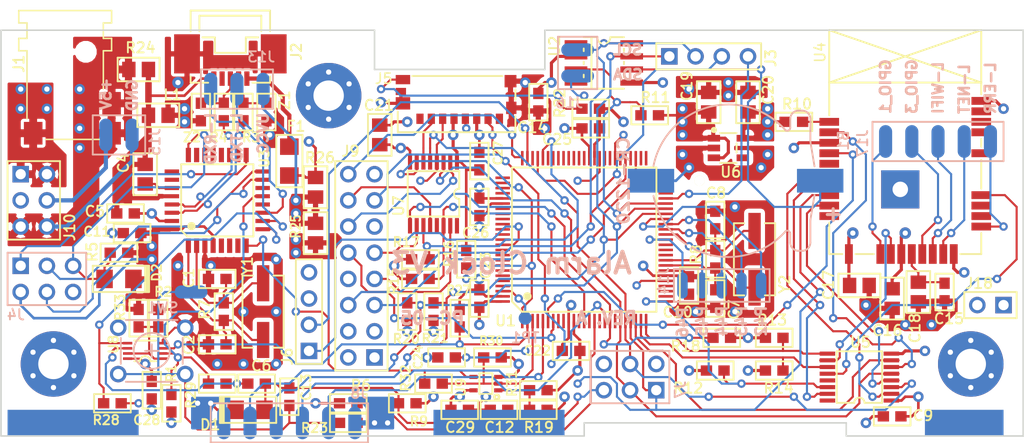
<source format=kicad_pcb>
(kicad_pcb (version 20171130) (host pcbnew 5.0.0-fee4fd1~65~ubuntu17.10.1)
  (title_block (date 2016-03-23))
  (layers (0 F.Cu signal) (1 GND power) (2 Power power) (31 B.Cu signal) (34 B.Paste user hide) (35 F.Paste user hide) (36 B.SilkS user) (37 F.SilkS user) (38 B.Mask user hide) (39 F.Mask user hide) (44 Edge.Cuts user))
  (net 0 "")
  (net 1 GND)
  (net 2 "Net-(J2-Pad4)")
  (net 3 "Net-(U1-Pad4)")
  (net 4 "Net-(U1-Pad8)")
  (net 5 "Net-(U1-Pad9)")
  (net 6 "Net-(U1-Pad12)")
  (net 7 "Net-(U1-Pad14)")
  (net 8 "Net-(U1-Pad16)")
  (net 9 "Net-(U1-Pad19)")
  (net 10 "Net-(U1-Pad27)")
  (net 11 "Net-(U1-Pad28)")
  (net 12 "Net-(U1-Pad29)")
  (net 13 "Net-(U1-Pad35)")
  (net 14 "Net-(U1-Pad36)")
  (net 15 "Net-(U1-Pad37)")
  (net 16 "Net-(U1-Pad47)")
  (net 17 "Net-(U1-Pad48)")
  (net 18 "Net-(U1-Pad49)")
  (net 19 "Net-(U1-Pad50)")
  (net 20 "Net-(U1-Pad51)")
  (net 21 "Net-(U1-Pad52)")
  (net 22 "Net-(U1-Pad54)")
  (net 23 "Net-(U1-Pad56)")
  (net 24 "Net-(U1-Pad58)")
  (net 25 "Net-(U1-Pad59)")
  (net 26 "Net-(U1-Pad63)")
  (net 27 "Net-(U1-Pad64)")
  (net 28 "Net-(U1-Pad65)")
  (net 29 "Net-(U1-Pad66)")
  (net 30 "Net-(U1-Pad67)")
  (net 31 "Net-(U1-Pad68)")
  (net 32 "Net-(U1-Pad69)")
  (net 33 "Net-(U1-Pad70)")
  (net 34 "Net-(U1-Pad76)")
  (net 35 "Net-(U1-Pad77)")
  (net 36 "Net-(U1-Pad78)")
  (net 37 "Net-(U1-Pad79)")
  (net 38 "Net-(U1-Pad82)")
  (net 39 "Net-(U1-Pad83)")
  (net 40 "Net-(U1-Pad84)")
  (net 41 "Net-(U1-Pad85)")
  (net 42 "Net-(U1-Pad86)")
  (net 43 "Net-(U1-Pad87)")
  (net 44 "Net-(U1-Pad88)")
  (net 45 "Net-(U1-Pad90)")
  (net 46 "Net-(U1-Pad91)")
  (net 47 "Net-(U1-Pad92)")
  (net 48 "Net-(U1-Pad93)")
  (net 49 "Net-(U1-Pad94)")
  (net 50 "Net-(U1-Pad95)")
  (net 51 "Net-(U1-Pad96)")
  (net 52 "Net-(U1-Pad97)")
  (net 53 /MISO)
  (net 54 +5V)
  (net 55 /SCK)
  (net 56 /MOSI)
  (net 57 /RESET)
  (net 58 "Net-(U2-Pad1)")
  (net 59 "Net-(U3-Pad5)")
  (net 60 "Net-(U3-Pad6)")
  (net 61 "Net-(U3-Pad7)")
  (net 62 "Net-(U3-Pad12)")
  (net 63 "Net-(U3-Pad14)")
  (net 64 "Net-(U3-Pad18)")
  (net 65 "Net-(U3-Pad19)")
  (net 66 "Net-(U3-Pad20)")
  (net 67 "Net-(U3-Pad21)")
  (net 68 "Net-(U3-Pad22)")
  (net 69 "Net-(U3-Pad23)")
  (net 70 "Net-(U3-Pad25)")
  (net 71 "Net-(U3-Pad26)")
  (net 72 "Net-(U4-Pad19)")
  (net 73 "Net-(U4-Pad14)")
  (net 74 "Net-(U4-Pad2)")
  (net 75 "Net-(U4-Pad3)")
  (net 76 "Net-(U4-Pad5)")
  (net 77 "Net-(U4-Pad6)")
  (net 78 "Net-(U4-Pad7)")
  (net 79 "Net-(U4-Pad8)")
  (net 80 "Net-(J5-Pad8)")
  (net 81 "Net-(J5-Pad1)")
  (net 82 /VIN)
  (net 83 "Net-(C2-Pad1)")
  (net 84 "Net-(C1-Pad1)")
  (net 85 "/USB Serial/RESET-USB")
  (net 86 "Net-(C4-Pad2)")
  (net 87 "/USB Serial/MISO-USB")
  (net 88 "/USB Serial/SCK-USB")
  (net 89 "/USB Serial/MOSI-USB")
  (net 90 "/USB Serial/UGND")
  (net 91 "/USB Serial/D-")
  (net 92 "/USB Serial/D+")
  (net 93 "/USB Serial/UVCC_IN")
  (net 94 "/USB Serial/D_IN+")
  (net 95 "/USB Serial/D_IN-")
  (net 96 "/USB Serial/USHLD")
  (net 97 "Net-(C7-Pad1)")
  (net 98 "Net-(C8-Pad1)")
  (net 99 "Net-(H4-Pad1)")
  (net 100 "Net-(H5-Pad1)")
  (net 101 "Net-(H6-Pad1)")
  (net 102 "Net-(C13-Pad1)")
  (net 103 /DREQ)
  (net 104 /A_SHDN)
  (net 105 +3V3)
  (net 106 "Net-(B1-PadP)")
  (net 107 /RTC_INT)
  (net 108 "Net-(U2-Pad4)")
  (net 109 /Peripherals/WRST_3V3)
  (net 110 /Peripherals/WEN_3V3)
  (net 111 /Peripherals/WWAKE_3V3)
  (net 112 /Peripherals/WMOSI_3V3)
  (net 113 /Peripherals/WCS_3V3)
  (net 114 /Peripherals/WSCK_3V3)
  (net 115 /WEN)
  (net 116 /WRST)
  (net 117 /WCS)
  (net 118 /WWAKE)
  (net 119 /WIRQ)
  (net 120 "Net-(U6-Pad4)")
  (net 121 /Peripherals/CCS_3V3)
  (net 122 /Peripherals/CMOSI_3V3)
  (net 123 /Peripherals/CSCK_3V3)
  (net 124 /Peripherals/SDCS_3V3)
  (net 125 /SDCS)
  (net 126 /Peripherals/XDCS_3V3)
  (net 127 /Peripherals/CRST_3V3)
  (net 128 DVDD)
  (net 129 /CFG\~RST)
  (net 130 /PIX_SHDN)
  (net 131 /PIX_LAMP)
  (net 132 /PIX_CLK)
  (net 133 /KCHG)
  (net 134 /SCL)
  (net 135 /SDA)
  (net 136 /CCS)
  (net 137 /XDCS)
  (net 138 /CRST)
  (net 139 "Net-(R19-Pad1)")
  (net 140 /ALS_INT)
  (net 141 /OLRST)
  (net 142 /ALRM_SW)
  (net 143 "Net-(C24-Pad1)")
  (net 144 /LOW_BATT)
  (net 145 /ON_BATT)
  (net 146 /SD_DET)
  (net 147 /P42)
  (net 148 /P43)
  (net 149 /P44)
  (net 150 /P46)
  (net 151 /P45)
  (net 152 /Peripherals/LED_NET)
  (net 153 /Peripherals/GPIO_1)
  (net 154 /Peripherals/GPIO_3)
  (net 155 /Peripherals/LED_WIFI)
  (net 156 /Peripherals/LED_ERR)
  (net 157 /Peripherals/1P3V)
  (net 158 /Peripherals/SPI_CFG)
  (net 159 "/USB Serial/LED_TX")
  (net 160 "/USB Serial/LED_RX")
  (net 161 "/USB Serial/URXD")
  (net 162 "/USB Serial/UTXD")
  (net 163 "Net-(U1-Pad73)")
  (net 164 UVCC)
  (net 165 "/USB Serial/RESET")
  (net 166 "Net-(R2-Pad2)")
  (net 167 /PE0)
  (net 168 /PE1)
  (net 169 "Net-(F1-Pad1)")
  (net 170 "/USB Serial/RESET-M")
  (module switches:B3F-10XX (layer B.Cu) (at 122.555 115.57 180)
    (fp_text reference SW1 (at -2.7 3.6 180) (layer B.SilkS) (effects (font (thickness 0.18)) (justify left bottom mirror)))
    (fp_text value RESET hide)
    (pad 2 thru_hole circle (at -3.25 2.25 180) (size 1.6 1.6) (drill 1) (layers *.Cu *.Mask) (net 1 GND))
    (pad 2 thru_hole circle (at 3.25 2.25 180) (size 1.6 1.6) (drill 1) (layers *.Cu *.Mask) (net 1 GND))
    (pad 1 thru_hole circle (at 3.25 -2.25 180) (size 1.6 1.6) (drill 1) (layers *.Cu *.Mask) (net 102 "Net-(C13-Pad1)"))
    (pad 1 thru_hole circle (at -3.25 -2.25 180) (size 1.6 1.6) (drill 1) (layers *.Cu *.Mask) (net 102 "Net-(C13-Pad1)"))
  )
  (module smt-sop:VSSOP8 (layer F.Cu) (at 121.92 115.57 90)
    (fp_text reference U8 (at -0.381 -2.54 90) (layer F.SilkS) (effects (font (size 0.9 0.9) (thickness 0.18)) (justify left bottom)))
    (fp_text value 74LVC2G126DC hide)
    (pad 8 smd rect (at -0.75 -1.7 90) (size 0.25 0.9) (layers F.Cu F.Paste F.Mask) (net 54 +5V) (clearance 0.25))
    (pad 7 smd rect (at -0.25 -1.7 90) (size 0.25 0.9) (layers F.Cu F.Paste F.Mask) (net 166 "Net-(R2-Pad2)") (clearance 0.25))
    (pad 6 smd rect (at 0.25 -1.7 90) (size 0.25 0.9) (layers F.Cu F.Paste F.Mask) (net 165 "/USB Serial/RESET") (clearance 0.25))
    (pad 5 smd rect (at 0.75 -1.7 90) (size 0.25 0.9) (layers F.Cu F.Paste F.Mask) (net 162 "/USB Serial/UTXD") (clearance 0.25))
    (pad 1 smd rect (at -0.75 1.7 90) (size 0.25 0.9) (layers F.Cu F.Paste F.Mask) (net 166 "Net-(R2-Pad2)") (clearance 0.25))
    (pad 2 smd rect (at -0.25 1.7 90) (size 0.25 0.9) (layers F.Cu F.Paste F.Mask) (net 170 "/USB Serial/RESET-M") (clearance 0.25))
    (pad 3 smd rect (at 0.25 1.7 90) (size 0.25 0.9) (layers F.Cu F.Paste F.Mask) (net 167 /PE0) (clearance 0.25))
    (pad 4 smd rect (at 0.75 1.7 90) (size 0.25 0.9) (layers F.Cu F.Paste F.Mask) (net 1 GND) (clearance 0.25))
  )
  (module conn-wire-pads:WP-50mil-1x01 (layer B.Cu) (at 126.365 109.855 270)
    (fp_text reference J11 hide)
    (fp_text value RESET-SW hide)
    (pad 1 smd oval (at 0 0 270) (size 1.27 3.175) (layers B.Cu B.Paste B.Mask) (net 102 "Net-(C13-Pad1)"))
  )
  (module conn-wire-pads:WP-50mil-1x03 (layer B.Cu) (at 130.81 90.17 180)
    (fp_text reference J13 (at -3.81 2.54 180) (layer B.SilkS) (effects (font (thickness 0.18)) (justify left bottom mirror)))
    (fp_text value USB-LED hide)
    (pad 1 smd oval (at -2.54 0 180) (size 1.27 3.175) (layers B.Cu B.Paste B.Mask) (net 164 UVCC))
    (pad 2 smd oval (at 0 0 180) (size 1.27 3.175) (layers B.Cu B.Paste B.Mask) (net 159 "/USB Serial/LED_TX"))
    (pad 3 smd oval (at 2.54 0 180) (size 1.27 3.175) (layers B.Cu B.Paste B.Mask) (net 160 "/USB Serial/LED_RX"))
  )
  (module smt:C-0603 (layer F.Cu) (at 135.89 120.015 90)
    (fp_text reference C13 (at -0.508 2.159 270) (layer F.SilkS) (effects (font (size 0.9 0.9) (thickness 0.18)) (justify left bottom)))
    (fp_text value 100nF hide)
    (pad 1 smd rect (at -0.85 0 90) (size 1.1 1) (layers F.Cu F.Paste F.Mask) (net 102 "Net-(C13-Pad1)"))
    (pad 2 smd rect (at 0.85 0 90) (size 1.1 1) (layers F.Cu F.Paste F.Mask) (net 57 /RESET))
  )
  (module smt-sot:SOT-353 (layer F.Cu) (at 154.94 118.745 90)
    (fp_text reference U9 (at -1.397 -1.905 270) (layer F.SilkS) (effects (font (size 0.9 0.9) (thickness 0.18)) (justify left bottom)))
    (fp_text value 74AHC1G126SE-7 hide)
    (pad 1 smd rect (at -0.65 1.2 90) (size 0.4 0.8) (layers F.Cu F.Paste F.Mask) (net 139 "Net-(R19-Pad1)"))
    (pad 2 smd rect (at 0 1.2 90) (size 0.4 0.8) (layers F.Cu F.Paste F.Mask) (net 168 /PE1))
    (pad 3 smd rect (at 0.65 1.2 90) (size 0.4 0.8) (layers F.Cu F.Paste F.Mask) (net 1 GND))
    (pad 4 smd rect (at 0.65 -1.2 90) (size 0.4 0.8) (layers F.Cu F.Paste F.Mask) (net 161 "/USB Serial/URXD"))
    (pad 5 smd rect (at -0.65 -1.2 90) (size 0.4 0.8) (layers F.Cu F.Paste F.Mask) (net 164 UVCC))
  )
  (module smt:FER-1206 (layer F.Cu) (at 135.89 97.155 270)
    (fp_text reference F1 (at -2.794 0.381) (layer F.SilkS) (effects (font (thickness 0.18)) (justify left bottom)))
    (fp_text value 500mA hide)
    (pad 2 smd rect (at 1.4 0 270) (size 1.6 1.8) (layers F.Cu F.Paste F.Mask) (net 93 "/USB Serial/UVCC_IN"))
    (pad 1 smd rect (at -1.4 0 270) (size 1.6 1.8) (layers F.Cu F.Paste F.Mask) (net 169 "Net-(F1-Pad1)"))
  )
  (module conn-header:HDR-M-1x02 (layer F.Cu) (at 203.835 111.125 180)
    (fp_text reference J18 (at 2.54 1.524 180) (layer F.SilkS) (effects (font (thickness 0.18)) (justify left bottom)))
    (fp_text value DB-C hide)
    (pad 2 thru_hole circle (at 1.27 0 180) (size 1.6 1.6) (drill 1) (layers *.Cu *.Mask) (net 1 GND))
    (pad 1 thru_hole rect (at -1.27 0 180) (size 1.6 1.6) (drill 1) (layers *.Cu *.Mask) (net 1 GND))
  )
  (module conn-wire-pads:Hole-Screw-#4 (layer F.Cu) (at 201.93 116.84)
    (fp_text reference H2 hide)
    (fp_text value Hole hide)
    (pad P thru_hole circle (at 0 0) (size 6.35 6.35) (drill 2.9464) (layers *.Cu *.Mask) (net 1 GND) (clearance 0.635))
    (pad P thru_hole circle (at 0 -2.286) (size 1.016 1.016) (drill 0.508) (layers *.Cu) (net 1 GND))
    (pad P thru_hole circle (at -1.979734 -1.143 60) (size 1.016 1.016) (drill 0.508) (layers *.Cu) (net 1 GND))
    (pad P thru_hole circle (at -1.979734 1.143 120) (size 1.016 1.016) (drill 0.508) (layers *.Cu) (net 1 GND))
    (pad P thru_hole circle (at 0 2.286 180) (size 1.016 1.016) (drill 0.508) (layers *.Cu) (net 1 GND))
    (pad P thru_hole circle (at 1.979734 1.143 240) (size 1.016 1.016) (drill 0.508) (layers *.Cu) (net 1 GND))
    (pad P thru_hole circle (at 1.979734 -1.143 300) (size 1.016 1.016) (drill 0.508) (layers *.Cu) (net 1 GND))
  )
  (module conn-wire-pads:Hole-Screw-#4 (layer F.Cu) (at 139.7 90.805)
    (fp_text reference H3 hide)
    (fp_text value Hole hide)
    (pad P thru_hole circle (at 0 0) (size 6.35 6.35) (drill 2.9464) (layers *.Cu *.Mask) (net 1 GND) (clearance 0.635))
    (pad P thru_hole circle (at 0 -2.286) (size 1.016 1.016) (drill 0.508) (layers *.Cu) (net 1 GND))
    (pad P thru_hole circle (at -1.979734 -1.143 60) (size 1.016 1.016) (drill 0.508) (layers *.Cu) (net 1 GND))
    (pad P thru_hole circle (at -1.979734 1.143 120) (size 1.016 1.016) (drill 0.508) (layers *.Cu) (net 1 GND))
    (pad P thru_hole circle (at 0 2.286 180) (size 1.016 1.016) (drill 0.508) (layers *.Cu) (net 1 GND))
    (pad P thru_hole circle (at 1.979734 1.143 240) (size 1.016 1.016) (drill 0.508) (layers *.Cu) (net 1 GND))
    (pad P thru_hole circle (at 1.979734 -1.143 300) (size 1.016 1.016) (drill 0.508) (layers *.Cu) (net 1 GND))
  )
  (module conn-wire-pads:Hole-Screw-#4 (layer F.Cu) (at 113.03 116.84)
    (fp_text reference H1 hide)
    (fp_text value Hole hide)
    (pad P thru_hole circle (at 0 0) (size 6.35 6.35) (drill 2.9464) (layers *.Cu *.Mask) (net 1 GND) (clearance 0.635))
    (pad P thru_hole circle (at 0 -2.286) (size 1.016 1.016) (drill 0.508) (layers *.Cu) (net 1 GND))
    (pad P thru_hole circle (at -1.979734 -1.143 60) (size 1.016 1.016) (drill 0.508) (layers *.Cu) (net 1 GND))
    (pad P thru_hole circle (at -1.979734 1.143 120) (size 1.016 1.016) (drill 0.508) (layers *.Cu) (net 1 GND))
    (pad P thru_hole circle (at 0 2.286 180) (size 1.016 1.016) (drill 0.508) (layers *.Cu) (net 1 GND))
    (pad P thru_hole circle (at 1.979734 1.143 240) (size 1.016 1.016) (drill 0.508) (layers *.Cu) (net 1 GND))
    (pad P thru_hole circle (at 1.979734 -1.143 300) (size 1.016 1.016) (drill 0.508) (layers *.Cu) (net 1 GND))
  )
  (module smt-sop:TSSOP16 (layer F.Cu) (at 149.86 100.33 180)
    (fp_text reference U7 (at 2.794 -2.286 270) (layer F.SilkS) (effects (font (thickness 0.18)) (justify left bottom)))
    (fp_text value CD74HC4050PWR hide)
    (pad 8 smd rect (at 2.275 3.1 180) (size 0.4 1.5) (layers F.Cu F.Paste F.Mask) (net 1 GND) (clearance 0.25))
    (pad 7 smd rect (at 1.625 3.1 180) (size 0.4 1.5) (layers F.Cu F.Paste F.Mask) (net 125 /SDCS) (clearance 0.25))
    (pad 6 smd rect (at 0.975 3.1 180) (size 0.4 1.5) (layers F.Cu F.Paste F.Mask) (net 124 /Peripherals/SDCS_3V3) (clearance 0.25))
    (pad 5 smd rect (at 0.325 3.1 180) (size 0.4 1.5) (layers F.Cu F.Paste F.Mask) (net 56 /MOSI) (clearance 0.25))
    (pad 4 smd rect (at -0.325 3.1 180) (size 0.4 1.5) (layers F.Cu F.Paste F.Mask) (net 122 /Peripherals/CMOSI_3V3) (clearance 0.25))
    (pad 3 smd rect (at -0.975 3.1 180) (size 0.4 1.5) (layers F.Cu F.Paste F.Mask) (net 55 /SCK) (clearance 0.25))
    (pad 2 smd rect (at -1.625 3.1 180) (size 0.4 1.5) (layers F.Cu F.Paste F.Mask) (net 123 /Peripherals/CSCK_3V3) (clearance 0.25))
    (pad 1 smd rect (at -2.275 3.1 180) (size 0.4 1.5) (layers F.Cu F.Paste F.Mask) (net 128 DVDD) (clearance 0.25))
    (pad 9 smd rect (at 2.275 -3.1 180) (size 0.4 1.5) (layers F.Cu F.Paste F.Mask) (net 138 /CRST) (clearance 0.25))
    (pad 10 smd rect (at 1.625 -3.1 180) (size 0.4 1.5) (layers F.Cu F.Paste F.Mask) (net 127 /Peripherals/CRST_3V3) (clearance 0.25))
    (pad 11 smd rect (at 0.975 -3.1 180) (size 0.4 1.5) (layers F.Cu F.Paste F.Mask) (net 137 /XDCS) (clearance 0.25))
    (pad 12 smd rect (at 0.325 -3.1 180) (size 0.4 1.5) (layers F.Cu F.Paste F.Mask) (net 126 /Peripherals/XDCS_3V3) (clearance 0.25))
    (pad 13 smd rect (at -0.325 -3.1 180) (size 0.4 1.5) (layers F.Cu F.Paste F.Mask) (clearance 0.25))
    (pad 14 smd rect (at -0.975 -3.1 180) (size 0.4 1.5) (layers F.Cu F.Paste F.Mask) (net 136 /CCS) (clearance 0.25))
    (pad 15 smd rect (at -1.625 -3.1 180) (size 0.4 1.5) (layers F.Cu F.Paste F.Mask) (net 121 /Peripherals/CCS_3V3) (clearance 0.25))
    (pad 16 smd rect (at -2.275 -3.1 180) (size 0.4 1.5) (layers F.Cu F.Paste F.Mask) (clearance 0.25))
  )
  (module smt-sop:TSSOP16 (layer F.Cu) (at 191.135 118.11 90)
    (fp_text reference U5 (at 2.794 -1.016 180) (layer F.SilkS) (effects (font (thickness 0.18)) (justify left bottom)))
    (fp_text value CD74HC4050PWR hide)
    (pad 8 smd rect (at 2.275 3.1 90) (size 0.4 1.5) (layers F.Cu F.Paste F.Mask) (net 1 GND) (clearance 0.25))
    (pad 7 smd rect (at 1.625 3.1 90) (size 0.4 1.5) (layers F.Cu F.Paste F.Mask) (net 118 /WWAKE) (clearance 0.25))
    (pad 6 smd rect (at 0.975 3.1 90) (size 0.4 1.5) (layers F.Cu F.Paste F.Mask) (net 111 /Peripherals/WWAKE_3V3) (clearance 0.25))
    (pad 5 smd rect (at 0.325 3.1 90) (size 0.4 1.5) (layers F.Cu F.Paste F.Mask) (net 55 /SCK) (clearance 0.25))
    (pad 4 smd rect (at -0.325 3.1 90) (size 0.4 1.5) (layers F.Cu F.Paste F.Mask) (net 114 /Peripherals/WSCK_3V3) (clearance 0.25))
    (pad 3 smd rect (at -0.975 3.1 90) (size 0.4 1.5) (layers F.Cu F.Paste F.Mask) (net 56 /MOSI) (clearance 0.25))
    (pad 2 smd rect (at -1.625 3.1 90) (size 0.4 1.5) (layers F.Cu F.Paste F.Mask) (net 112 /Peripherals/WMOSI_3V3) (clearance 0.25))
    (pad 1 smd rect (at -2.275 3.1 90) (size 0.4 1.5) (layers F.Cu F.Paste F.Mask) (net 105 +3V3) (clearance 0.25))
    (pad 9 smd rect (at 2.275 -3.1 90) (size 0.4 1.5) (layers F.Cu F.Paste F.Mask) (net 115 /WEN) (clearance 0.25))
    (pad 10 smd rect (at 1.625 -3.1 90) (size 0.4 1.5) (layers F.Cu F.Paste F.Mask) (net 110 /Peripherals/WEN_3V3) (clearance 0.25))
    (pad 11 smd rect (at 0.975 -3.1 90) (size 0.4 1.5) (layers F.Cu F.Paste F.Mask) (net 116 /WRST) (clearance 0.25))
    (pad 12 smd rect (at 0.325 -3.1 90) (size 0.4 1.5) (layers F.Cu F.Paste F.Mask) (net 109 /Peripherals/WRST_3V3) (clearance 0.25))
    (pad 13 smd rect (at -0.325 -3.1 90) (size 0.4 1.5) (layers F.Cu F.Paste F.Mask) (clearance 0.25))
    (pad 14 smd rect (at -0.975 -3.1 90) (size 0.4 1.5) (layers F.Cu F.Paste F.Mask) (net 117 /WCS) (clearance 0.25))
    (pad 15 smd rect (at -1.625 -3.1 90) (size 0.4 1.5) (layers F.Cu F.Paste F.Mask) (net 113 /Peripherals/WCS_3V3) (clearance 0.25))
    (pad 16 smd rect (at -2.275 -3.1 90) (size 0.4 1.5) (layers F.Cu F.Paste F.Mask) (clearance 0.25))
  )
  (module misc:ATWINC1500-MR (layer F.Cu) (at 195.58 84.455 90)
    (fp_text reference U4 (at -2.159 -8.255 90) (layer F.SilkS))
    (fp_text value ATWINC1500-MR210PB)
    (pad 29 thru_hole rect (at -15.4432 -0.4826 90) (size 3.7 3.7) (drill 1.5) (layers *.Cu *.Mask) (net 1 GND))
    (pad 19 smd rect (at -18.034 -7.366 90) (size 0.762 1.905) (layers F.Cu F.Paste F.Mask) (net 72 "Net-(U4-Pad19)"))
    (pad 18 smd rect (at -17.018 -7.366 90) (size 0.762 1.905) (layers F.Cu F.Paste F.Mask) (net 114 /Peripherals/WSCK_3V3))
    (pad 17 smd rect (at -16.002 -7.366 90) (size 0.762 1.905) (layers F.Cu F.Paste F.Mask) (net 53 /MISO))
    (pad 16 smd rect (at -14.986 -7.366 90) (size 0.762 1.905) (layers F.Cu F.Paste F.Mask) (net 113 /Peripherals/WCS_3V3))
    (pad 15 smd rect (at -13.97 -7.366 90) (size 0.762 1.905) (layers F.Cu F.Paste F.Mask) (net 112 /Peripherals/WMOSI_3V3))
    (pad 14 smd rect (at -12.954 -7.366 90) (size 0.762 1.905) (layers F.Cu F.Paste F.Mask) (net 73 "Net-(U4-Pad14)"))
    (pad 13 smd rect (at -11.938 -7.366 90) (size 0.762 1.905) (layers F.Cu F.Paste F.Mask) (net 119 /WIRQ))
    (pad 12 smd rect (at -10.922 -7.366 90) (size 0.762 1.905) (layers F.Cu F.Paste F.Mask) (net 1 GND))
    (pad 11 smd rect (at -9.906 -7.366 90) (size 0.762 1.905) (layers F.Cu F.Paste F.Mask) (net 111 /Peripherals/WWAKE_3V3))
    (pad 10 smd rect (at -8.89 -7.366 90) (size 0.762 1.905) (layers F.Cu F.Paste F.Mask) (net 158 /Peripherals/SPI_CFG))
    (pad 20 smd rect (at -21.717 -5.461 180) (size 0.762 1.905) (layers F.Cu F.Paste F.Mask) (net 105 +3V3))
    (pad 21 smd rect (at -21.717 -2.413 180) (size 0.762 1.905) (layers F.Cu F.Paste F.Mask) (net 153 /Peripherals/GPIO_1))
    (pad 22 smd rect (at -21.717 -1.397 180) (size 0.762 1.905) (layers F.Cu F.Paste F.Mask) (net 110 /Peripherals/WEN_3V3))
    (pad 23 smd rect (at -21.717 -0.381 180) (size 0.762 1.905) (layers F.Cu F.Paste F.Mask) (net 105 +3V3))
    (pad 24 smd rect (at -21.717 0.635 180) (size 0.762 1.905) (layers F.Cu F.Paste F.Mask) (net 157 /Peripherals/1P3V))
    (pad 25 smd rect (at -21.717 1.651 180) (size 0.762 1.905) (layers F.Cu F.Paste F.Mask) (net 154 /Peripherals/GPIO_3))
    (pad 26 smd rect (at -21.717 2.667 180) (size 0.762 1.905) (layers F.Cu F.Paste F.Mask) (net 155 /Peripherals/LED_WIFI))
    (pad 27 smd rect (at -21.717 3.683 180) (size 0.762 1.905) (layers F.Cu F.Paste F.Mask) (net 152 /Peripherals/LED_NET))
    (pad 28 smd rect (at -21.717 4.699 180) (size 0.762 1.905) (layers F.Cu F.Paste F.Mask) (net 1 GND))
    (pad 1 smd rect (at -19.05 7.366 90) (size 0.762 1.905) (layers F.Cu F.Paste F.Mask) (net 156 /Peripherals/LED_ERR))
    (pad 2 smd rect (at -18.034 7.366 90) (size 0.762 1.905) (layers F.Cu F.Paste F.Mask) (net 74 "Net-(U4-Pad2)"))
    (pad 3 smd rect (at -17.018 7.366 90) (size 0.762 1.905) (layers F.Cu F.Paste F.Mask) (net 75 "Net-(U4-Pad3)"))
    (pad 4 smd rect (at -16.002 7.366 90) (size 0.762 1.905) (layers F.Cu F.Paste F.Mask) (net 109 /Peripherals/WRST_3V3))
    (pad 5 smd rect (at -11.938 7.366 90) (size 0.762 1.905) (layers F.Cu F.Paste F.Mask) (net 76 "Net-(U4-Pad5)"))
    (pad 6 smd rect (at -9.906 7.366 90) (size 0.762 1.905) (layers F.Cu F.Paste F.Mask) (net 77 "Net-(U4-Pad6)"))
    (pad 7 smd rect (at -8.89 7.366 90) (size 0.762 1.905) (layers F.Cu F.Paste F.Mask) (net 78 "Net-(U4-Pad7)"))
    (pad 8 smd rect (at -7.874 7.366 90) (size 0.762 1.905) (layers F.Cu F.Paste F.Mask) (net 79 "Net-(U4-Pad8)"))
    (pad 9 smd rect (at -6.858 7.366 90) (size 0.762 1.905) (layers F.Cu F.Paste F.Mask) (net 1 GND))
  )
  (module crystals:smt-CSM-3X-7x4mm (layer F.Cu) (at 180.975 106.68 270)
    (fp_text reference Y2 (at 2.413 -2.921 270) (layer F.SilkS) (effects (font (thickness 0.18))))
    (fp_text value "16.00 MHz")
    (pad 2 smd rect (at 2.75 0 270) (size 3.5 1.2) (layers F.Cu F.Paste F.Mask) (net 97 "Net-(C7-Pad1)"))
    (pad 1 smd rect (at -2.75 0 270) (size 3.5 1.2) (layers F.Cu F.Paste F.Mask) (net 98 "Net-(C8-Pad1)"))
  )
  (module crystals:smt-CSM-3X-7x4mm (layer F.Cu) (at 133.35 111.76 90)
    (fp_text reference Y1 (at 4.445 -1.524 90) (layer F.SilkS) (effects (font (thickness 0.18))))
    (fp_text value "16.00 MHz")
    (pad 2 smd rect (at 2.75 0 90) (size 3.5 1.2) (layers F.Cu F.Paste F.Mask) (net 84 "Net-(C1-Pad1)"))
    (pad 1 smd rect (at -2.75 0 90) (size 3.5 1.2) (layers F.Cu F.Paste F.Mask) (net 83 "Net-(C2-Pad1)"))
  )
  (module conn-io:MOLEX-MICROSD-475710001 (layer F.Cu) (at 152.4 88.9 180)
    (fp_text reference J5 (at 7.366 -0.254 180) (layer F.SilkS))
    (fp_text value Micro_SD)
    (pad 1 smd rect (at 3.85 -4.15 270) (size 1 0.7) (layers F.Cu F.Paste F.Mask) (net 81 "Net-(J5-Pad1)"))
    (pad 2 smd rect (at 2.75 -4.15 270) (size 1 0.7) (layers F.Cu F.Paste F.Mask) (net 124 /Peripherals/SDCS_3V3))
    (pad 3 smd rect (at 1.65 -4.15 270) (size 1 0.7) (layers F.Cu F.Paste F.Mask) (net 122 /Peripherals/CMOSI_3V3))
    (pad 4 smd rect (at 0.55 -4.15 270) (size 1 0.7) (layers F.Cu F.Paste F.Mask) (net 128 DVDD))
    (pad 5 smd rect (at -0.55 -4.15 270) (size 1 0.7) (layers F.Cu F.Paste F.Mask) (net 123 /Peripherals/CSCK_3V3))
    (pad 6 smd rect (at -1.65 -4.15 270) (size 1 0.7) (layers F.Cu F.Paste F.Mask) (net 1 GND))
    (pad 7 smd rect (at -2.75 -4.15 270) (size 1 0.7) (layers F.Cu F.Paste F.Mask) (net 53 /MISO))
    (pad 8 smd rect (at -3.85 -4.15 270) (size 1 0.7) (layers F.Cu F.Paste F.Mask) (net 80 "Net-(J5-Pad8)"))
    (pad SH smd rect (at 5.5 -2.65 180) (size 1.4 1.2) (layers F.Cu F.Paste F.Mask) (net 1 GND))
    (pad DC smd rect (at 5.7 -1.5 180) (size 1 0.7) (layers F.Cu F.Paste F.Mask) (net 1 GND))
    (pad DT smd rect (at 5.5 -0.35 180) (size 1.4 0.9) (layers F.Cu F.Paste F.Mask) (net 146 /SD_DET))
    (pad SH smd rect (at -5 -3.09 180) (size 1 1.2) (layers F.Cu F.Paste F.Mask) (net 1 GND))
    (pad SH smd rect (at -4.925 -0.5 180) (size 1.15 1.2) (layers F.Cu F.Paste F.Mask) (net 1 GND))
  )
  (module conn-io:USB-MB_UX60SC-MB-5ST (layer F.Cu) (at 130.175 82.55 180)
    (fp_text reference J2 (at -6.985 -4.953 270) (layer F.SilkS) (effects (font (thickness 0.18)) (justify left bottom)))
    (fp_text value USB-MINI-B hide)
    (pad SH smd rect (at -4.2 -4.2 180) (size 2.5 3.8) (layers F.Cu F.Paste F.Mask) (net 96 "/USB Serial/USHLD"))
    (pad SH smd rect (at 4.2 -4.2 180) (size 2.5 3.8) (layers F.Cu F.Paste F.Mask) (net 96 "/USB Serial/USHLD"))
    (pad 5 smd rect (at 1.6 -6.6 180) (size 0.5 1.4) (layers F.Cu F.Paste F.Mask) (net 90 "/USB Serial/UGND"))
    (pad 1 smd rect (at -1.6 -6.6 180) (size 0.5 1.4) (layers F.Cu F.Paste F.Mask) (net 169 "Net-(F1-Pad1)"))
    (pad 2 smd rect (at -0.8 -6.6 180) (size 0.5 1.4) (layers F.Cu F.Paste F.Mask) (net 95 "/USB Serial/D_IN-"))
    (pad 4 smd rect (at 0.8 -6.6 180) (size 0.5 1.4) (layers F.Cu F.Paste F.Mask) (net 2 "Net-(J2-Pad4)"))
    (pad 3 smd rect (at 0 -6.6 180) (size 0.5 1.4) (layers F.Cu F.Paste F.Mask) (net 94 "/USB Serial/D_IN+"))
  )
  (module conn-power:CUI-P1J-021-SMT (layer F.Cu) (at 113.665 82.55 270)
    (fp_text reference J1 (at 4.191 4.572 90) (layer F.SilkS) (effects (font (thickness 0.18)) (justify right top)))
    (fp_text value - hide)
    (pad 2 smd rect (at 9 -5 270) (size 2.2 1.8) (layers F.Cu F.Paste F.Mask) (net 1 GND))
    (pad 3 smd rect (at 11.9 -5 270) (size 2.2 1.8) (layers F.Cu F.Paste F.Mask) (net 1 GND))
    (pad 1 smd rect (at 11.9 2.6 270) (size 2.2 1.8) (layers F.Cu F.Paste F.Mask) (net 82 /VIN))
    (pad "" np_thru_hole circle (at 4 -2.5 270) (size 1.3 1.3) (drill 1.3) (layers *.Cu *.Mask))
    (pad "" np_thru_hole circle (at 4 1.5 270) (size 1.3 1.3) (drill 1.3) (layers *.Cu *.Mask))
  )
  (module smt-soic:SOIC8 (layer F.Cu) (at 166.37 87.63 270)
    (fp_text reference U2 (at -0.508 4.191 90) (layer F.SilkS) (effects (font (thickness 0.18)) (justify left bottom)))
    (fp_text value DS3231MZ hide)
    (pad 5 smd rect (at 1.905 -2.7 270) (size 0.6 2.2) (layers F.Cu F.Paste F.Mask) (net 1 GND))
    (pad 6 smd rect (at 0.635 -2.7 270) (size 0.6 2.2) (layers F.Cu F.Paste F.Mask) (net 106 "Net-(B1-PadP)"))
    (pad 8 smd rect (at -1.905 -2.7 270) (size 0.6 2.2) (layers F.Cu F.Paste F.Mask) (net 134 /SCL))
    (pad 4 smd rect (at 1.905 2.7 270) (size 0.6 2.2) (layers F.Cu F.Paste F.Mask) (net 108 "Net-(U2-Pad4)"))
    (pad 3 smd rect (at 0.635 2.7 270) (size 0.6 2.2) (layers F.Cu F.Paste F.Mask) (net 107 /RTC_INT))
    (pad 1 smd rect (at -1.905 2.7 270) (size 0.6 2.2) (layers F.Cu F.Paste F.Mask) (net 58 "Net-(U2-Pad1)"))
    (pad 7 smd rect (at -0.635 -2.7 270) (size 0.6 2.2) (layers F.Cu F.Paste F.Mask) (net 135 /SDA))
    (pad 2 smd rect (at -0.635 2.7 270) (size 0.6 2.2) (layers F.Cu F.Paste F.Mask) (net 54 +5V))
  )
  (module conn-wire-pads:SolderPad-100x300 (layer B.Cu) (at 201.295 122.555)
    (fp_text reference H6 hide)
    (fp_text value HEADER-1x01 hide)
    (pad 1 smd rect (at 0 0) (size 7.62 2.54) (layers B.Cu B.Paste B.Mask) (net 101 "Net-(H6-Pad1)"))
  )
  (module conn-wire-pads:SolderPad-100x500 (layer B.Cu) (at 156.21 122.555)
    (fp_text reference H5 hide)
    (fp_text value HEADER-1x01 hide)
    (pad 1 smd rect (at 0 0) (size 12.7 2.54) (layers B.Cu B.Paste B.Mask) (net 100 "Net-(H5-Pad1)"))
  )
  (module conn-wire-pads:SolderPad-100x500 (layer B.Cu) (at 114.935 122.555)
    (fp_text reference H4 hide)
    (fp_text value HEADER-1x01 hide)
    (pad 1 smd rect (at 0 0) (size 12.7 2.54) (layers B.Cu B.Paste B.Mask) (net 99 "Net-(H4-Pad1)"))
  )
  (module conn-wire-pads:WP-40mil-1x05 (layer B.Cu) (at 177.8 109.22 180)
    (fp_text reference J14 (at 5.08 1.905 270) (layer B.SilkS) (effects (font (thickness 0.18)) (justify left bottom mirror)))
    (fp_text value EXT hide)
    (pad 4 smd oval (at 1.905 0 180) (size 1.016 2.54) (layers B.Cu B.Paste B.Mask) (net 151 /P45))
    (pad 5 smd oval (at 3.81 0 180) (size 1.016 2.54) (layers B.Cu B.Paste B.Mask) (net 150 /P46))
    (pad 3 smd oval (at 0 0 180) (size 1.016 2.54) (layers B.Cu B.Paste B.Mask) (net 149 /P44))
    (pad 2 smd oval (at -1.905 0 180) (size 1.016 2.54) (layers B.Cu B.Paste B.Mask) (net 148 /P43))
    (pad 1 smd oval (at -3.81 0 180) (size 1.016 2.54) (layers B.Cu B.Paste B.Mask) (net 147 /P42))
  )
  (module smt-qfp:QFP-7-32 (layer F.Cu) (at 128.905 100.965 90)
    (fp_text reference U3 (at 4.064 4.572 90) (layer F.SilkS) (effects (font (size 0.9 0.9) (thickness 0.18))))
    (fp_text value ATMEGA16U2-AU)
    (pad 32 smd rect (at -2.8 -4.4 180) (size 1.4 0.4) (layers F.Cu F.Paste F.Mask) (net 164 UVCC))
    (pad 31 smd rect (at -2 -4.4 180) (size 1.4 0.4) (layers F.Cu F.Paste F.Mask) (net 93 "/USB Serial/UVCC_IN"))
    (pad 30 smd rect (at -1.2 -4.4 180) (size 1.4 0.4) (layers F.Cu F.Paste F.Mask) (net 91 "/USB Serial/D-"))
    (pad 29 smd rect (at -0.4 -4.4 180) (size 1.4 0.4) (layers F.Cu F.Paste F.Mask) (net 92 "/USB Serial/D+"))
    (pad 28 smd rect (at 0.4 -4.4 180) (size 1.4 0.4) (layers F.Cu F.Paste F.Mask) (net 90 "/USB Serial/UGND"))
    (pad 27 smd rect (at 1.2 -4.4 180) (size 1.4 0.4) (layers F.Cu F.Paste F.Mask) (net 86 "Net-(C4-Pad2)"))
    (pad 26 smd rect (at 2 -4.4 180) (size 1.4 0.4) (layers F.Cu F.Paste F.Mask) (net 71 "Net-(U3-Pad26)"))
    (pad 25 smd rect (at 2.8 -4.4 180) (size 1.4 0.4) (layers F.Cu F.Paste F.Mask) (net 70 "Net-(U3-Pad25)"))
    (pad 24 smd rect (at 4.4 -2.8 90) (size 1.4 0.5) (layers F.Cu F.Paste F.Mask) (net 85 "/USB Serial/RESET-USB"))
    (pad 23 smd rect (at 4.4 -2 90) (size 1.4 0.5) (layers F.Cu F.Paste F.Mask) (net 69 "Net-(U3-Pad23)"))
    (pad 22 smd rect (at 4.4 -1.2 90) (size 1.4 0.5) (layers F.Cu F.Paste F.Mask) (net 68 "Net-(U3-Pad22)"))
    (pad 21 smd rect (at 4.4 -0.4 90) (size 1.4 0.5) (layers F.Cu F.Paste F.Mask) (net 67 "Net-(U3-Pad21)"))
    (pad 20 smd rect (at 4.4 0.4 90) (size 1.4 0.5) (layers F.Cu F.Paste F.Mask) (net 66 "Net-(U3-Pad20)"))
    (pad 19 smd rect (at 4.4 1.2 90) (size 1.4 0.5) (layers F.Cu F.Paste F.Mask) (net 65 "Net-(U3-Pad19)"))
    (pad 18 smd rect (at 4.4 2 90) (size 1.4 0.5) (layers F.Cu F.Paste F.Mask) (net 64 "Net-(U3-Pad18)"))
    (pad 17 smd rect (at 4.4 2.8 90) (size 1.4 0.5) (layers F.Cu F.Paste F.Mask) (net 87 "/USB Serial/MISO-USB"))
    (pad 16 smd rect (at 2.8 4.4 180) (size 1.4 0.4) (layers F.Cu F.Paste F.Mask) (net 89 "/USB Serial/MOSI-USB"))
    (pad 15 smd rect (at 2 4.4 180) (size 1.4 0.4) (layers F.Cu F.Paste F.Mask) (net 88 "/USB Serial/SCK-USB"))
    (pad 14 smd rect (at 1.2 4.4 180) (size 1.4 0.4) (layers F.Cu F.Paste F.Mask) (net 63 "Net-(U3-Pad14)"))
    (pad 13 smd rect (at 0.4 4.4 180) (size 1.4 0.4) (layers F.Cu F.Paste F.Mask) (net 170 "/USB Serial/RESET-M"))
    (pad 12 smd rect (at -0.4 4.4 180) (size 1.4 0.4) (layers F.Cu F.Paste F.Mask) (net 62 "Net-(U3-Pad12)"))
    (pad 11 smd rect (at -1.2 4.4 180) (size 1.4 0.4) (layers F.Cu F.Paste F.Mask) (net 159 "/USB Serial/LED_TX"))
    (pad 10 smd rect (at -2 4.4 180) (size 1.4 0.4) (layers F.Cu F.Paste F.Mask) (net 160 "/USB Serial/LED_RX"))
    (pad 9 smd rect (at -2.8 4.4 180) (size 1.4 0.4) (layers F.Cu F.Paste F.Mask) (net 162 "/USB Serial/UTXD"))
    (pad 8 smd rect (at -4.4 2.8 90) (size 1.4 0.5) (layers F.Cu F.Paste F.Mask) (net 161 "/USB Serial/URXD"))
    (pad 7 smd rect (at -4.4 2 90) (size 1.4 0.5) (layers F.Cu F.Paste F.Mask) (net 61 "Net-(U3-Pad7)"))
    (pad 6 smd rect (at -4.4 1.2 90) (size 1.4 0.5) (layers F.Cu F.Paste F.Mask) (net 60 "Net-(U3-Pad6)"))
    (pad 5 smd rect (at -4.4 0.4 90) (size 1.4 0.5) (layers F.Cu F.Paste F.Mask) (net 59 "Net-(U3-Pad5)"))
    (pad 4 smd rect (at -4.4 -0.4 90) (size 1.4 0.5) (layers F.Cu F.Paste F.Mask) (net 164 UVCC))
    (pad 3 smd rect (at -4.4 -1.2 90) (size 1.4 0.5) (layers F.Cu F.Paste F.Mask) (net 1 GND))
    (pad 2 smd rect (at -4.4 -2 90) (size 1.4 0.5) (layers F.Cu F.Paste F.Mask) (net 84 "Net-(C1-Pad1)"))
    (pad 1 smd rect (at -4.4 -2.8 90) (size 1.4 0.5) (layers F.Cu F.Paste F.Mask) (net 83 "Net-(C2-Pad1)"))
  )
  (module smt-qfp:QFP-14-100 (layer F.Cu) (at 164.465 104.775 90)
    (fp_text reference U1 (at -7.874 -7.62 180) (layer F.SilkS) (effects (font (thickness 0.18))))
    (fp_text value ATMEGA2560-16AU)
    (pad 100 smd rect (at -6 -7.9 180) (size 1.4 0.25) (layers F.Cu F.Paste F.Mask) (net 54 +5V))
    (pad 99 smd rect (at -5.5 -7.9 180) (size 1.4 0.25) (layers F.Cu F.Paste F.Mask) (net 1 GND))
    (pad 98 smd rect (at -5 -7.9 180) (size 1.4 0.25) (layers F.Cu F.Paste F.Mask) (net 143 "Net-(C24-Pad1)"))
    (pad 97 smd rect (at -4.5 -7.9 180) (size 1.4 0.25) (layers F.Cu F.Paste F.Mask) (net 52 "Net-(U1-Pad97)"))
    (pad 96 smd rect (at -4 -7.9 180) (size 1.4 0.25) (layers F.Cu F.Paste F.Mask) (net 51 "Net-(U1-Pad96)"))
    (pad 95 smd rect (at -3.5 -7.9 180) (size 1.4 0.25) (layers F.Cu F.Paste F.Mask) (net 50 "Net-(U1-Pad95)"))
    (pad 94 smd rect (at -3 -7.9 180) (size 1.4 0.25) (layers F.Cu F.Paste F.Mask) (net 49 "Net-(U1-Pad94)"))
    (pad 93 smd rect (at -2.5 -7.9 180) (size 1.4 0.25) (layers F.Cu F.Paste F.Mask) (net 48 "Net-(U1-Pad93)"))
    (pad 92 smd rect (at -2 -7.9 180) (size 1.4 0.25) (layers F.Cu F.Paste F.Mask) (net 47 "Net-(U1-Pad92)"))
    (pad 91 smd rect (at -1.5 -7.9 180) (size 1.4 0.25) (layers F.Cu F.Paste F.Mask) (net 46 "Net-(U1-Pad91)"))
    (pad 90 smd rect (at -1 -7.9 180) (size 1.4 0.25) (layers F.Cu F.Paste F.Mask) (net 45 "Net-(U1-Pad90)"))
    (pad 89 smd rect (at -0.5 -7.9 180) (size 1.4 0.25) (layers F.Cu F.Paste F.Mask) (net 144 /LOW_BATT))
    (pad 88 smd rect (at 0 -7.9 180) (size 1.4 0.25) (layers F.Cu F.Paste F.Mask) (net 44 "Net-(U1-Pad88)"))
    (pad 87 smd rect (at 0.5 -7.9 180) (size 1.4 0.25) (layers F.Cu F.Paste F.Mask) (net 43 "Net-(U1-Pad87)"))
    (pad 86 smd rect (at 1 -7.9 180) (size 1.4 0.25) (layers F.Cu F.Paste F.Mask) (net 42 "Net-(U1-Pad86)"))
    (pad 85 smd rect (at 1.5 -7.9 180) (size 1.4 0.25) (layers F.Cu F.Paste F.Mask) (net 41 "Net-(U1-Pad85)"))
    (pad 84 smd rect (at 2 -7.9 180) (size 1.4 0.25) (layers F.Cu F.Paste F.Mask) (net 40 "Net-(U1-Pad84)"))
    (pad 83 smd rect (at 2.5 -7.9 180) (size 1.4 0.25) (layers F.Cu F.Paste F.Mask) (net 39 "Net-(U1-Pad83)"))
    (pad 82 smd rect (at 3 -7.9 180) (size 1.4 0.25) (layers F.Cu F.Paste F.Mask) (net 38 "Net-(U1-Pad82)"))
    (pad 81 smd rect (at 3.5 -7.9 180) (size 1.4 0.25) (layers F.Cu F.Paste F.Mask) (net 1 GND))
    (pad 80 smd rect (at 4 -7.9 180) (size 1.4 0.25) (layers F.Cu F.Paste F.Mask) (net 54 +5V))
    (pad 79 smd rect (at 4.5 -7.9 180) (size 1.4 0.25) (layers F.Cu F.Paste F.Mask) (net 37 "Net-(U1-Pad79)"))
    (pad 78 smd rect (at 5 -7.9 180) (size 1.4 0.25) (layers F.Cu F.Paste F.Mask) (net 36 "Net-(U1-Pad78)"))
    (pad 77 smd rect (at 5.5 -7.9 180) (size 1.4 0.25) (layers F.Cu F.Paste F.Mask) (net 35 "Net-(U1-Pad77)"))
    (pad 76 smd rect (at 6 -7.9 180) (size 1.4 0.25) (layers F.Cu F.Paste F.Mask) (net 34 "Net-(U1-Pad76)"))
    (pad 75 smd rect (at 7.9 -6 90) (size 1.4 0.25) (layers F.Cu F.Paste F.Mask) (net 142 /ALRM_SW))
    (pad 74 smd rect (at 7.9 -5.5 90) (size 1.4 0.25) (layers F.Cu F.Paste F.Mask) (net 145 /ON_BATT))
    (pad 73 smd rect (at 7.9 -5 90) (size 1.4 0.25) (layers F.Cu F.Paste F.Mask) (net 163 "Net-(U1-Pad73)"))
    (pad 72 smd rect (at 7.9 -4.5 90) (size 1.4 0.25) (layers F.Cu F.Paste F.Mask) (net 104 /A_SHDN))
    (pad 71 smd rect (at 7.9 -4 90) (size 1.4 0.25) (layers F.Cu F.Paste F.Mask) (net 137 /XDCS))
    (pad 70 smd rect (at 7.9 -3.5 90) (size 1.4 0.25) (layers F.Cu F.Paste F.Mask) (net 33 "Net-(U1-Pad70)"))
    (pad 69 smd rect (at 7.9 -3 90) (size 1.4 0.25) (layers F.Cu F.Paste F.Mask) (net 32 "Net-(U1-Pad69)"))
    (pad 68 smd rect (at 7.9 -2.5 90) (size 1.4 0.25) (layers F.Cu F.Paste F.Mask) (net 31 "Net-(U1-Pad68)"))
    (pad 67 smd rect (at 7.9 -2 90) (size 1.4 0.25) (layers F.Cu F.Paste F.Mask) (net 30 "Net-(U1-Pad67)"))
    (pad 66 smd rect (at 7.9 -1.5 90) (size 1.4 0.25) (layers F.Cu F.Paste F.Mask) (net 29 "Net-(U1-Pad66)"))
    (pad 65 smd rect (at 7.9 -1 90) (size 1.4 0.25) (layers F.Cu F.Paste F.Mask) (net 28 "Net-(U1-Pad65)"))
    (pad 64 smd rect (at 7.9 -0.5 90) (size 1.4 0.25) (layers F.Cu F.Paste F.Mask) (net 27 "Net-(U1-Pad64)"))
    (pad 63 smd rect (at 7.9 0 90) (size 1.4 0.25) (layers F.Cu F.Paste F.Mask) (net 26 "Net-(U1-Pad63)"))
    (pad 62 smd rect (at 7.9 0.5 90) (size 1.4 0.25) (layers F.Cu F.Paste F.Mask) (net 1 GND))
    (pad 61 smd rect (at 7.9 1 90) (size 1.4 0.25) (layers F.Cu F.Paste F.Mask) (net 54 +5V))
    (pad 60 smd rect (at 7.9 1.5 90) (size 1.4 0.25) (layers F.Cu F.Paste F.Mask) (net 130 /PIX_SHDN))
    (pad 59 smd rect (at 7.9 2 90) (size 1.4 0.25) (layers F.Cu F.Paste F.Mask) (net 25 "Net-(U1-Pad59)"))
    (pad 58 smd rect (at 7.9 2.5 90) (size 1.4 0.25) (layers F.Cu F.Paste F.Mask) (net 24 "Net-(U1-Pad58)"))
    (pad 57 smd rect (at 7.9 3 90) (size 1.4 0.25) (layers F.Cu F.Paste F.Mask) (net 146 /SD_DET))
    (pad 56 smd rect (at 7.9 3.5 90) (size 1.4 0.25) (layers F.Cu F.Paste F.Mask) (net 23 "Net-(U1-Pad56)"))
    (pad 55 smd rect (at 7.9 4 90) (size 1.4 0.25) (layers F.Cu F.Paste F.Mask) (net 131 /PIX_LAMP))
    (pad 54 smd rect (at 7.9 4.5 90) (size 1.4 0.25) (layers F.Cu F.Paste F.Mask) (net 22 "Net-(U1-Pad54)"))
    (pad 53 smd rect (at 7.9 5 90) (size 1.4 0.25) (layers F.Cu F.Paste F.Mask) (net 132 /PIX_CLK))
    (pad 52 smd rect (at 7.9 5.5 90) (size 1.4 0.25) (layers F.Cu F.Paste F.Mask) (net 21 "Net-(U1-Pad52)"))
    (pad 51 smd rect (at 7.9 6 90) (size 1.4 0.25) (layers F.Cu F.Paste F.Mask) (net 20 "Net-(U1-Pad51)"))
    (pad 50 smd rect (at 6 7.9 180) (size 1.4 0.25) (layers F.Cu F.Paste F.Mask) (net 19 "Net-(U1-Pad50)"))
    (pad 49 smd rect (at 5.5 7.9 180) (size 1.4 0.25) (layers F.Cu F.Paste F.Mask) (net 18 "Net-(U1-Pad49)"))
    (pad 48 smd rect (at 5 7.9 180) (size 1.4 0.25) (layers F.Cu F.Paste F.Mask) (net 17 "Net-(U1-Pad48)"))
    (pad 47 smd rect (at 4.5 7.9 180) (size 1.4 0.25) (layers F.Cu F.Paste F.Mask) (net 16 "Net-(U1-Pad47)"))
    (pad 46 smd rect (at 4 7.9 180) (size 1.4 0.25) (layers F.Cu F.Paste F.Mask) (net 133 /KCHG))
    (pad 45 smd rect (at 3.5 7.9 180) (size 1.4 0.25) (layers F.Cu F.Paste F.Mask) (net 107 /RTC_INT))
    (pad 44 smd rect (at 3 7.9 180) (size 1.4 0.25) (layers F.Cu F.Paste F.Mask) (net 135 /SDA))
    (pad 43 smd rect (at 2.5 7.9 180) (size 1.4 0.25) (layers F.Cu F.Paste F.Mask) (net 134 /SCL))
    (pad 42 smd rect (at 2 7.9 180) (size 1.4 0.25) (layers F.Cu F.Paste F.Mask) (net 147 /P42))
    (pad 41 smd rect (at 1.5 7.9 180) (size 1.4 0.25) (layers F.Cu F.Paste F.Mask) (net 148 /P43))
    (pad 40 smd rect (at 1 7.9 180) (size 1.4 0.25) (layers F.Cu F.Paste F.Mask) (net 149 /P44))
    (pad 39 smd rect (at 0.5 7.9 180) (size 1.4 0.25) (layers F.Cu F.Paste F.Mask) (net 151 /P45))
    (pad 38 smd rect (at 0 7.9 180) (size 1.4 0.25) (layers F.Cu F.Paste F.Mask) (net 150 /P46))
    (pad 37 smd rect (at -0.5 7.9 180) (size 1.4 0.25) (layers F.Cu F.Paste F.Mask) (net 15 "Net-(U1-Pad37)"))
    (pad 36 smd rect (at -1 7.9 180) (size 1.4 0.25) (layers F.Cu F.Paste F.Mask) (net 14 "Net-(U1-Pad36)"))
    (pad 35 smd rect (at -1.5 7.9 180) (size 1.4 0.25) (layers F.Cu F.Paste F.Mask) (net 13 "Net-(U1-Pad35)"))
    (pad 34 smd rect (at -2 7.9 180) (size 1.4 0.25) (layers F.Cu F.Paste F.Mask) (net 98 "Net-(C8-Pad1)"))
    (pad 33 smd rect (at -2.5 7.9 180) (size 1.4 0.25) (layers F.Cu F.Paste F.Mask) (net 97 "Net-(C7-Pad1)"))
    (pad 32 smd rect (at -3 7.9 180) (size 1.4 0.25) (layers F.Cu F.Paste F.Mask) (net 1 GND))
    (pad 31 smd rect (at -3.5 7.9 180) (size 1.4 0.25) (layers F.Cu F.Paste F.Mask) (net 54 +5V))
    (pad 30 smd rect (at -4 7.9 180) (size 1.4 0.25) (layers F.Cu F.Paste F.Mask) (net 57 /RESET))
    (pad 29 smd rect (at -4.5 7.9 180) (size 1.4 0.25) (layers F.Cu F.Paste F.Mask) (net 12 "Net-(U1-Pad29)"))
    (pad 28 smd rect (at -5 7.9 180) (size 1.4 0.25) (layers F.Cu F.Paste F.Mask) (net 11 "Net-(U1-Pad28)"))
    (pad 27 smd rect (at -5.5 7.9 180) (size 1.4 0.25) (layers F.Cu F.Paste F.Mask) (net 10 "Net-(U1-Pad27)"))
    (pad 26 smd rect (at -6 7.9 180) (size 1.4 0.25) (layers F.Cu F.Paste F.Mask) (net 117 /WCS))
    (pad 25 smd rect (at -7.9 6 90) (size 1.4 0.25) (layers F.Cu F.Paste F.Mask) (net 115 /WEN))
    (pad 24 smd rect (at -7.9 5.5 90) (size 1.4 0.25) (layers F.Cu F.Paste F.Mask) (net 116 /WRST))
    (pad 23 smd rect (at -7.9 5 90) (size 1.4 0.25) (layers F.Cu F.Paste F.Mask) (net 118 /WWAKE))
    (pad 22 smd rect (at -7.9 4.5 90) (size 1.4 0.25) (layers F.Cu F.Paste F.Mask) (net 53 /MISO))
    (pad 21 smd rect (at -7.9 4 90) (size 1.4 0.25) (layers F.Cu F.Paste F.Mask) (net 56 /MOSI))
    (pad 20 smd rect (at -7.9 3.5 90) (size 1.4 0.25) (layers F.Cu F.Paste F.Mask) (net 55 /SCK))
    (pad 19 smd rect (at -7.9 3 90) (size 1.4 0.25) (layers F.Cu F.Paste F.Mask) (net 9 "Net-(U1-Pad19)"))
    (pad 18 smd rect (at -7.9 2.5 90) (size 1.4 0.25) (layers F.Cu F.Paste F.Mask) (net 138 /CRST))
    (pad 17 smd rect (at -7.9 2 90) (size 1.4 0.25) (layers F.Cu F.Paste F.Mask) (net 140 /ALS_INT))
    (pad 16 smd rect (at -7.9 1.5 90) (size 1.4 0.25) (layers F.Cu F.Paste F.Mask) (net 8 "Net-(U1-Pad16)"))
    (pad 15 smd rect (at -7.9 1 90) (size 1.4 0.25) (layers F.Cu F.Paste F.Mask) (net 129 /CFG\~RST))
    (pad 14 smd rect (at -7.9 0.5 90) (size 1.4 0.25) (layers F.Cu F.Paste F.Mask) (net 7 "Net-(U1-Pad14)"))
    (pad 13 smd rect (at -7.9 0 90) (size 1.4 0.25) (layers F.Cu F.Paste F.Mask) (net 136 /CCS))
    (pad 12 smd rect (at -7.9 -0.5 90) (size 1.4 0.25) (layers F.Cu F.Paste F.Mask) (net 6 "Net-(U1-Pad12)"))
    (pad 11 smd rect (at -7.9 -1 90) (size 1.4 0.25) (layers F.Cu F.Paste F.Mask) (net 1 GND))
    (pad 10 smd rect (at -7.9 -1.5 90) (size 1.4 0.25) (layers F.Cu F.Paste F.Mask) (net 54 +5V))
    (pad 9 smd rect (at -7.9 -2 90) (size 1.4 0.25) (layers F.Cu F.Paste F.Mask) (net 5 "Net-(U1-Pad9)"))
    (pad 8 smd rect (at -7.9 -2.5 90) (size 1.4 0.25) (layers F.Cu F.Paste F.Mask) (net 4 "Net-(U1-Pad8)"))
    (pad 7 smd rect (at -7.9 -3 90) (size 1.4 0.25) (layers F.Cu F.Paste F.Mask) (net 103 /DREQ))
    (pad 6 smd rect (at -7.9 -3.5 90) (size 1.4 0.25) (layers F.Cu F.Paste F.Mask) (net 119 /WIRQ))
    (pad 5 smd rect (at -7.9 -4 90) (size 1.4 0.25) (layers F.Cu F.Paste F.Mask) (net 141 /OLRST))
    (pad 4 smd rect (at -7.9 -4.5 90) (size 1.4 0.25) (layers F.Cu F.Paste F.Mask) (net 3 "Net-(U1-Pad4)"))
    (pad 3 smd rect (at -7.9 -5 90) (size 1.4 0.25) (layers F.Cu F.Paste F.Mask) (net 168 /PE1))
    (pad 2 smd rect (at -7.9 -5.5 90) (size 1.4 0.25) (layers F.Cu F.Paste F.Mask) (net 167 /PE0))
    (pad 1 smd rect (at -7.9 -6 90) (size 1.4 0.25) (layers F.Cu F.Paste F.Mask) (net 125 /SDCS))
  )
  (module smt:C-0603 (layer F.Cu) (at 154.305 101.6 90)
    (fp_text reference C26 (at -3.048 -1.778) (layer F.SilkS) (effects (font (size 0.9 0.9) (thickness 0.18)) (justify left bottom)))
    (fp_text value 100nF hide)
    (pad 1 smd rect (at -0.85 0 90) (size 1.1 1) (layers F.Cu F.Paste F.Mask) (net 1 GND))
    (pad 2 smd rect (at 0.85 0 90) (size 1.1 1) (layers F.Cu F.Paste F.Mask) (net 54 +5V))
  )
  (module smt:C-0603 (layer F.Cu) (at 165.1 92.075)
    (fp_text reference R22 (at -2.413 1.016 90) (layer F.SilkS) (effects (font (thickness 0.18)) (justify left bottom)))
    (fp_text value 10k hide)
    (pad 1 smd rect (at -0.85 0) (size 1.1 1) (layers F.Cu F.Paste F.Mask) (net 146 /SD_DET))
    (pad 2 smd rect (at 0.85 0) (size 1.1 1) (layers F.Cu F.Paste F.Mask) (net 54 +5V))
  )
  (module smt:C-0603 (layer F.Cu) (at 165.1 93.98)
    (fp_text reference C25 (at -4.826 1.651 180) (layer F.SilkS) (effects (font (thickness 0.18)) (justify left bottom)))
    (fp_text value 100nF hide)
    (pad 1 smd rect (at -0.85 0) (size 1.1 1) (layers F.Cu F.Paste F.Mask) (net 1 GND))
    (pad 2 smd rect (at 0.85 0) (size 1.1 1) (layers F.Cu F.Paste F.Mask) (net 54 +5V))
  )
  (module smt:FER-0805 (layer F.Cu) (at 123.19 92.71 180)
    (fp_text reference L1 (at -0.381 1.397) (layer F.SilkS) (effects (font (thickness 0.18)) (justify left bottom)))
    (fp_text value BLM21 hide)
    (pad 1 smd rect (at -0.95 0 180) (size 1.3 1.5) (layers F.Cu F.Paste F.Mask) (net 96 "/USB Serial/USHLD"))
    (pad 2 smd rect (at 0.95 0 180) (size 1.3 1.5) (layers F.Cu F.Paste F.Mask) (net 90 "/USB Serial/UGND"))
  )
  (module smt:R-0603 (layer F.Cu) (at 177.165 106.68 90)
    (fp_text reference R8 (at -0.635 -1.27 90) (layer F.SilkS) (effects (font (thickness 0.18)) (justify left bottom)))
    (fp_text value 1M hide)
    (pad 1 smd rect (at -0.85 0 90) (size 1.1 1) (layers F.Cu F.Paste F.Mask) (net 97 "Net-(C7-Pad1)"))
    (pad 2 smd rect (at 0.85 0 90) (size 1.1 1) (layers F.Cu F.Paste F.Mask) (net 98 "Net-(C8-Pad1)"))
  )
  (module smt:R-0603 (layer F.Cu) (at 129.54 111.76 270)
    (fp_text reference R7 (at 0.889 1.27 270) (layer F.SilkS) (effects (font (thickness 0.18)) (justify left bottom)))
    (fp_text value 1M hide)
    (pad 2 smd rect (at 0.85 0 270) (size 1.1 1) (layers F.Cu F.Paste F.Mask) (net 83 "Net-(C2-Pad1)"))
    (pad 1 smd rect (at -0.85 0 270) (size 1.1 1) (layers F.Cu F.Paste F.Mask) (net 84 "Net-(C1-Pad1)"))
  )
  (module smt:R-0603 (layer F.Cu) (at 119.38 106.045)
    (fp_text reference R5 (at -2.032 1.016 90) (layer F.SilkS) (effects (font (thickness 0.18)) (justify left bottom)))
    (fp_text value 10k hide)
    (pad 1 smd rect (at -0.85 0) (size 1.1 1) (layers F.Cu F.Paste F.Mask) (net 85 "/USB Serial/RESET-USB"))
    (pad 2 smd rect (at 0.85 0) (size 1.1 1) (layers F.Cu F.Paste F.Mask) (net 164 UVCC))
  )
  (module smt:R-0603 (layer F.Cu) (at 129.54 92.3925 270)
    (fp_text reference R4 (at 2.9845 1.524 180) (layer F.SilkS) (effects (font (size 0.9 0.9) (thickness 0.18)) (justify left bottom)))
    (fp_text value 22 hide)
    (pad 2 smd rect (at 0.85 0 270) (size 1.1 1) (layers F.Cu F.Paste F.Mask) (net 92 "/USB Serial/D+"))
    (pad 1 smd rect (at -0.85 0 270) (size 1.1 1) (layers F.Cu F.Paste F.Mask) (net 94 "/USB Serial/D_IN+"))
  )
  (module smt:R-0603 (layer F.Cu) (at 131.445 92.3925 270)
    (fp_text reference R3 (at 2.9845 0.254) (layer F.SilkS) (effects (font (size 0.9 0.9) (thickness 0.18)) (justify left bottom)))
    (fp_text value 22 hide)
    (pad 1 smd rect (at -0.85 0 270) (size 1.1 1) (layers F.Cu F.Paste F.Mask) (net 95 "/USB Serial/D_IN-"))
    (pad 2 smd rect (at 0.85 0 270) (size 1.1 1) (layers F.Cu F.Paste F.Mask) (net 91 "/USB Serial/D-"))
  )
  (module conn-header:HDR-M-2x03 (layer F.Cu) (at 111.125 100.965 270)
    (fp_text reference J10 (at 4.064 -4.064 270) (layer F.SilkS) (effects (font (thickness 0.18)) (justify left bottom)))
    (fp_text value PSU hide)
    (pad 1 thru_hole rect (at -2.54 1.27 270) (size 1.6 1.6) (drill 1) (layers *.Cu *.Mask) (net 82 /VIN))
    (pad 2 thru_hole circle (at -2.54 -1.27 270) (size 1.6 1.6) (drill 1) (layers *.Cu *.Mask) (net 82 /VIN))
    (pad 3 thru_hole circle (at 0 1.27 270) (size 1.6 1.6) (drill 1) (layers *.Cu *.Mask) (net 54 +5V))
    (pad 4 thru_hole circle (at 0 -1.27 270) (size 1.6 1.6) (drill 1) (layers *.Cu *.Mask) (net 54 +5V))
    (pad 5 thru_hole circle (at 2.54 1.27 270) (size 1.6 1.6) (drill 1) (layers *.Cu *.Mask) (net 1 GND))
    (pad 6 thru_hole circle (at 2.54 -1.27 270) (size 1.6 1.6) (drill 1) (layers *.Cu *.Mask) (net 1 GND))
  )
  (module smt:C-0805 (layer F.Cu) (at 180.34 91.44 270)
    (fp_text reference C20 (at 0.381 -2.54 270) (layer F.SilkS) (effects (font (thickness 0.18)) (justify left bottom)))
    (fp_text value 1uF hide)
    (pad 2 smd rect (at 0.95 0 270) (size 1.3 1.5) (layers F.Cu F.Paste F.Mask) (net 105 +3V3))
    (pad 1 smd rect (at -0.95 0 270) (size 1.3 1.5) (layers F.Cu F.Paste F.Mask) (net 1 GND))
  )
  (module smt:C-0805 (layer F.Cu) (at 176.53 91.44 270)
    (fp_text reference C19 (at 0 1.524 270) (layer F.SilkS) (effects (font (thickness 0.18)) (justify left bottom)))
    (fp_text value 1uF hide)
    (pad 1 smd rect (at -0.95 0 270) (size 1.3 1.5) (layers F.Cu F.Paste F.Mask) (net 1 GND))
    (pad 2 smd rect (at 0.95 0 270) (size 1.3 1.5) (layers F.Cu F.Paste F.Mask) (net 54 +5V))
  )
  (module smt-sot:SOT23-5 (layer F.Cu) (at 178.435 95.885 270)
    (fp_text reference U6 (at 2.921 0.889) (layer F.SilkS) (effects (font (thickness 0.18)) (justify left bottom)))
    (fp_text value AP2112K-3.3 hide)
    (pad 1 smd rect (at -0.95 1.4 270) (size 0.65 1.2) (layers F.Cu F.Paste F.Mask) (net 54 +5V))
    (pad 2 smd rect (at 0 1.4 270) (size 0.65 1.2) (layers F.Cu F.Paste F.Mask) (net 1 GND))
    (pad 3 smd rect (at 0.95 1.4 270) (size 0.65 1.2) (layers F.Cu F.Paste F.Mask) (net 54 +5V))
    (pad 4 smd rect (at 0.95 -1.4 270) (size 0.65 1.2) (layers F.Cu F.Paste F.Mask) (net 120 "Net-(U6-Pad4)"))
    (pad 5 smd rect (at -0.95 -1.4 270) (size 0.65 1.2) (layers F.Cu F.Paste F.Mask) (net 105 +3V3))
  )
  (module conn-header:HDR-M-2x03 (layer B.Cu) (at 168.91 118.11 180)
    (fp_text reference J7 (at -5.461 -0.254 90) (layer B.SilkS) (effects (font (thickness 0.18)) (justify left bottom mirror)))
    (fp_text value ICSP-1 hide)
    (pad 6 thru_hole circle (at 2.54 1.27 180) (size 1.6 1.6) (drill 1) (layers *.Cu *.Mask) (net 1 GND))
    (pad 5 thru_hole circle (at 2.54 -1.27 180) (size 1.6 1.6) (drill 1) (layers *.Cu *.Mask) (net 57 /RESET))
    (pad 4 thru_hole circle (at 0 1.27 180) (size 1.6 1.6) (drill 1) (layers *.Cu *.Mask) (net 56 /MOSI))
    (pad 3 thru_hole circle (at 0 -1.27 180) (size 1.6 1.6) (drill 1) (layers *.Cu *.Mask) (net 55 /SCK))
    (pad 2 thru_hole circle (at -2.54 1.27 180) (size 1.6 1.6) (drill 1) (layers *.Cu *.Mask) (net 54 +5V))
    (pad 1 thru_hole rect (at -2.54 -1.27 180) (size 1.6 1.6) (drill 1) (layers *.Cu *.Mask) (net 53 /MISO))
  )
  (module smt:C-0603 (layer F.Cu) (at 156.21 121.285)
    (fp_text reference C12 (at -1.524 2.286) (layer F.SilkS) (effects (font (thickness 0.18)) (justify left bottom)))
    (fp_text value 22pF hide)
    (pad 2 smd rect (at 0.85 0) (size 1.1 1) (layers F.Cu F.Paste F.Mask) (net 57 /RESET))
    (pad 1 smd rect (at -0.85 0) (size 1.1 1) (layers F.Cu F.Paste F.Mask) (net 1 GND))
  )
  (module conn-header:HDR-M-1x04 (layer F.Cu) (at 176.53 86.995)
    (fp_text reference J3 (at 6.604 1.143 90) (layer F.SilkS) (effects (font (thickness 0.18)) (justify left bottom)))
    (fp_text value DB-B hide)
    (pad 4 thru_hole circle (at 3.81 0) (size 1.6 1.6) (drill 1) (layers *.Cu *.Mask) (net 133 /KCHG))
    (pad 3 thru_hole circle (at 1.27 0) (size 1.6 1.6) (drill 1) (layers *.Cu *.Mask) (net 104 /A_SHDN))
    (pad 2 thru_hole circle (at -1.27 0) (size 1.6 1.6) (drill 1) (layers *.Cu *.Mask) (net 134 /SCL))
    (pad 1 thru_hole rect (at -3.81 0) (size 1.6 1.6) (drill 1) (layers *.Cu *.Mask) (net 135 /SDA))
  )
  (module smt:C-0603 (layer F.Cu) (at 128.905 108.585 180)
    (fp_text reference C1 (at 2.159 -1.016 270) (layer F.SilkS) (effects (font (thickness 0.18)) (justify left bottom)))
    (fp_text value 20pF hide)
    (pad 2 smd rect (at 0.85 0 180) (size 1.1 1) (layers F.Cu F.Paste F.Mask) (net 1 GND))
    (pad 1 smd rect (at -0.85 0 180) (size 1.1 1) (layers F.Cu F.Paste F.Mask) (net 84 "Net-(C1-Pad1)"))
  )
  (module smt:C-0603 (layer F.Cu) (at 128.905 114.935 180)
    (fp_text reference C2 (at 2.159 -1.143 270) (layer F.SilkS) (effects (font (thickness 0.18)) (justify left bottom)))
    (fp_text value 20pF hide)
    (pad 2 smd rect (at 0.85 0 180) (size 1.1 1) (layers F.Cu F.Paste F.Mask) (net 1 GND))
    (pad 1 smd rect (at -0.85 0 180) (size 1.1 1) (layers F.Cu F.Paste F.Mask) (net 83 "Net-(C2-Pad1)"))
  )
  (module smt:C-0805 (layer F.Cu) (at 121.92 98.425 270)
    (fp_text reference C4 (at 0 1.524 270) (layer F.SilkS) (effects (font (thickness 0.18)) (justify left bottom)))
    (fp_text value 1uF hide)
    (pad 2 smd rect (at 0.95 0 270) (size 1.3 1.5) (layers F.Cu F.Paste F.Mask) (net 86 "Net-(C4-Pad2)"))
    (pad 1 smd rect (at -0.95 0 270) (size 1.3 1.5) (layers F.Cu F.Paste F.Mask) (net 90 "/USB Serial/UGND"))
  )
  (module smt:C-0603 (layer F.Cu) (at 120.015 102.235)
    (fp_text reference C5 (at -4.064 0.381) (layer F.SilkS) (effects (font (thickness 0.18)) (justify left bottom)))
    (fp_text value 100nF hide)
    (pad 2 smd rect (at 0.85 0) (size 1.1 1) (layers F.Cu F.Paste F.Mask) (net 93 "/USB Serial/UVCC_IN"))
    (pad 1 smd rect (at -0.85 0) (size 1.1 1) (layers F.Cu F.Paste F.Mask) (net 90 "/USB Serial/UGND"))
  )
  (module smt:C-0603 (layer F.Cu) (at 132.715 118.745 180)
    (fp_text reference C6 (at 0.635 1.143 180) (layer F.SilkS) (effects (font (thickness 0.18)) (justify left bottom)))
    (fp_text value 100nF hide)
    (pad 2 smd rect (at 0.85 0 180) (size 1.1 1) (layers F.Cu F.Paste F.Mask) (net 165 "/USB Serial/RESET"))
    (pad 1 smd rect (at -0.85 0 180) (size 1.1 1) (layers F.Cu F.Paste F.Mask) (net 57 /RESET))
  )
  (module smt:C-0603 (layer F.Cu) (at 177.165 110.49 270)
    (fp_text reference C7 (at 2.159 -2.413 270) (layer F.SilkS) (effects (font (thickness 0.18)) (justify left bottom)))
    (fp_text value 20pF hide)
    (pad 2 smd rect (at 0.85 0 270) (size 1.1 1) (layers F.Cu F.Paste F.Mask) (net 1 GND))
    (pad 1 smd rect (at -0.85 0 270) (size 1.1 1) (layers F.Cu F.Paste F.Mask) (net 97 "Net-(C7-Pad1)"))
  )
  (module smt:C-0603 (layer F.Cu) (at 177.165 102.87 90)
    (fp_text reference C8 (at 2.032 -1.016 180) (layer F.SilkS) (effects (font (thickness 0.18)) (justify left bottom)))
    (fp_text value 20pF hide)
    (pad 2 smd rect (at 0.85 0 90) (size 1.1 1) (layers F.Cu F.Paste F.Mask) (net 1 GND))
    (pad 1 smd rect (at -0.85 0 90) (size 1.1 1) (layers F.Cu F.Paste F.Mask) (net 98 "Net-(C8-Pad1)"))
  )
  (module smt:C-0603 (layer F.Cu) (at 194.31 121.92)
    (fp_text reference C9 (at 1.905 0.508) (layer F.SilkS) (effects (font (thickness 0.18)) (justify left bottom)))
    (fp_text value 100nF hide)
    (pad 1 smd rect (at -0.85 0) (size 1.1 1) (layers F.Cu F.Paste F.Mask) (net 1 GND))
    (pad 2 smd rect (at 0.85 0) (size 1.1 1) (layers F.Cu F.Paste F.Mask) (net 105 +3V3))
  )
  (module smt:C-0603 (layer F.Cu) (at 174.625 109.22 270)
    (fp_text reference C10 (at 3.175 2.667) (layer F.SilkS) (effects (font (thickness 0.18)) (justify left bottom)))
    (fp_text value 100nF hide)
    (pad 2 smd rect (at 0.85 0 270) (size 1.1 1) (layers F.Cu F.Paste F.Mask) (net 54 +5V))
    (pad 1 smd rect (at -0.85 0 270) (size 1.1 1) (layers F.Cu F.Paste F.Mask) (net 1 GND))
  )
  (module conn-header:HDR-M-2x03 (layer B.Cu) (at 112.395 108.585)
    (fp_text reference J4 (at -2.032 4.064 180) (layer B.SilkS) (effects (font (thickness 0.18)) (justify left bottom mirror)))
    (fp_text value ICSP-0 hide)
    (pad 6 thru_hole circle (at 2.54 1.27) (size 1.6 1.6) (drill 1) (layers *.Cu *.Mask) (net 1 GND))
    (pad 5 thru_hole circle (at 2.54 -1.27) (size 1.6 1.6) (drill 1) (layers *.Cu *.Mask) (net 85 "/USB Serial/RESET-USB"))
    (pad 4 thru_hole circle (at 0 1.27) (size 1.6 1.6) (drill 1) (layers *.Cu *.Mask) (net 89 "/USB Serial/MOSI-USB"))
    (pad 3 thru_hole circle (at 0 -1.27) (size 1.6 1.6) (drill 1) (layers *.Cu *.Mask) (net 88 "/USB Serial/SCK-USB"))
    (pad 2 thru_hole circle (at -2.54 1.27) (size 1.6 1.6) (drill 1) (layers *.Cu *.Mask) (net 164 UVCC))
    (pad 1 thru_hole rect (at -2.54 -1.27) (size 1.6 1.6) (drill 1) (layers *.Cu *.Mask) (net 87 "/USB Serial/MISO-USB"))
  )
  (module conn-wire-pads:WP-50mil-1x06 (layer B.Cu) (at 135.89 122.555)
    (fp_text reference J8 (at 7.747 -2.286) (layer B.SilkS) (effects (font (thickness 0.18)) (justify left bottom mirror)))
    (fp_text value "FRONT PANEL" hide)
    (pad 6 smd oval (at 6.35 0) (size 1.27 3.175) (layers B.Cu B.Paste B.Mask) (net 1 GND))
    (pad 5 smd oval (at 3.81 0) (size 1.27 3.175) (layers B.Cu B.Paste B.Mask) (net 140 /ALS_INT))
    (pad 4 smd oval (at 1.27 0) (size 1.27 3.175) (layers B.Cu B.Paste B.Mask) (net 141 /OLRST))
    (pad 3 smd oval (at -1.27 0) (size 1.27 3.175) (layers B.Cu B.Paste B.Mask) (net 134 /SCL))
    (pad 2 smd oval (at -3.81 0) (size 1.27 3.175) (layers B.Cu B.Paste B.Mask) (net 135 /SDA))
    (pad 1 smd oval (at -6.35 0) (size 1.27 3.175) (layers B.Cu B.Paste B.Mask) (net 54 +5V))
  )
  (module conn-header:HDR-M-2x08 (layer F.Cu) (at 142.875 107.315 90)
    (fp_text reference J9 (at 10.541 -2.032) (layer F.SilkS) (effects (font (thickness 0.18)) (justify left bottom)))
    (fp_text value DB-A hide)
    (pad 16 thru_hole circle (at 8.89 -1.27 270) (size 1.6 1.6) (drill 1) (layers *.Cu *.Mask) (net 142 /ALRM_SW))
    (pad 15 thru_hole circle (at 8.89 1.27 270) (size 1.6 1.6) (drill 1) (layers *.Cu *.Mask) (net 128 DVDD))
    (pad 14 thru_hole circle (at 6.35 -1.27 270) (size 1.6 1.6) (drill 1) (layers *.Cu *.Mask) (net 126 /Peripherals/XDCS_3V3))
    (pad 13 thru_hole circle (at 6.35 1.27 270) (size 1.6 1.6) (drill 1) (layers *.Cu *.Mask) (net 53 /MISO))
    (pad 12 thru_hole circle (at 3.81 -1.27 270) (size 1.6 1.6) (drill 1) (layers *.Cu *.Mask) (net 123 /Peripherals/CSCK_3V3))
    (pad 11 thru_hole circle (at 3.81 1.27 270) (size 1.6 1.6) (drill 1) (layers *.Cu *.Mask) (net 122 /Peripherals/CMOSI_3V3))
    (pad 10 thru_hole circle (at 1.27 -1.27 270) (size 1.6 1.6) (drill 1) (layers *.Cu *.Mask) (net 103 /DREQ))
    (pad 9 thru_hole circle (at 1.27 1.27 270) (size 1.6 1.6) (drill 1) (layers *.Cu *.Mask) (net 127 /Peripherals/CRST_3V3))
    (pad 8 thru_hole circle (at -1.27 -1.27 270) (size 1.6 1.6) (drill 1) (layers *.Cu *.Mask) (net 130 /PIX_SHDN))
    (pad 7 thru_hole circle (at -1.27 1.27 270) (size 1.6 1.6) (drill 1) (layers *.Cu *.Mask) (net 121 /Peripherals/CCS_3V3))
    (pad 6 thru_hole circle (at -3.81 -1.27 270) (size 1.6 1.6) (drill 1) (layers *.Cu *.Mask) (net 131 /PIX_LAMP))
    (pad 5 thru_hole circle (at -3.81 1.27 270) (size 1.6 1.6) (drill 1) (layers *.Cu *.Mask) (net 132 /PIX_CLK))
    (pad 4 thru_hole circle (at -6.35 -1.27 270) (size 1.6 1.6) (drill 1) (layers *.Cu *.Mask) (net 1 GND))
    (pad 3 thru_hole circle (at -6.35 1.27 270) (size 1.6 1.6) (drill 1) (layers *.Cu *.Mask) (net 1 GND))
    (pad 2 thru_hole circle (at -8.89 -1.27 270) (size 1.6 1.6) (drill 1) (layers *.Cu *.Mask) (net 54 +5V))
    (pad 1 thru_hole rect (at -8.89 1.27 270) (size 1.6 1.6) (drill 1) (layers *.Cu *.Mask) (net 54 +5V))
  )
  (module smt:FER-0603 (layer F.Cu) (at 133.6675 92.3925 90)
    (fp_text reference Z1 (at 0.0635 2.3495 90) (layer F.SilkS) (effects (font (thickness 0.18)) (justify left bottom)))
    (fp_text value CG0603MLC-05E hide)
    (pad 2 smd rect (at 0.85 0 90) (size 1.1 1) (layers F.Cu F.Paste F.Mask) (net 95 "/USB Serial/D_IN-"))
    (pad 1 smd rect (at -0.85 0 90) (size 1.1 1) (layers F.Cu F.Paste F.Mask) (net 96 "/USB Serial/USHLD"))
  )
  (module smt:FER-0603 (layer F.Cu) (at 127.3175 92.3925 90)
    (fp_text reference Z2 (at -2.9845 -1.8415 180) (layer F.SilkS) (effects (font (size 0.9 0.9) (thickness 0.18)) (justify left bottom)))
    (fp_text value CG0603MLC-05E hide)
    (pad 2 smd rect (at 0.85 0 90) (size 1.1 1) (layers F.Cu F.Paste F.Mask) (net 94 "/USB Serial/D_IN+"))
    (pad 1 smd rect (at -0.85 0 90) (size 1.1 1) (layers F.Cu F.Paste F.Mask) (net 96 "/USB Serial/USHLD"))
  )
  (module smt:R-0603 (layer F.Cu) (at 184.785 93.345 180)
    (fp_text reference R10 (at 1.27 1.143 180) (layer F.SilkS) (effects (font (thickness 0.18)) (justify left bottom)))
    (fp_text value 100k hide)
    (pad 2 smd rect (at 0.85 0 180) (size 1.1 1) (layers F.Cu F.Paste F.Mask) (net 105 +3V3))
    (pad 1 smd rect (at -0.85 0 180) (size 1.1 1) (layers F.Cu F.Paste F.Mask) (net 158 /Peripherals/SPI_CFG))
  )
  (module smt:C-0603 (layer F.Cu) (at 120.65 104.14 180)
    (fp_text reference C11 (at 4.826 -0.381 180) (layer F.SilkS) (effects (font (size 0.9 0.9) (thickness 0.18)) (justify left bottom)))
    (fp_text value 100nF hide)
    (pad 2 smd rect (at 0.85 0 180) (size 1.1 1) (layers F.Cu F.Paste F.Mask) (net 1 GND))
    (pad 1 smd rect (at -0.85 0 180) (size 1.1 1) (layers F.Cu F.Paste F.Mask) (net 164 UVCC))
  )
  (module smt:R-0603 (layer F.Cu) (at 141.605 120.65 180)
    (fp_text reference R6 (at -0.127 1.143) (layer F.SilkS) (effects (font (thickness 0.18)) (justify left bottom)))
    (fp_text value 10k hide)
    (pad 2 smd rect (at 0.85 0 180) (size 1.1 1) (layers F.Cu F.Paste F.Mask) (net 54 +5V))
    (pad 1 smd rect (at -0.85 0 180) (size 1.1 1) (layers F.Cu F.Paste F.Mask) (net 129 /CFG\~RST))
  )
  (module smt:R-0603 (layer F.Cu) (at 147.32 120.65)
    (fp_text reference R9 (at 0.127 2.286 180) (layer F.SilkS) (effects (font (size 0.9 0.9) (thickness 0.18)) (justify left bottom)))
    (fp_text value 10k hide)
    (pad 2 smd rect (at 0.85 0) (size 1.1 1) (layers F.Cu F.Paste F.Mask) (net 54 +5V))
    (pad 1 smd rect (at -0.85 0) (size 1.1 1) (layers F.Cu F.Paste F.Mask) (net 57 /RESET))
  )
  (module smt:R-0603 (layer F.Cu) (at 160.02 91.44 90)
    (fp_text reference C14 (at -3.048 -2.159) (layer F.SilkS) (effects (font (thickness 0.18)) (justify left bottom)))
    (fp_text value 100nF hide)
    (pad 2 smd rect (at 0.85 0 90) (size 1.1 1) (layers F.Cu F.Paste F.Mask) (net 54 +5V))
    (pad 1 smd rect (at -0.85 0 90) (size 1.1 1) (layers F.Cu F.Paste F.Mask) (net 1 GND))
  )
  (module smt:R-0603 (layer F.Cu) (at 170.815 92.71 180)
    (fp_text reference R11 (at 1.016 1.143) (layer F.SilkS) (effects (font (thickness 0.18)) (justify left bottom)))
    (fp_text value 10k hide)
    (pad 1 smd rect (at -0.85 0 180) (size 1.1 1) (layers F.Cu F.Paste F.Mask) (net 54 +5V))
    (pad 2 smd rect (at 0.85 0 180) (size 1.1 1) (layers F.Cu F.Paste F.Mask) (net 107 /RTC_INT))
  )
  (module smt:C-0603 (layer F.Cu) (at 199.39 109.855 90)
    (fp_text reference C15 (at -3.175 -1.143 180) (layer F.SilkS) (effects (font (thickness 0.18)) (justify left bottom)))
    (fp_text value 10nF hide)
    (pad 2 smd rect (at 0.85 0 90) (size 1.1 1) (layers F.Cu F.Paste F.Mask) (net 157 /Peripherals/1P3V))
    (pad 1 smd rect (at -0.85 0 90) (size 1.1 1) (layers F.Cu F.Paste F.Mask) (net 1 GND))
  )
  (module smt:C-0805 (layer F.Cu) (at 194.31 110.49 90)
    (fp_text reference C16 (at -3.683 -2.032 180) (layer F.SilkS) (effects (font (thickness 0.18)) (justify left bottom)))
    (fp_text value 10uF hide)
    (pad 1 smd rect (at -0.95 0 90) (size 1.3 1.5) (layers F.Cu F.Paste F.Mask) (net 1 GND))
    (pad 2 smd rect (at 0.95 0 90) (size 1.3 1.5) (layers F.Cu F.Paste F.Mask) (net 105 +3V3))
  )
  (module smt:C-0805 (layer F.Cu) (at 196.85 109.855 90)
    (fp_text reference C18 (at -5.08 0.254 90) (layer F.SilkS) (effects (font (thickness 0.18)) (justify left bottom)))
    (fp_text value 10uF hide)
    (pad 2 smd rect (at 0.95 0 90) (size 1.3 1.5) (layers F.Cu F.Paste F.Mask) (net 157 /Peripherals/1P3V))
    (pad 1 smd rect (at -0.95 0 90) (size 1.3 1.5) (layers F.Cu F.Paste F.Mask) (net 1 GND))
  )
  (module smt:R-0603 (layer F.Cu) (at 177.165 117.475)
    (fp_text reference R12 (at -4.191 2.286) (layer F.SilkS) (effects (font (thickness 0.18)) (justify left bottom)))
    (fp_text value 100k hide)
    (pad 1 smd rect (at -0.85 0) (size 1.1 1) (layers F.Cu F.Paste F.Mask) (net 54 +5V))
    (pad 2 smd rect (at 0.85 0) (size 1.1 1) (layers F.Cu F.Paste F.Mask) (net 117 /WCS))
  )
  (module smt:R-0603 (layer F.Cu) (at 182.88 114.3)
    (fp_text reference R13 (at -1.778 -1.143) (layer F.SilkS) (effects (font (thickness 0.18)) (justify left bottom)))
    (fp_text value 100k hide)
    (pad 1 smd rect (at -0.85 0) (size 1.1 1) (layers F.Cu F.Paste F.Mask) (net 1 GND))
    (pad 2 smd rect (at 0.85 0) (size 1.1 1) (layers F.Cu F.Paste F.Mask) (net 115 /WEN))
  )
  (module smt:R-0603 (layer F.Cu) (at 182.88 117.475)
    (fp_text reference R14 (at -1.143 2.286) (layer F.SilkS) (effects (font (thickness 0.18)) (justify left bottom)))
    (fp_text value 100k hide)
    (pad 2 smd rect (at 0.85 0) (size 1.1 1) (layers F.Cu F.Paste F.Mask) (net 116 /WRST))
    (pad 1 smd rect (at -0.85 0) (size 1.1 1) (layers F.Cu F.Paste F.Mask) (net 1 GND))
  )
  (module smt:C-0805 (layer F.Cu) (at 191.135 109.22 180)
    (fp_text reference C17 (at 2.413 -1.524 90) (layer F.SilkS) (effects (font (thickness 0.18)) (justify left bottom)))
    (fp_text value 10uF hide)
    (pad 1 smd rect (at -0.95 0 180) (size 1.3 1.5) (layers F.Cu F.Paste F.Mask) (net 1 GND))
    (pad 2 smd rect (at 0.95 0 180) (size 1.3 1.5) (layers F.Cu F.Paste F.Mask) (net 105 +3V3))
  )
  (module smt:C-0805 (layer F.Cu) (at 144.653 94.615 90)
    (fp_text reference C21 (at 2.286 -1.651 180) (layer F.SilkS) (effects (font (thickness 0.18)) (justify left bottom)))
    (fp_text value 10uF hide)
    (pad 1 smd rect (at -0.95 0 90) (size 1.3 1.5) (layers F.Cu F.Paste F.Mask) (net 1 GND))
    (pad 2 smd rect (at 0.95 0 90) (size 1.3 1.5) (layers F.Cu F.Paste F.Mask) (net 128 DVDD))
  )
  (module smt:R-0603 (layer F.Cu) (at 148.59 108.585)
    (fp_text reference R15 (at -2.032 1.651 90) (layer F.SilkS) (effects (font (size 0.9 0.9) (thickness 0.18)) (justify left bottom)))
    (fp_text value 100k hide)
    (pad 1 smd rect (at -0.85 0) (size 1.1 1) (layers F.Cu F.Paste F.Mask) (net 128 DVDD))
    (pad 2 smd rect (at 0.85 0) (size 1.1 1) (layers F.Cu F.Paste F.Mask) (net 136 /CCS))
  )
  (module smt:R-0603 (layer F.Cu) (at 153.035 106.68 270)
    (fp_text reference R16 (at 0.889 1.143 270) (layer F.SilkS) (effects (font (size 0.9 0.9) (thickness 0.18)) (justify left bottom)))
    (fp_text value 100k hide)
    (pad 2 smd rect (at 0.85 0 270) (size 1.1 1) (layers F.Cu F.Paste F.Mask) (net 125 /SDCS))
    (pad 1 smd rect (at -0.85 0 270) (size 1.1 1) (layers F.Cu F.Paste F.Mask) (net 128 DVDD))
  )
  (module smt:R-0603 (layer F.Cu) (at 148.59 106.68)
    (fp_text reference R17 (at -2.794 -1.143 180) (layer F.SilkS) (effects (font (size 0.9 0.9) (thickness 0.18)) (justify left bottom)))
    (fp_text value 100k hide)
    (pad 1 smd rect (at -0.85 0) (size 1.1 1) (layers F.Cu F.Paste F.Mask) (net 128 DVDD))
    (pad 2 smd rect (at 0.85 0) (size 1.1 1) (layers F.Cu F.Paste F.Mask) (net 137 /XDCS))
  )
  (module smt:R-0603 (layer F.Cu) (at 177.8 114.3 180)
    (fp_text reference R18 (at 5.08 -1.397 180) (layer F.SilkS) (effects (font (thickness 0.18)) (justify left bottom)))
    (fp_text value 100k hide)
    (pad 2 smd rect (at 0.85 0 180) (size 1.1 1) (layers F.Cu F.Paste F.Mask) (net 138 /CRST))
    (pad 1 smd rect (at -0.85 0 180) (size 1.1 1) (layers F.Cu F.Paste F.Mask) (net 1 GND))
  )
  (module smt:C-0603 (layer F.Cu) (at 147.32 111.76 270)
    (fp_text reference R20 (at 3.175 1.524) (layer F.SilkS) (effects (font (size 0.9 0.9) (thickness 0.18)) (justify left bottom)))
    (fp_text value 10k hide)
    (pad 1 smd rect (at -0.85 0 270) (size 1.1 1) (layers F.Cu F.Paste F.Mask) (net 135 /SDA))
    (pad 2 smd rect (at 0.85 0 270) (size 1.1 1) (layers F.Cu F.Paste F.Mask) (net 54 +5V))
  )
  (module smt:C-0603 (layer F.Cu) (at 149.86 111.76 270)
    (fp_text reference R21 (at 3.048 1.27 180) (layer F.SilkS) (effects (font (size 0.8 0.9) (thickness 0.18)) (justify left bottom)))
    (fp_text value 10k hide)
    (pad 2 smd rect (at 0.85 0 270) (size 1.1 1) (layers F.Cu F.Paste F.Mask) (net 54 +5V))
    (pad 1 smd rect (at -0.85 0 270) (size 1.1 1) (layers F.Cu F.Paste F.Mask) (net 134 /SCL))
  )
  (module smt:C-0603 (layer F.Cu) (at 163.195 115.57 180)
    (fp_text reference C22 (at 4.699 -0.508 180) (layer F.SilkS) (effects (font (size 0.9 0.9) (thickness 0.18)) (justify left bottom)))
    (fp_text value 100nF hide)
    (pad 1 smd rect (at -0.85 0 180) (size 1.1 1) (layers F.Cu F.Paste F.Mask) (net 1 GND))
    (pad 2 smd rect (at 0.85 0 180) (size 1.1 1) (layers F.Cu F.Paste F.Mask) (net 54 +5V))
  )
  (module smt:C-0603 (layer F.Cu) (at 154.305 110.49 270)
    (fp_text reference C23 (at -1.778 -1.143 270) (layer F.SilkS) (effects (font (size 0.9 0.9) (thickness 0.18)) (justify left bottom)))
    (fp_text value 100nF hide)
    (pad 1 smd rect (at -0.85 0 270) (size 1.1 1) (layers F.Cu F.Paste F.Mask) (net 1 GND))
    (pad 2 smd rect (at 0.85 0 270) (size 1.1 1) (layers F.Cu F.Paste F.Mask) (net 54 +5V))
  )
  (module smt:C-0603 (layer F.Cu) (at 151.13 116.205 180)
    (fp_text reference C24 (at 2.286 -1.27 270) (layer F.SilkS) (effects (font (size 0.8 0.8) (thickness 0.18)) (justify left bottom)))
    (fp_text value 100nF hide)
    (pad 2 smd rect (at 0.85 0 180) (size 1.1 1) (layers F.Cu F.Paste F.Mask) (net 1 GND))
    (pad 1 smd rect (at -0.85 0 180) (size 1.1 1) (layers F.Cu F.Paste F.Mask) (net 143 "Net-(C24-Pad1)"))
  )
  (module conn-wire-pads:WP-50mil-1x02 (layer B.Cu) (at 163.83 87.63 90)
    (fp_text reference J16 (at -4.445 0.635 180) (layer B.SilkS) (effects (font (thickness 0.18)) (justify left bottom mirror)))
    (fp_text value EXT-I2C hide)
    (pad 1 smd oval (at -1.27 0 90) (size 1.27 3.175) (layers B.Cu B.Paste B.Mask) (net 135 /SDA))
    (pad 2 smd oval (at 1.27 0 90) (size 1.27 3.175) (layers B.Cu B.Paste B.Mask) (net 134 /SCL))
  )
  (module conn-wire-pads:WP-50mil-1x02 (layer B.Cu) (at 119.38 94.615)
    (fp_text reference J15 (at 4.064 -0.762 270) (layer B.SilkS) (effects (font (thickness 0.18)) (justify left bottom mirror)))
    (fp_text value EXT-PW hide)
    (pad 1 smd oval (at -1.27 0) (size 1.27 3.175) (layers B.Cu B.Paste B.Mask) (net 54 +5V))
    (pad 2 smd oval (at 1.27 0) (size 1.27 3.175) (layers B.Cu B.Paste B.Mask) (net 1 GND))
  )
  (module conn-wire-pads:WP-50mil-1x05 (layer B.Cu) (at 198.755 95.25)
    (fp_text reference J17 (at -6.731 -1.27 90) (layer B.SilkS) (effects (font (thickness 0.18)) (justify left bottom mirror)))
    (fp_text value WIFI-GPIO hide)
    (pad 1 smd oval (at -5.08 0) (size 1.27 3.175) (layers B.Cu B.Paste B.Mask) (net 153 /Peripherals/GPIO_1))
    (pad 2 smd oval (at -2.54 0) (size 1.27 3.175) (layers B.Cu B.Paste B.Mask) (net 154 /Peripherals/GPIO_3))
    (pad 3 smd oval (at 0 0) (size 1.27 3.175) (layers B.Cu B.Paste B.Mask) (net 155 /Peripherals/LED_WIFI))
    (pad 5 smd oval (at 5.08 0) (size 1.27 3.175) (layers B.Cu B.Paste B.Mask) (net 156 /Peripherals/LED_ERR))
    (pad 4 smd oval (at 2.54 0) (size 1.27 3.175) (layers B.Cu B.Paste B.Mask) (net 152 /Peripherals/LED_NET))
  )
  (module smt:C-0603 (layer F.Cu) (at 154.305 97.155 270)
    (fp_text reference C27 (at 0.508 -2.286 270) (layer F.SilkS) (effects (font (size 0.8128 0.8128) (thickness 0.18)) (justify left bottom)))
    (fp_text value 100nF hide)
    (pad 1 smd rect (at -0.85 0 270) (size 1.1 1) (layers F.Cu F.Paste F.Mask) (net 1 GND))
    (pad 2 smd rect (at 0.85 0 270) (size 1.1 1) (layers F.Cu F.Paste F.Mask) (net 128 DVDD))
  )
  (module smt:R-0603 (layer F.Cu) (at 141.605 122.555 180)
    (fp_text reference R23 (at 4.699 -1.016) (layer F.SilkS) (effects (font (size 0.9 0.9) (thickness 0.18)) (justify left bottom)))
    (fp_text value 1k hide)
    (pad 1 smd rect (at -0.85 0 180) (size 1.1 1) (layers F.Cu F.Paste F.Mask) (net 129 /CFG\~RST))
    (pad 2 smd rect (at 0.85 0 180) (size 1.1 1) (layers F.Cu F.Paste F.Mask) (net 102 "Net-(C13-Pad1)"))
  )
  (module conn-wire-pads:TEST-POINT-50 (layer B.Cu) (at 158.75 112.395)
    (fp_text reference TP1 (at 0 1.905) (layer B.SilkS) (effects (font (thickness 0.18)) (justify mirror)))
    (fp_text value AREF hide)
    (pad 1 smd circle (at 0 0) (size 1.27 1.27) (layers B.Cu B.Paste B.Mask) (net 143 "Net-(C24-Pad1)"))
  )
  (module smt:D-1206 (layer F.Cu) (at 132.08 121.285)
    (fp_text reference D1 (at -4.953 2.032) (layer F.SilkS) (effects (font (thickness 0.18)) (justify left bottom)))
    (fp_text value CD1206-S01575 hide)
    (pad A smd rect (at 1.4 0) (size 1.6 1.8) (layers F.Cu F.Paste F.Mask) (net 57 /RESET))
    (pad K smd rect (at -1.4 0) (size 1.6 1.8) (layers F.Cu F.Paste F.Mask) (net 54 +5V))
  )
  (module smt:D-1206 (layer F.Cu) (at 119.38 108.585 180)
    (fp_text reference D2 (at -4.191 -0.381 270) (layer F.SilkS) (effects (font (size 0.9 0.9) (thickness 0.18)) (justify left bottom)))
    (fp_text value CD1206-S01575 hide)
    (pad K smd rect (at -1.4 0 180) (size 1.6 1.8) (layers F.Cu F.Paste F.Mask) (net 164 UVCC))
    (pad A smd rect (at 1.4 0 180) (size 1.6 1.8) (layers F.Cu F.Paste F.Mask) (net 85 "/USB Serial/RESET-USB"))
  )
  (module smt:R-0805 (layer F.Cu) (at 121.285 88.265)
    (fp_text reference R24 (at -1.397 -1.524) (layer F.SilkS) (effects (font (thickness 0.18)) (justify left bottom)))
    (fp_text value 0 hide)
    (pad 1 smd rect (at -0.95 0) (size 1.3 1.5) (layers F.Cu F.Paste F.Mask) (net 1 GND))
    (pad 2 smd rect (at 0.95 0) (size 1.3 1.5) (layers F.Cu F.Paste F.Mask) (net 90 "/USB Serial/UGND"))
  )
  (module smt:C-0603 (layer F.Cu) (at 122.555 119.38 270)
    (fp_text reference C28 (at 3.429 1.905) (layer F.SilkS) (effects (font (size 0.9 0.9) (thickness 0.18)) (justify left bottom)))
    (fp_text value 100nF hide)
    (pad 1 smd rect (at -0.85 0 270) (size 1.1 1) (layers F.Cu F.Paste F.Mask) (net 54 +5V))
    (pad 2 smd rect (at 0.85 0 270) (size 1.1 1) (layers F.Cu F.Paste F.Mask) (net 1 GND))
  )
  (module smt:C-0603 (layer F.Cu) (at 152.4 121.285)
    (fp_text reference C29 (at -1.524 2.286) (layer F.SilkS) (effects (font (thickness 0.18)) (justify left bottom)))
    (fp_text value 100nF hide)
    (pad 2 smd rect (at 0.85 0) (size 1.1 1) (layers F.Cu F.Paste F.Mask) (net 1 GND))
    (pad 1 smd rect (at -0.85 0) (size 1.1 1) (layers F.Cu F.Paste F.Mask) (net 164 UVCC))
  )
  (module smt:R-0805 (layer F.Cu) (at 138.43 104.14 90)
    (fp_text reference R25 (at -0.635 -1.397 270) (layer F.SilkS) (effects (font (size 0.9 0.8) (thickness 0.18)) (justify left bottom)))
    (fp_text value N/A hide)
    (pad 1 smd rect (at -0.95 0 90) (size 1.3 1.5) (layers F.Cu F.Paste F.Mask) (net 54 +5V))
    (pad 2 smd rect (at 0.95 0 90) (size 1.3 1.5) (layers F.Cu F.Paste F.Mask) (net 164 UVCC))
  )
  (module smt:R-0805 (layer F.Cu) (at 138.43 99.695 270)
    (fp_text reference R26 (at -2.286 1.143) (layer F.SilkS) (effects (font (thickness 0.18)) (justify left bottom)))
    (fp_text value 0 hide)
    (pad 2 smd rect (at 0.95 0 270) (size 1.3 1.5) (layers F.Cu F.Paste F.Mask) (net 164 UVCC))
    (pad 1 smd rect (at -0.95 0 270) (size 1.3 1.5) (layers F.Cu F.Paste F.Mask) (net 93 "/USB Serial/UVCC_IN"))
  )
  (module smt:R-0603 (layer F.Cu) (at 152.4 112.395 90)
    (fp_text reference R27 (at 2.159 -1.397) (layer F.SilkS) (effects (font (size 0.9 0.8) (thickness 0.18)) (justify left bottom)))
    (fp_text value 10k hide)
    (pad 1 smd rect (at -0.85 0 90) (size 1.1 1) (layers F.Cu F.Paste F.Mask) (net 167 /PE0))
    (pad 2 smd rect (at 0.85 0 90) (size 1.1 1) (layers F.Cu F.Paste F.Mask) (net 1 GND))
  )
  (module smt:R-0603 (layer F.Cu) (at 118.745 120.65)
    (fp_text reference R28 (at -2.032 2.159) (layer F.SilkS) (effects (font (size 0.9 0.9) (thickness 0.18)) (justify left bottom)))
    (fp_text value N/A hide)
    (pad 1 smd rect (at -0.85 0) (size 1.1 1) (layers F.Cu F.Paste F.Mask) (net 162 "/USB Serial/UTXD"))
    (pad 2 smd rect (at 0.85 0) (size 1.1 1) (layers F.Cu F.Paste F.Mask) (net 167 /PE0))
  )
  (module smt:R-0603 (layer F.Cu) (at 128.905 118.745)
    (fp_text reference R29 (at -2.032 2.54 90) (layer F.SilkS) (effects (font (size 0.9 0.9) (thickness 0.18)) (justify left bottom)))
    (fp_text value N/A hide)
    (pad 2 smd rect (at 0.85 0) (size 1.1 1) (layers F.Cu F.Paste F.Mask) (net 165 "/USB Serial/RESET"))
    (pad 1 smd rect (at -0.85 0) (size 1.1 1) (layers F.Cu F.Paste F.Mask) (net 170 "/USB Serial/RESET-M"))
  )
  (module smt:R-0603 (layer F.Cu) (at 155.575 116.205)
    (fp_text reference R30 (at -1.397 -1.143) (layer F.SilkS) (effects (font (size 0.8 0.8) (thickness 0.18)) (justify left bottom)))
    (fp_text value 10k hide)
    (pad 2 smd rect (at 0.85 0) (size 1.1 1) (layers F.Cu F.Paste F.Mask) (net 1 GND))
    (pad 1 smd rect (at -0.85 0) (size 1.1 1) (layers F.Cu F.Paste F.Mask) (net 168 /PE1))
  )
  (module smt:R-0603 (layer F.Cu) (at 160.02 119.38 180)
    (fp_text reference R31 (at 2.032 -0.762 90) (layer F.SilkS) (effects (font (size 0.9 0.9) (thickness 0.18)) (justify left bottom)))
    (fp_text value 100k hide)
    (pad 2 smd rect (at 0.85 0 180) (size 1.1 1) (layers F.Cu F.Paste F.Mask) (net 139 "Net-(R19-Pad1)"))
    (pad 1 smd rect (at -0.85 0 180) (size 1.1 1) (layers F.Cu F.Paste F.Mask) (net 1 GND))
  )
  (module smt:R-0603 (layer F.Cu) (at 121.285 112.395 90)
    (fp_text reference R33 (at -0.381 -1.27 90) (layer F.SilkS) (effects (font (size 0.9 0.9) (thickness 0.18)) (justify left bottom)))
    (fp_text value 1k hide)
    (pad 2 smd rect (at 0.85 0 90) (size 1.1 1) (layers F.Cu F.Paste F.Mask) (net 164 UVCC))
    (pad 1 smd rect (at -0.85 0 90) (size 1.1 1) (layers F.Cu F.Paste F.Mask) (net 166 "Net-(R2-Pad2)"))
  )
  (module smt:R-0603 (layer F.Cu) (at 160.02 121.285)
    (fp_text reference R19 (at -1.524 2.286) (layer F.SilkS) (effects (font (thickness 0.18)) (justify left bottom)))
    (fp_text value 1k hide)
    (pad 1 smd rect (at -0.85 0) (size 1.1 1) (layers F.Cu F.Paste F.Mask) (net 139 "Net-(R19-Pad1)"))
    (pad 2 smd rect (at 0.85 0) (size 1.1 1) (layers F.Cu F.Paste F.Mask) (net 54 +5V))
  )
  (module conn-header:HDR-M-1x04 (layer F.Cu) (at 137.795 111.76 90)
    (fp_text reference J6 (at -5.334 -1.524 90) (layer F.SilkS) (effects (font (thickness 0.18)) (justify left bottom)))
    (fp_text value PSU-SIG hide)
    (pad 1 thru_hole rect (at -3.81 0 90) (size 1.6 1.6) (drill 1) (layers *.Cu *.Mask) (net 144 /LOW_BATT))
    (pad 2 thru_hole circle (at -1.27 0 90) (size 1.6 1.6) (drill 1) (layers *.Cu *.Mask) (net 145 /ON_BATT))
    (pad 3 thru_hole circle (at 1.27 0 90) (size 1.6 1.6) (drill 1) (layers *.Cu *.Mask) (net 135 /SDA))
    (pad 4 thru_hole circle (at 3.81 0 90) (size 1.6 1.6) (drill 1) (layers *.Cu *.Mask) (net 134 /SCL))
  )
  (module smt:R-0603 (layer F.Cu) (at 124.46 120.65 270)
    (fp_text reference R1 (at -1.905 -0.508 90) (layer F.SilkS) (effects (font (size 0.9 0.9) (thickness 0.18)) (justify left bottom)))
    (fp_text value 10k hide)
    (pad 1 smd rect (at -0.85 0 270) (size 1.1 1) (layers F.Cu F.Paste F.Mask) (net 170 "/USB Serial/RESET-M"))
    (pad 2 smd rect (at 0.85 0 270) (size 1.1 1) (layers F.Cu F.Paste F.Mask) (net 164 UVCC))
  )
  (module smt:R-0603 (layer F.Cu) (at 123.19 112.395 270)
    (fp_text reference R2 (at -2.032 0.508) (layer F.SilkS) (effects (font (size 0.9 0.9) (thickness 0.18)) (justify left bottom)))
    (fp_text value 100k hide)
    (pad 1 smd rect (at -0.85 0 270) (size 1.1 1) (layers F.Cu F.Paste F.Mask) (net 1 GND))
    (pad 2 smd rect (at 0.85 0 270) (size 1.1 1) (layers F.Cu F.Paste F.Mask) (net 166 "Net-(R2-Pad2)"))
  )
  (module smt:R-0603 (layer F.Cu) (at 149.86 118.745 180)
    (fp_text reference R32 (at 2.159 -0.889 270) (layer F.SilkS) (effects (font (size 0.9 0.9) (thickness 0.18)) (justify left bottom)))
    (fp_text value N/A hide)
    (pad 1 smd rect (at -0.85 0 180) (size 1.1 1) (layers F.Cu F.Paste F.Mask) (net 168 /PE1))
    (pad 2 smd rect (at 0.85 0 180) (size 1.1 1) (layers F.Cu F.Paste F.Mask) (net 161 "/USB Serial/URXD"))
  )
  (module conn-power:S8411-45R (layer B.Cu) (at 178.435 99.06)
    (fp_text reference B1 (at 11.15 -3.9 -270) (layer B.SilkS) (effects (font (thickness 0.18)) (justify mirror)))
    (fp_text value CR1220 hide)
    (pad "" np_thru_hole circle (at 4.65 0) (size 1.3 1.3) (drill 1.3) (layers *.Cu *.Mask))
    (pad "" np_thru_hole circle (at -2.8 0) (size 1 1) (drill 1) (layers *.Cu *.Mask F.SilkS))
    (pad P smd rect (at 8.9 0) (size 4.5 2.3) (layers B.Cu B.Paste B.Mask) (net 106 "Net-(B1-PadP)"))
    (pad N smd rect (at -7.5 0) (size 4.5 2.3) (layers B.Cu B.Paste B.Mask) (net 1 GND))
  )
  (gr_text UVCC (at 133.35 92.329 90) (layer B.SilkS) (effects (font (size 1 1) (thickness 0.25)) (justify left mirror)))
  (gr_text + (at 188.595 102.235) (layer B.SilkS) (effects (font (size 1.5 1.5) (thickness 0.3)) (justify mirror)))
  (gr_text PC-05 (at 149.733 112.395) (layer B.SilkS) (effects (font (size 1.2 1.2) (thickness 0.3)) (justify mirror)))
  (gr_text "REV. A" (at 166.624 112.395) (layer B.SilkS) (effects (font (size 1.2 1.2) (thickness 0.3)) (justify mirror)))
  (gr_text CR-1220 (at 168.275 99.06 90) (layer B.SilkS) (effects (font (size 1.1 1.2) (thickness 0.25)) (justify mirror)))
  (gr_text "Alarm Clock V3" (at 169.291 107.061) (layer B.SilkS) (effects (font (size 2 2) (thickness 0.4)) (justify left mirror)))
  (gr_text GND (at 120.65 92.456 90) (layer B.SilkS) (effects (font (size 1 1) (thickness 0.25)) (justify right mirror)))
  (gr_text L-RXD (at 128.27 92.329 90) (layer B.SilkS) (effects (font (size 1 1) (thickness 0.25)) (justify left mirror)))
  (gr_text +5V (at 118.11 92.329 90) (layer B.SilkS) (effects (font (size 1 1) (thickness 0.25)) (justify right mirror)))
  (gr_text L-TXD (at 130.81 92.329 90) (layer B.SilkS) (effects (font (size 1 1) (thickness 0.25)) (justify left mirror)))
  (gr_text SDA (at 167.132 88.773) (layer B.SilkS) (effects (font (size 1 1) (thickness 0.25)) (justify right mirror)))
  (gr_text SCL (at 167.132 86.36) (layer B.SilkS) (effects (font (size 1 1) (thickness 0.25)) (justify right mirror)))
  (gr_text GPIO_1 (at 193.675 92.71 90) (layer B.SilkS) (effects (font (size 1 1) (thickness 0.25)) (justify right mirror)))
  (gr_text GPIO_3 (at 196.215 92.71 90) (layer B.SilkS) (effects (font (size 1 1) (thickness 0.25)) (justify right mirror)))
  (gr_text L-ERR (at 203.835 92.71 90) (layer B.SilkS) (effects (font (size 1 1) (thickness 0.25)) (justify right mirror)))
  (gr_text L-WIFI (at 198.755 92.71 90) (layer B.SilkS) (effects (font (size 1 1) (thickness 0.25)) (justify right mirror)))
  (gr_text L-NET (at 201.295 92.71 90) (layer B.SilkS) (effects (font (size 1 1) (thickness 0.25)) (justify right mirror)))
  (gr_text P46 (at 173.99 114.427 90) (layer B.SilkS) (effects (font (size 1 1) (thickness 0.25)) (justify right mirror)))
  (gr_text P45 (at 175.895 114.3 90) (layer B.SilkS) (effects (font (size 1 1) (thickness 0.25)) (justify right mirror)))
  (gr_text P44 (at 177.8 114.3 90) (layer B.SilkS) (effects (font (size 1 1) (thickness 0.25)) (justify right mirror)))
  (gr_text P43 (at 179.705 114.3 90) (layer B.SilkS) (effects (font (size 1 1) (thickness 0.25)) (justify right mirror)))
  (gr_text P42 (at 181.61 114.3 90) (layer B.SilkS) (effects (font (size 1 1) (thickness 0.25)) (justify right mirror)))
  (gr_line (start 160.655 84.455) (end 207.01 84.455) (layer Edge.Cuts) (width 0.15))
  (gr_line (start 107.95 84.455) (end 144.145 84.455) (layer Edge.Cuts) (width 0.15))
  (gr_line (start 160.655 88.265) (end 160.655 84.455) (layer Edge.Cuts) (width 0.15))
  (gr_line (start 144.145 88.265) (end 160.655 88.265) (layer Edge.Cuts) (width 0.15))
  (gr_line (start 144.145 84.455) (end 144.145 88.265) (layer Edge.Cuts) (width 0.15))
  (gr_line (start 164.465 123.825) (end 107.95 123.825) (layer Edge.Cuts) (width 0.15))
  (gr_line (start 164.465 122.555) (end 164.465 123.825) (layer Edge.Cuts) (width 0.15))
  (gr_line (start 189.865 122.555) (end 164.465 122.555) (layer Edge.Cuts) (width 0.15))
  (gr_line (start 189.865 123.825) (end 189.865 122.555) (layer Edge.Cuts) (width 0.15))
  (gr_line (start 207.01 123.825) (end 189.865 123.825) (layer Edge.Cuts) (width 0.15))
  (gr_line (start 107.95 84.455) (end 107.95 123.825) (layer Edge.Cuts) (width 0.15))
  (gr_line (start 207.01 123.825) (end 207.01 84.455) (layer Edge.Cuts) (width 0.15))
  (via (at 195.58 113.03) (size 1.016) (drill 0.508) (layers F.Cu B.Cu) (net 1))
  (via (at 205.105 92.075028) (size 1.016) (drill 0.508) (layers F.Cu B.Cu) (net 1))
  (segment (start 204.342972 91.313) (end 205.105 92.075028) (width 0.3048) (layer F.Cu) (net 1))
  (via (at 180.34 114.3) (size 1.016) (drill 0.508) (layers F.Cu B.Cu) (net 1))
  (segment (start 182.03 114.3) (end 180.34 114.3) (width 0.3048) (layer F.Cu) (net 1))
  (via (at 173.99 96.52) (size 1.016) (drill 0.508) (layers F.Cu B.Cu) (net 1))
  (segment (start 154.94 110.275) (end 154.305 109.64) (width 0.254) (layer F.Cu) (net 1))
  (segment (start 156.465 110.275) (end 154.94 110.275) (width 0.254) (layer F.Cu) (net 1))
  (via (at 162.56 93.98) (size 1.016) (drill 0.508) (layers F.Cu B.Cu) (net 1))
  (via (at 158.75 89.535) (size 1.016) (drill 0.508) (layers F.Cu B.Cu) (net 1))
  (segment (start 182.03 117.475) (end 180.34 117.475) (width 0.3048) (layer F.Cu) (net 1))
  (via (at 180.34 117.475) (size 1.016) (drill 0.508) (layers F.Cu B.Cu) (net 1))
  (segment (start 185.293 95.377) (end 188.214 95.377) (width 0.3048) (layer F.Cu) (net 1))
  (segment (start 184.785 95.885) (end 185.293 95.377) (width 0.3048) (layer F.Cu) (net 1))
  (via (at 184.785 95.885) (size 1.016) (drill 0.508) (layers F.Cu B.Cu) (net 1))
  (via (at 179.07 111.76) (size 1.016) (drill 0.508) (layers F.Cu B.Cu) (net 1))
  (via (at 160.655 93.98) (size 1.016) (drill 0.508) (layers F.Cu B.Cu) (net 1))
  (via (at 198.12 113.03) (size 1.016) (drill 0.508) (layers F.Cu B.Cu) (net 1))
  (via (at 191.77 111.125) (size 1.016) (drill 0.508) (layers F.Cu B.Cu) (net 1))
  (via (at 115.57 90.17) (size 1.016) (drill 0.508) (layers F.Cu B.Cu) (net 1))
  (via (at 115.57 92.075) (size 1.016) (drill 0.508) (layers F.Cu B.Cu) (net 1))
  (via (at 115.57 93.98) (size 1.016) (drill 0.508) (layers F.Cu B.Cu) (net 1))
  (via (at 115.57 95.885) (size 1.016) (drill 0.508) (layers F.Cu B.Cu) (net 1))
  (via (at 182.245 96.52) (size 1.016) (drill 0.508) (layers F.Cu B.Cu) (net 1))
  (via (at 181.61 97.79) (size 1.016) (drill 0.508) (layers F.Cu B.Cu) (net 1))
  (via (at 179.07 101.6) (size 1.016) (drill 0.508) (layers F.Cu B.Cu) (net 1))
  (segment (start 202.946 91.313) (end 204.342972 91.313) (width 0.3048) (layer F.Cu) (net 1))
  (via (at 144.78 91.44) (size 1.016) (drill 0.508) (layers F.Cu B.Cu) (net 1))
  (segment (start 145.415 91.44) (end 144.78 91.44) (width 0.3048) (layer F.Cu) (net 1))
  (segment (start 146.9 91.55) (end 145.525 91.55) (width 0.3048) (layer F.Cu) (net 1))
  (segment (start 145.525 91.55) (end 145.415 91.44) (width 0.3048) (layer F.Cu) (net 1))
  (segment (start 146.7 91.35) (end 146.9 91.55) (width 0.3048) (layer F.Cu) (net 1))
  (segment (start 146.7 90.4) (end 146.7 91.35) (width 0.3048) (layer F.Cu) (net 1))
  (segment (start 162.56 93.98) (end 164.25 93.98) (width 0.3048) (layer F.Cu) (net 1))
  (segment (start 163.465 112.775) (end 163.465 113.935) (width 0.254) (layer F.Cu) (net 1))
  (segment (start 164.045 114.515) (end 164.045 115.57) (width 0.3048) (layer F.Cu) (net 1))
  (segment (start 163.465 113.935) (end 164.045 114.515) (width 0.254) (layer F.Cu) (net 1))
  (segment (start 174.03 107.775) (end 174.625 108.37) (width 0.254) (layer F.Cu) (net 1))
  (segment (start 172.465 107.775) (end 174.03 107.775) (width 0.254) (layer F.Cu) (net 1))
  (segment (start 164.965 95.75) (end 164.965 96.775) (width 0.254) (layer F.Cu) (net 1))
  (segment (start 164.25 93.98) (end 164.25 95.035) (width 0.254) (layer F.Cu) (net 1))
  (segment (start 164.25 95.035) (end 164.965 95.75) (width 0.254) (layer F.Cu) (net 1))
  (segment (start 154.08 96.53) (end 154.09 96.52) (width 0.3048) (layer F.Cu) (net 1))
  (segment (start 156.565 101.275) (end 155.48 101.275) (width 0.254) (layer F.Cu) (net 1))
  (segment (start 155.155 101.6) (end 155.155 102.02) (width 0.254) (layer F.Cu) (net 1))
  (segment (start 155.48 101.275) (end 155.155 101.6) (width 0.254) (layer F.Cu) (net 1))
  (segment (start 154.725 102.45) (end 154.305 102.45) (width 0.254) (layer F.Cu) (net 1))
  (segment (start 155.155 102.02) (end 154.725 102.45) (width 0.254) (layer F.Cu) (net 1))
  (segment (start 154.05 94.36) (end 154.05 93.05) (width 0.3048) (layer F.Cu) (net 1))
  (segment (start 154.305 94.615) (end 154.05 94.36) (width 0.3048) (layer F.Cu) (net 1))
  (via (at 154.305 94.615) (size 1.016) (drill 0.508) (layers F.Cu B.Cu) (net 1))
  (segment (start 154.305 94.615) (end 154.305 96.305) (width 0.254) (layer F.Cu) (net 1))
  (via (at 146.685 95.885) (size 1.016) (drill 0.508) (layers F.Cu B.Cu) (net 1))
  (segment (start 146.685 95.885) (end 147.32 95.885) (width 0.254) (layer F.Cu) (net 1))
  (segment (start 147.585 97.23) (end 147.585 96.15) (width 0.254) (layer F.Cu) (net 1))
  (segment (start 147.585 96.15) (end 147.32 95.885) (width 0.254) (layer F.Cu) (net 1))
  (segment (start 146.05 95.885) (end 146.685 95.885) (width 0.254) (layer F.Cu) (net 1))
  (segment (start 145.73 95.565) (end 146.05 95.885) (width 0.254) (layer F.Cu) (net 1))
  (segment (start 144.653 95.565) (end 145.73 95.565) (width 0.254) (layer F.Cu) (net 1))
  (via (at 178.435 89.535) (size 1.016) (drill 0.508) (layers F.Cu B.Cu) (net 1))
  (via (at 178.435 90.805) (size 1.016) (drill 0.508) (layers F.Cu B.Cu) (net 1))
  (via (at 174.625 90.17) (size 1.016) (drill 0.508) (layers F.Cu B.Cu) (net 1))
  (via (at 201.295 107.95) (size 1.016) (drill 0.508) (layers F.Cu B.Cu) (net 1))
  (segment (start 200.279 107.569) (end 200.279 106.172) (width 0.3048) (layer F.Cu) (net 1))
  (segment (start 201.295 107.95) (end 200.66 107.95) (width 0.3048) (layer F.Cu) (net 1))
  (segment (start 200.66 107.95) (end 200.279 107.569) (width 0.3048) (layer F.Cu) (net 1))
  (via (at 175.26 111.76) (size 1.016) (drill 0.508) (layers F.Cu B.Cu) (net 1))
  (segment (start 180.34 114.3) (end 178.65 114.3) (width 0.254) (layer F.Cu) (net 1))
  (segment (start 156.14 118.095) (end 156.83 118.095) (width 0.254) (layer F.Cu) (net 1))
  (segment (start 156.83 118.095) (end 156.845 118.095) (width 0.254) (layer F.Cu) (net 1))
  (segment (start 156.775 118.095) (end 156.845 118.095) (width 0.254) (layer F.Cu) (net 1))
  (segment (start 164.045 117.26) (end 164.045 115.57) (width 0.3048) (layer F.Cu) (net 1))
  (segment (start 163.83 117.475) (end 161.925 119.38) (width 0.254) (layer F.Cu) (net 1))
  (segment (start 161.925 119.38) (end 160.87 119.38) (width 0.254) (layer F.Cu) (net 1))
  (via (at 163.83 117.475) (size 1.016) (drill 0.508) (layers F.Cu B.Cu) (net 1))
  (segment (start 163.83 117.475) (end 164.045 117.26) (width 0.3048) (layer F.Cu) (net 1))
  (via (at 144.145 122.555) (size 1.016) (drill 0.508) (layers F.Cu B.Cu) (net 1))
  (via (at 145.415 122.555) (size 1.016) (drill 0.508) (layers F.Cu B.Cu) (net 1))
  (via (at 158.115 116.84) (size 1.016) (drill 0.508) (layers F.Cu B.Cu) (net 1))
  (segment (start 156.425 116.205) (end 157.48 116.205) (width 0.254) (layer F.Cu) (net 1))
  (segment (start 157.48 116.205) (end 158.115 116.84) (width 0.254) (layer F.Cu) (net 1))
  (segment (start 158.115 117.475) (end 157.495 118.095) (width 0.254) (layer F.Cu) (net 1))
  (segment (start 158.115 116.84) (end 158.115 117.475) (width 0.254) (layer F.Cu) (net 1))
  (segment (start 157.495 118.095) (end 156.845 118.095) (width 0.254) (layer F.Cu) (net 1))
  (via (at 154.305 108.585) (size 1.016) (drill 0.508) (layers F.Cu B.Cu) (net 1))
  (via (at 154.305 103.505) (size 1.016) (drill 0.508) (layers F.Cu B.Cu) (net 1))
  (segment (start 154.305 102.45) (end 154.305 103.505) (width 0.254) (layer F.Cu) (net 1))
  (segment (start 154.305 108.585) (end 154.305 109.64) (width 0.254) (layer F.Cu) (net 1))
  (via (at 149.225 116.205) (size 1.016) (drill 0.508) (layers F.Cu B.Cu) (net 1))
  (segment (start 150.28 116.205) (end 149.225 116.205) (width 0.254) (layer F.Cu) (net 1))
  (segment (start 169.07 89.535) (end 172.085 89.535) (width 0.3048) (layer F.Cu) (net 1))
  (via (at 172.085 89.535) (size 1.016) (drill 0.508) (layers F.Cu B.Cu) (net 1))
  (via (at 154.94 120.015) (size 1.016) (drill 0.508) (layers F.Cu B.Cu) (net 1))
  (segment (start 155.155 120.23) (end 154.94 120.015) (width 0.254) (layer F.Cu) (net 1))
  (segment (start 153.25 121.285) (end 155.36 121.285) (width 0.254) (layer F.Cu) (net 1))
  (segment (start 154.94 120.015) (end 154.305 120.65) (width 0.254) (layer F.Cu) (net 1))
  (segment (start 154.305 120.65) (end 154.305 121.285) (width 0.254) (layer F.Cu) (net 1))
  (segment (start 118.745 104.14) (end 119.8 104.14) (width 0.254) (layer F.Cu) (net 1))
  (via (at 118.745 104.14) (size 1.016) (drill 0.508) (layers F.Cu B.Cu) (net 1))
  (via (at 134.62 106.68) (size 1.016) (drill 0.508) (layers F.Cu B.Cu) (net 1))
  (via (at 134.62 111.76) (size 1.016) (drill 0.508) (layers F.Cu B.Cu) (net 1))
  (via (at 134.62 116.84) (size 1.016) (drill 0.508) (layers F.Cu B.Cu) (net 1))
  (via (at 131.445 116.84) (size 1.016) (drill 0.508) (layers F.Cu B.Cu) (net 1))
  (via (at 128.905 116.84) (size 1.016) (drill 0.508) (layers F.Cu B.Cu) (net 1))
  (via (at 128.27 107.315) (size 1.016) (drill 0.508) (layers F.Cu B.Cu) (net 1))
  (via (at 131.445 111.76) (size 1.016) (drill 0.508) (layers F.Cu B.Cu) (net 1))
  (segment (start 152.4 111.545) (end 152.4 110.49) (width 0.254) (layer F.Cu) (net 1))
  (segment (start 152.4 110.49) (end 153.25 109.64) (width 0.254) (layer F.Cu) (net 1))
  (segment (start 153.25 109.64) (end 154.305 109.64) (width 0.254) (layer F.Cu) (net 1))
  (segment (start 124.805 113.32) (end 125.805 113.32) (width 0.2032) (layer F.Cu) (net 1))
  (segment (start 123.62 114.505) (end 124.805 113.32) (width 0.2032) (layer F.Cu) (net 1))
  (segment (start 123.62 114.82) (end 123.62 114.505) (width 0.2032) (layer F.Cu) (net 1))
  (via (at 122.555 121.285) (size 1.016) (drill 0.508) (layers F.Cu B.Cu) (net 1))
  (segment (start 122.555 120.23) (end 122.555 121.285) (width 0.254) (layer F.Cu) (net 1))
  (segment (start 124.675 111.545) (end 123.19 111.545) (width 0.254) (layer F.Cu) (net 1))
  (segment (start 125.095 111.125) (end 124.675 111.545) (width 0.254) (layer F.Cu) (net 1))
  (segment (start 120.65 94.615) (end 120.65 97.155) (width 0.4064) (layer B.Cu) (net 1))
  (segment (start 114.3 103.505) (end 112.395 103.505) (width 0.4064) (layer B.Cu) (net 1))
  (segment (start 120.65 97.155) (end 114.3 103.505) (width 0.4064) (layer B.Cu) (net 1))
  (via (at 191.77 122.555) (size 1.016) (drill 0.508) (layers F.Cu B.Cu) (net 1))
  (segment (start 191.77 122.555) (end 192.405 121.92) (width 0.254) (layer F.Cu) (net 1))
  (segment (start 192.405 121.92) (end 193.46 121.92) (width 0.254) (layer F.Cu) (net 1))
  (via (at 197.485 115.57) (size 1.016) (drill 0.508) (layers F.Cu B.Cu) (net 1))
  (segment (start 195.315 115.835) (end 194.935 115.835) (width 0.3048) (layer F.Cu) (net 1))
  (segment (start 197.485 115.57) (end 195.58 115.57) (width 0.3048) (layer F.Cu) (net 1))
  (segment (start 195.58 115.57) (end 195.315 115.835) (width 0.3048) (layer F.Cu) (net 1))
  (via (at 125.095 107.315) (size 1.016) (drill 0.508) (layers F.Cu B.Cu) (net 1))
  (via (at 174.625 97.79) (size 1.016) (drill 0.508) (layers F.Cu B.Cu) (net 1))
  (segment (start 170.935 99.06) (end 173.355 99.06) (width 0.254) (layer B.Cu) (net 1))
  (segment (start 173.355 99.06) (end 174.625 97.79) (width 0.254) (layer B.Cu) (net 1))
  (segment (start 170.4468 119.38) (end 171.45 119.38) (width 0.2032) (layer F.Cu) (net 53))
  (segment (start 170.18 119.1132) (end 170.4468 119.38) (width 0.2032) (layer F.Cu) (net 53))
  (segment (start 170.18 115.57) (end 170.18 119.1132) (width 0.2032) (layer F.Cu) (net 53))
  (segment (start 168.965 112.775) (end 168.965 114.355) (width 0.2032) (layer F.Cu) (net 53))
  (segment (start 168.965 114.355) (end 170.18 115.57) (width 0.2032) (layer F.Cu) (net 53))
  (segment (start 171.45 121.285) (end 171.45 119.38) (width 0.2032) (layer B.Cu) (net 53))
  (via (at 187.325 109.855) (size 0.8128) (drill 0.4064) (layers F.Cu B.Cu) (net 53))
  (segment (start 186.563 100.457) (end 188.214 100.457) (width 0.2032) (layer F.Cu) (net 53))
  (segment (start 185.42 101.6) (end 186.563 100.457) (width 0.2032) (layer F.Cu) (net 53))
  (segment (start 187.325 109.855) (end 185.42 107.95) (width 0.2032) (layer F.Cu) (net 53))
  (segment (start 185.42 107.95) (end 185.42 101.6) (width 0.2032) (layer F.Cu) (net 53))
  (segment (start 155.15 93.05) (end 155.405199 93.05) (width 0.2032) (layer F.Cu) (net 53))
  (segment (start 155.575 94.615) (end 155.575 93.896686) (width 0.2032) (layer F.Cu) (net 53))
  (via (at 155.575 94.615) (size 0.8128) (drill 0.4064) (layers F.Cu B.Cu) (net 53))
  (segment (start 155.575 93.896686) (end 155.15 93.471686) (width 0.2032) (layer F.Cu) (net 53))
  (segment (start 155.15 93.471686) (end 155.15 93.05) (width 0.2032) (layer F.Cu) (net 53))
  (via (at 163.83 118.745) (size 0.8128) (drill 0.4064) (layers F.Cu B.Cu) (net 53))
  (segment (start 168.91 121.285) (end 171.45 121.285) (width 0.2032) (layer B.Cu) (net 53))
  (segment (start 167.64 120.015) (end 168.91 121.285) (width 0.2032) (layer B.Cu) (net 53))
  (segment (start 167.64 118.745) (end 167.64 120.015) (width 0.2032) (layer B.Cu) (net 53))
  (segment (start 167.005 118.11) (end 167.64 118.745) (width 0.2032) (layer B.Cu) (net 53))
  (segment (start 163.83 118.745) (end 164.465 118.11) (width 0.2032) (layer B.Cu) (net 53))
  (segment (start 164.465 118.11) (end 167.005 118.11) (width 0.2032) (layer B.Cu) (net 53))
  (segment (start 185.42 111.76) (end 187.325 109.855) (width 0.2032) (layer B.Cu) (net 53))
  (segment (start 171.45 121.285) (end 180.975 121.285) (width 0.2032) (layer B.Cu) (net 53))
  (segment (start 185.42 116.84) (end 185.42 111.76) (width 0.2032) (layer B.Cu) (net 53))
  (segment (start 180.975 121.285) (end 185.42 116.84) (width 0.2032) (layer B.Cu) (net 53))
  (via (at 161.29 116.84) (size 0.8128) (drill 0.4064) (layers F.Cu B.Cu) (net 53))
  (segment (start 161.29 116.84) (end 162.56 115.57) (width 0.2032) (layer B.Cu) (net 53))
  (segment (start 162.56 115.57) (end 162.56 113.665) (width 0.2032) (layer B.Cu) (net 53))
  (segment (start 162.56 113.665) (end 160.655 111.76) (width 0.2032) (layer B.Cu) (net 53))
  (via (at 160.655 110.49) (size 0.8128) (drill 0.4064) (layers F.Cu B.Cu) (net 53))
  (segment (start 160.655 111.76) (end 160.655 110.49) (width 0.2032) (layer B.Cu) (net 53))
  (segment (start 160.655 107.315) (end 160.655 110.49) (width 0.2032) (layer F.Cu) (net 53))
  (segment (start 160.02 106.68) (end 160.655 107.315) (width 0.2032) (layer F.Cu) (net 53))
  (segment (start 160.02 100.33) (end 160.02 106.68) (width 0.2032) (layer F.Cu) (net 53))
  (segment (start 156.845 97.155) (end 160.02 100.33) (width 0.2032) (layer F.Cu) (net 53))
  (segment (start 155.575 95.885) (end 155.575 94.615) (width 0.2032) (layer F.Cu) (net 53))
  (segment (start 156.845 97.155) (end 156.21 96.52) (width 0.2032) (layer B.Cu) (net 53))
  (via (at 156.845 97.155) (size 0.8128) (drill 0.4064) (layers F.Cu B.Cu) (net 53))
  (segment (start 156.845 97.155) (end 155.575 95.885) (width 0.2032) (layer F.Cu) (net 53))
  (segment (start 156.21 96.52) (end 147.32 96.52) (width 0.2032) (layer B.Cu) (net 53))
  (segment (start 147.32 96.52) (end 145.415 98.425) (width 0.2032) (layer B.Cu) (net 53))
  (segment (start 145.415 98.425) (end 145.415 99.695) (width 0.2032) (layer B.Cu) (net 53))
  (segment (start 145.415 99.695) (end 144.145 100.965) (width 0.2032) (layer B.Cu) (net 53))
  (via (at 173.99 93.345) (size 1.016) (drill 0.508) (layers F.Cu B.Cu) (net 54))
  (via (at 173.99 94.615) (size 1.016) (drill 0.508) (layers F.Cu B.Cu) (net 54))
  (segment (start 178.12 94.935) (end 177.035 94.935) (width 0.3048) (layer F.Cu) (net 54))
  (segment (start 177.9398 96.835) (end 178.435 96.3398) (width 0.3048) (layer F.Cu) (net 54))
  (segment (start 178.435 96.3398) (end 178.435 95.25) (width 0.3048) (layer F.Cu) (net 54))
  (segment (start 177.035 96.835) (end 177.9398 96.835) (width 0.3048) (layer F.Cu) (net 54))
  (segment (start 178.435 95.25) (end 178.12 94.935) (width 0.3048) (layer F.Cu) (net 54))
  (via (at 174.625 117.475) (size 1.016) (drill 0.508) (layers F.Cu B.Cu) (net 54))
  (segment (start 174.625 117.475) (end 176.315 117.475) (width 0.3048) (layer F.Cu) (net 54))
  (segment (start 174.625 110.07) (end 174.205 110.07) (width 0.254) (layer F.Cu) (net 54))
  (segment (start 174.205 110.07) (end 173.794799 109.659799) (width 0.254) (layer F.Cu) (net 54))
  (segment (start 173.794799 109.659799) (end 173.794799 108.585) (width 0.254) (layer F.Cu) (net 54))
  (segment (start 173.484799 108.275) (end 173.794799 108.585) (width 0.254) (layer F.Cu) (net 54))
  (segment (start 172.465 108.275) (end 173.484799 108.275) (width 0.254) (layer F.Cu) (net 54))
  (segment (start 162.965 114.315) (end 162.345 114.935) (width 0.254) (layer F.Cu) (net 54))
  (segment (start 162.965 112.775) (end 162.965 114.315) (width 0.254) (layer F.Cu) (net 54))
  (via (at 163.195 111.125) (size 1.016) (drill 0.508) (layers F.Cu B.Cu) (net 54))
  (segment (start 162.965 112.775) (end 162.965 111.355) (width 0.254) (layer F.Cu) (net 54))
  (segment (start 162.965 111.355) (end 163.195 111.125) (width 0.3048) (layer F.Cu) (net 54))
  (segment (start 154.87 110.775) (end 154.305 111.34) (width 0.254) (layer F.Cu) (net 54))
  (segment (start 156.465 110.775) (end 154.87 110.775) (width 0.254) (layer F.Cu) (net 54))
  (via (at 147.32 113.665) (size 1.016) (drill 0.508) (layers F.Cu B.Cu) (net 54))
  (segment (start 147.32 112.61) (end 147.32 113.665) (width 0.3048) (layer F.Cu) (net 54))
  (via (at 168.275 93.345) (size 1.016) (drill 0.508) (layers F.Cu B.Cu) (net 54))
  (via (at 170.18 107.315) (size 1.016) (drill 0.508) (layers F.Cu B.Cu) (net 54))
  (segment (start 171.14 108.275) (end 172.465 108.275) (width 0.254) (layer F.Cu) (net 54))
  (segment (start 170.18 107.315) (end 171.14 108.275) (width 0.254) (layer F.Cu) (net 54))
  (segment (start 161.29 89.535) (end 161.29 89.375) (width 0.3048) (layer F.Cu) (net 54))
  (via (at 161.29 89.535) (size 1.016) (drill 0.508) (layers F.Cu B.Cu) (net 54))
  (segment (start 160.02 90.59) (end 160.02 90.17) (width 0.3048) (layer F.Cu) (net 54))
  (segment (start 160.655 89.535) (end 161.29 89.535) (width 0.3048) (layer F.Cu) (net 54))
  (segment (start 160.02 90.17) (end 160.655 89.535) (width 0.3048) (layer F.Cu) (net 54))
  (segment (start 161.925 86.995) (end 163.67 86.995) (width 0.3048) (layer F.Cu) (net 54))
  (segment (start 161.29 89.535) (end 161.29 87.63) (width 0.3048) (layer F.Cu) (net 54))
  (segment (start 161.29 87.63) (end 161.925 86.995) (width 0.3048) (layer F.Cu) (net 54))
  (segment (start 165.95 92.075) (end 167.005 92.075) (width 0.3048) (layer F.Cu) (net 54))
  (segment (start 167.005 92.075) (end 168.275 93.345) (width 0.3048) (layer F.Cu) (net 54))
  (segment (start 165.95 93.98) (end 165.95 92.075) (width 0.3048) (layer F.Cu) (net 54))
  (segment (start 165.465 96.775) (end 165.465 95.52) (width 0.254) (layer F.Cu) (net 54))
  (segment (start 165.95 95.035) (end 165.95 93.98) (width 0.254) (layer F.Cu) (net 54))
  (segment (start 165.465 95.52) (end 165.95 95.035) (width 0.254) (layer F.Cu) (net 54))
  (segment (start 162.345 114.935) (end 162.345 115.57) (width 0.254) (layer F.Cu) (net 54))
  (via (at 173.99 92.075) (size 1.016) (drill 0.508) (layers F.Cu B.Cu) (net 54))
  (segment (start 171.665 92.71) (end 173.99 92.71) (width 0.254) (layer F.Cu) (net 54))
  (segment (start 154.33 100.775) (end 154.305 100.75) (width 0.254) (layer F.Cu) (net 54))
  (segment (start 156.565 100.775) (end 154.33 100.775) (width 0.254) (layer F.Cu) (net 54))
  (segment (start 149.86 112.61) (end 149.86 113.665) (width 0.3048) (layer F.Cu) (net 54))
  (via (at 149.86 113.665) (size 1.016) (drill 0.508) (layers F.Cu B.Cu) (net 54))
  (segment (start 154.305 99.695) (end 154.305 100.75) (width 0.254) (layer F.Cu) (net 54))
  (via (at 154.305 99.695) (size 1.016) (drill 0.508) (layers F.Cu B.Cu) (net 54))
  (via (at 149.86 120.015) (size 1.016) (drill 0.508) (layers F.Cu B.Cu) (net 54))
  (segment (start 149.225 120.65) (end 149.86 120.015) (width 0.254) (layer F.Cu) (net 54))
  (segment (start 148.17 120.65) (end 149.225 120.65) (width 0.254) (layer F.Cu) (net 54))
  (via (at 136.525 106.045) (size 1.016) (drill 0.508) (layers F.Cu B.Cu) (net 54))
  (via (at 136.525 104.775) (size 1.016) (drill 0.508) (layers F.Cu B.Cu) (net 54))
  (segment (start 138.43 120.65) (end 140.755 120.65) (width 0.254) (layer F.Cu) (net 54))
  (via (at 138.43 120.65) (size 1.016) (drill 0.508) (layers F.Cu B.Cu) (net 54))
  (via (at 121.92 116.84) (size 1.016) (drill 0.508) (layers F.Cu B.Cu) (net 54))
  (segment (start 120.22 116.32) (end 121.4 116.32) (width 0.2032) (layer F.Cu) (net 54))
  (segment (start 121.4 116.32) (end 121.92 116.84) (width 0.2032) (layer F.Cu) (net 54))
  (segment (start 122.555 117.475) (end 121.92 116.84) (width 0.254) (layer F.Cu) (net 54))
  (segment (start 122.555 118.53) (end 122.555 117.475) (width 0.254) (layer F.Cu) (net 54))
  (segment (start 154.305 111.34) (end 154.305 113.03) (width 0.3048) (layer F.Cu) (net 54))
  (via (at 154.305 113.03) (size 1.016) (drill 0.508) (layers F.Cu B.Cu) (net 54))
  (via (at 128.27 120.65) (size 1.016) (drill 0.508) (layers F.Cu B.Cu) (net 54))
  (segment (start 129.54 121.285) (end 130.68 121.285) (width 0.254) (layer F.Cu) (net 54))
  (segment (start 128.27 120.65) (end 128.905 121.285) (width 0.254) (layer F.Cu) (net 54))
  (segment (start 128.905 121.285) (end 129.54 121.285) (width 0.254) (layer F.Cu) (net 54))
  (via (at 127 120.65) (size 1.016) (drill 0.508) (layers F.Cu B.Cu) (net 54))
  (segment (start 118.11 97.79) (end 118.11 94.615) (width 0.4064) (layer B.Cu) (net 54))
  (segment (start 112.395 100.965) (end 114.935 100.965) (width 0.4064) (layer B.Cu) (net 54))
  (segment (start 114.935 100.965) (end 118.11 97.79) (width 0.4064) (layer B.Cu) (net 54))
  (segment (start 161.925 121.285) (end 160.87 121.285) (width 0.254) (layer F.Cu) (net 54))
  (segment (start 162.56 120.015) (end 162.56 120.65) (width 0.254) (layer F.Cu) (net 54))
  (via (at 162.56 120.015) (size 1.016) (drill 0.508) (layers F.Cu B.Cu) (net 54))
  (segment (start 162.56 120.65) (end 161.925 121.285) (width 0.254) (layer F.Cu) (net 54))
  (segment (start 150.495 99.06) (end 150.495 98.425) (width 0.2032) (layer F.Cu) (net 55))
  (via (at 150.495 99.06) (size 0.8128) (drill 0.4064) (layers F.Cu B.Cu) (net 55))
  (segment (start 150.495 98.425) (end 150.835 98.085) (width 0.2032) (layer F.Cu) (net 55))
  (segment (start 150.835 98.085) (end 150.835 97.23) (width 0.2032) (layer F.Cu) (net 55))
  (segment (start 171.45 121.92) (end 189.865 121.92) (width 0.2032) (layer F.Cu) (net 55))
  (segment (start 189.865 121.92) (end 191.135 120.65) (width 0.2032) (layer F.Cu) (net 55))
  (segment (start 191.135 118.745) (end 192.095 117.785) (width 0.2032) (layer F.Cu) (net 55))
  (segment (start 192.095 117.785) (end 194.935 117.785) (width 0.2032) (layer F.Cu) (net 55))
  (segment (start 168.91 119.38) (end 171.45 121.92) (width 0.2032) (layer F.Cu) (net 55))
  (segment (start 191.135 120.65) (end 191.135 118.745) (width 0.2032) (layer F.Cu) (net 55))
  (segment (start 167.965 110.815) (end 167.965 114.61) (width 0.2032) (layer F.Cu) (net 55))
  (segment (start 151.765 97.79) (end 150.495 99.06) (width 0.2032) (layer B.Cu) (net 55))
  (segment (start 167.965 114.61) (end 167.64 114.935) (width 0.2032) (layer F.Cu) (net 55))
  (segment (start 163.195 106.045) (end 167.965 110.815) (width 0.2032) (layer F.Cu) (net 55))
  (via (at 162.56 102.235) (size 0.8128) (drill 0.4064) (layers F.Cu B.Cu) (net 55))
  (segment (start 163.195 102.87) (end 163.195 106.045) (width 0.2032) (layer F.Cu) (net 55))
  (segment (start 162.56 102.235) (end 163.195 102.87) (width 0.2032) (layer F.Cu) (net 55))
  (segment (start 167.64 114.935) (end 167.64 118.11) (width 0.2032) (layer F.Cu) (net 55))
  (segment (start 154.305 97.79) (end 151.765 97.79) (width 0.2032) (layer B.Cu) (net 55))
  (segment (start 167.64 118.11) (end 168.91 119.38) (width 0.2032) (layer F.Cu) (net 55))
  (segment (start 162.56 102.235) (end 161.29 100.965) (width 0.2032) (layer B.Cu) (net 55))
  (segment (start 161.29 100.965) (end 157.48 100.965) (width 0.2032) (layer B.Cu) (net 55))
  (segment (start 157.48 100.965) (end 154.305 97.79) (width 0.2032) (layer B.Cu) (net 55))
  (segment (start 149.86 94.615) (end 149.535 94.94) (width 0.2032) (layer F.Cu) (net 56))
  (via (at 149.86 94.615) (size 0.8128) (drill 0.4064) (layers F.Cu B.Cu) (net 56))
  (segment (start 149.535 94.94) (end 149.535 95.895) (width 0.2032) (layer F.Cu) (net 56))
  (segment (start 149.535 95.895) (end 149.535 97.23) (width 0.2032) (layer F.Cu) (net 56))
  (via (at 184.785 120.015) (size 0.8128) (drill 0.4064) (layers F.Cu B.Cu) (net 56))
  (segment (start 195.58 118.745) (end 195.24 119.085) (width 0.2032) (layer F.Cu) (net 56))
  (segment (start 195.24 119.085) (end 194.935 119.085) (width 0.2032) (layer F.Cu) (net 56))
  (via (at 196.215 118.745) (size 0.8128) (drill 0.4064) (layers F.Cu B.Cu) (net 56))
  (segment (start 196.215 118.745) (end 195.58 118.745) (width 0.2032) (layer F.Cu) (net 56))
  (segment (start 186.055 121.285) (end 184.785 120.015) (width 0.2032) (layer B.Cu) (net 56))
  (segment (start 196.215 118.745) (end 193.675 121.285) (width 0.2032) (layer B.Cu) (net 56))
  (segment (start 193.675 121.285) (end 186.055 121.285) (width 0.2032) (layer B.Cu) (net 56))
  (segment (start 170.18 118.11) (end 168.91 116.84) (width 0.2032) (layer B.Cu) (net 56))
  (segment (start 172.72 118.11) (end 170.18 118.11) (width 0.2032) (layer B.Cu) (net 56))
  (segment (start 174.625 120.015) (end 172.72 118.11) (width 0.2032) (layer B.Cu) (net 56))
  (segment (start 176.53 120.015) (end 174.625 120.015) (width 0.2032) (layer B.Cu) (net 56))
  (via (at 176.53 120.015) (size 0.8128) (drill 0.4064) (layers F.Cu B.Cu) (net 56))
  (segment (start 176.53 120.015) (end 184.785 120.015) (width 0.2032) (layer F.Cu) (net 56))
  (via (at 162.56 100.965) (size 0.8128) (drill 0.4064) (layers F.Cu B.Cu) (net 56))
  (segment (start 162.56 100.965) (end 163.83 102.235) (width 0.2032) (layer F.Cu) (net 56))
  (segment (start 163.83 102.235) (end 163.83 105.41) (width 0.2032) (layer F.Cu) (net 56))
  (segment (start 168.465 110.045) (end 168.465 114.49) (width 0.2032) (layer F.Cu) (net 56))
  (segment (start 168.91 114.935) (end 168.91 116.84) (width 0.2032) (layer F.Cu) (net 56))
  (segment (start 163.83 105.41) (end 168.465 110.045) (width 0.2032) (layer F.Cu) (net 56))
  (segment (start 168.465 114.49) (end 168.91 114.935) (width 0.2032) (layer F.Cu) (net 56))
  (segment (start 151.13 95.885) (end 149.86 94.615) (width 0.2032) (layer B.Cu) (net 56))
  (segment (start 162.56 100.965) (end 157.48 95.885) (width 0.2032) (layer B.Cu) (net 56))
  (segment (start 157.48 95.885) (end 151.13 95.885) (width 0.2032) (layer B.Cu) (net 56))
  (segment (start 169.99 108.775) (end 172.465 108.775) (width 0.2032) (layer F.Cu) (net 57))
  (via (at 169.545 109.22) (size 0.8128) (drill 0.4064) (layers F.Cu B.Cu) (net 57))
  (segment (start 169.545 109.22) (end 169.99 108.775) (width 0.2032) (layer F.Cu) (net 57))
  (via (at 163.83 120.015) (size 0.8128) (drill 0.4064) (layers F.Cu B.Cu) (net 57))
  (segment (start 165.1 119.38) (end 166.37 119.38) (width 0.2032) (layer B.Cu) (net 57))
  (segment (start 163.83 120.015) (end 164.465 120.015) (width 0.2032) (layer B.Cu) (net 57))
  (segment (start 164.465 120.015) (end 165.1 119.38) (width 0.2032) (layer B.Cu) (net 57))
  (segment (start 163.83 120.65) (end 163.83 120.015) (width 0.2032) (layer F.Cu) (net 57))
  (segment (start 161.925 122.555) (end 163.83 120.65) (width 0.2032) (layer F.Cu) (net 57))
  (segment (start 135.89 119.165) (end 135.04 119.165) (width 0.2032) (layer F.Cu) (net 57))
  (segment (start 134.62 118.745) (end 133.565 118.745) (width 0.2032) (layer F.Cu) (net 57))
  (segment (start 135.04 119.165) (end 134.62 118.745) (width 0.2032) (layer F.Cu) (net 57))
  (segment (start 133.565 121.2) (end 133.48 121.285) (width 0.2032) (layer F.Cu) (net 57))
  (segment (start 133.565 118.745) (end 133.565 121.2) (width 0.2032) (layer F.Cu) (net 57))
  (segment (start 157.06 121.285) (end 157.06 122.555) (width 0.2032) (layer F.Cu) (net 57))
  (segment (start 157.06 122.555) (end 161.925 122.555) (width 0.2032) (layer F.Cu) (net 57))
  (segment (start 147.32 122.555) (end 157.06 122.555) (width 0.2032) (layer F.Cu) (net 57))
  (segment (start 146.47 120.65) (end 146.47 121.705) (width 0.2032) (layer F.Cu) (net 57))
  (segment (start 146.47 121.705) (end 147.32 122.555) (width 0.2032) (layer F.Cu) (net 57))
  (segment (start 146.47 120.65) (end 146.47 119.8) (width 0.2032) (layer F.Cu) (net 57))
  (segment (start 145.835 119.165) (end 135.89 119.165) (width 0.2032) (layer F.Cu) (net 57))
  (segment (start 146.47 119.8) (end 145.835 119.165) (width 0.2032) (layer F.Cu) (net 57))
  (via (at 112.395 90.17) (size 1.016) (drill 0.508) (layers F.Cu B.Cu) (net 82))
  (via (at 112.395 92.075) (size 1.016) (drill 0.508) (layers F.Cu B.Cu) (net 82))
  (via (at 109.855 90.17) (size 1.016) (drill 0.508) (layers F.Cu B.Cu) (net 82))
  (via (at 109.855 92.075) (size 1.016) (drill 0.508) (layers F.Cu B.Cu) (net 82))
  (segment (start 132.925 115.78) (end 133.35 115.78) (width 0.2032) (layer F.Cu) (net 83))
  (segment (start 129.755 114.935) (end 129.755 113.88) (width 0.2032) (layer F.Cu) (net 83))
  (segment (start 129.54 113.665) (end 129.54 112.61) (width 0.2032) (layer F.Cu) (net 83))
  (segment (start 129.755 113.88) (end 129.54 113.665) (width 0.2032) (layer F.Cu) (net 83))
  (segment (start 129.54 112.61) (end 130.39 112.61) (width 0.2032) (layer F.Cu) (net 83))
  (segment (start 132.29 114.51) (end 133.35 114.51) (width 0.2032) (layer F.Cu) (net 83))
  (segment (start 130.39 112.61) (end 132.29 114.51) (width 0.2032) (layer F.Cu) (net 83))
  (segment (start 126.105 105.365) (end 126.105 110.23) (width 0.2032) (layer F.Cu) (net 83))
  (segment (start 126.105 110.23) (end 128.485 112.61) (width 0.2032) (layer F.Cu) (net 83))
  (segment (start 128.485 112.61) (end 129.54 112.61) (width 0.2032) (layer F.Cu) (net 83))
  (segment (start 126.905 105.365) (end 126.905 109.76) (width 0.2032) (layer F.Cu) (net 84))
  (segment (start 128.055 110.91) (end 129.54 110.91) (width 0.2032) (layer F.Cu) (net 84))
  (segment (start 126.905 109.76) (end 128.055 110.91) (width 0.2032) (layer F.Cu) (net 84))
  (segment (start 129.54 110.91) (end 129.54 109.855) (width 0.2032) (layer F.Cu) (net 84))
  (segment (start 129.755 108.585) (end 129.755 109.64) (width 0.2032) (layer F.Cu) (net 84))
  (segment (start 129.755 109.64) (end 129.54 109.855) (width 0.2032) (layer F.Cu) (net 84))
  (segment (start 129.54 110.91) (end 130.39 110.91) (width 0.2032) (layer F.Cu) (net 84))
  (segment (start 132.29 109.01) (end 133.35 109.01) (width 0.2032) (layer F.Cu) (net 84))
  (segment (start 130.39 110.91) (end 132.29 109.01) (width 0.2032) (layer F.Cu) (net 84))
  (segment (start 114.935 107.315) (end 115.57 107.315) (width 0.2032) (layer F.Cu) (net 85))
  (segment (start 114.935 107.315) (end 116.205 108.585) (width 0.2032) (layer F.Cu) (net 85))
  (segment (start 116.205 108.585) (end 117.98 108.585) (width 0.2032) (layer F.Cu) (net 85))
  (segment (start 117.98 108.585) (end 117.98 107.445) (width 0.2032) (layer F.Cu) (net 85))
  (segment (start 118.53 106.895) (end 118.53 106.045) (width 0.2032) (layer F.Cu) (net 85))
  (segment (start 117.98 107.445) (end 118.53 106.895) (width 0.2032) (layer F.Cu) (net 85))
  (via (at 127.635 94.615) (size 0.8128) (drill 0.4064) (layers F.Cu B.Cu) (net 85))
  (segment (start 126.105 95.51) (end 126.105 96.565) (width 0.2032) (layer F.Cu) (net 85))
  (segment (start 127.635 94.615) (end 127 94.615) (width 0.2032) (layer F.Cu) (net 85))
  (segment (start 127 94.615) (end 126.105 95.51) (width 0.2032) (layer F.Cu) (net 85))
  (segment (start 114.935 105.41) (end 114.935 107.315) (width 0.2032) (layer B.Cu) (net 85))
  (segment (start 120.65 99.695) (end 114.935 105.41) (width 0.2032) (layer B.Cu) (net 85))
  (segment (start 126.365 99.695) (end 120.65 99.695) (width 0.2032) (layer B.Cu) (net 85))
  (segment (start 127.635 94.615) (end 127.635 98.425) (width 0.2032) (layer B.Cu) (net 85))
  (segment (start 127.635 98.425) (end 126.365 99.695) (width 0.2032) (layer B.Cu) (net 85))
  (segment (start 121.92 99.375) (end 122.87 99.375) (width 0.2032) (layer F.Cu) (net 86))
  (segment (start 123.26 99.765) (end 124.505 99.765) (width 0.2032) (layer F.Cu) (net 86))
  (segment (start 122.87 99.375) (end 123.26 99.765) (width 0.2032) (layer F.Cu) (net 86))
  (segment (start 109.855 106.68) (end 109.855 107.95) (width 0.2032) (layer B.Cu) (net 87))
  (segment (start 109.855 107.315) (end 109.855 106.68) (width 0.2032) (layer B.Cu) (net 87))
  (segment (start 126.365 98.425) (end 130.81 98.425) (width 0.2032) (layer F.Cu) (net 87))
  (segment (start 120.65 98.425) (end 113.665 105.41) (width 0.2032) (layer B.Cu) (net 87))
  (segment (start 113.665 105.41) (end 110.49 105.41) (width 0.2032) (layer B.Cu) (net 87))
  (segment (start 126.365 98.425) (end 120.65 98.425) (width 0.2032) (layer B.Cu) (net 87))
  (segment (start 110.49 105.41) (end 109.855 106.045) (width 0.2032) (layer B.Cu) (net 87))
  (segment (start 109.855 106.045) (end 109.855 106.68) (width 0.2032) (layer B.Cu) (net 87))
  (segment (start 131.705 97.53) (end 131.705 96.565) (width 0.2032) (layer F.Cu) (net 87))
  (segment (start 130.81 98.425) (end 131.705 97.53) (width 0.2032) (layer F.Cu) (net 87))
  (via (at 126.365 98.425) (size 0.8128) (drill 0.4064) (layers F.Cu B.Cu) (net 87))
  (segment (start 127 103.505) (end 130.175 100.33) (width 0.2032) (layer B.Cu) (net 88))
  (segment (start 131.445 99.695) (end 132.175 98.965) (width 0.2032) (layer F.Cu) (net 88))
  (segment (start 130.175 100.33) (end 131.445 100.33) (width 0.2032) (layer B.Cu) (net 88))
  (segment (start 132.175 98.965) (end 133.305 98.965) (width 0.2032) (layer F.Cu) (net 88))
  (via (at 131.445 100.33) (size 0.8128) (drill 0.4064) (layers F.Cu B.Cu) (net 88))
  (segment (start 131.445 100.33) (end 131.445 99.695) (width 0.2032) (layer F.Cu) (net 88))
  (segment (start 121.285 103.505) (end 127 103.505) (width 0.2032) (layer B.Cu) (net 88))
  (segment (start 116.205 108.585) (end 121.285 103.505) (width 0.2032) (layer B.Cu) (net 88))
  (segment (start 113.665 108.585) (end 116.205 108.585) (width 0.2032) (layer B.Cu) (net 88))
  (segment (start 112.395 107.315) (end 113.665 108.585) (width 0.2032) (layer B.Cu) (net 88))
  (segment (start 128.905 101.6) (end 132.34 98.165) (width 0.2032) (layer F.Cu) (net 89))
  (segment (start 132.34 98.165) (end 133.305 98.165) (width 0.2032) (layer F.Cu) (net 89))
  (via (at 128.905 102.87) (size 0.8128) (drill 0.4064) (layers F.Cu B.Cu) (net 89))
  (segment (start 128.905 102.87) (end 128.905 101.6) (width 0.2032) (layer F.Cu) (net 89))
  (segment (start 127.635 104.14) (end 121.92 104.14) (width 0.2032) (layer B.Cu) (net 89))
  (segment (start 112.395 111.125) (end 112.395 109.855) (width 0.2032) (layer B.Cu) (net 89))
  (segment (start 116.84 110.49) (end 115.57 111.76) (width 0.2032) (layer B.Cu) (net 89))
  (segment (start 128.905 102.87) (end 127.635 104.14) (width 0.2032) (layer B.Cu) (net 89))
  (segment (start 121.92 104.14) (end 116.84 109.22) (width 0.2032) (layer B.Cu) (net 89))
  (segment (start 116.84 109.22) (end 116.84 110.49) (width 0.2032) (layer B.Cu) (net 89))
  (segment (start 113.03 111.76) (end 112.395 111.125) (width 0.2032) (layer B.Cu) (net 89))
  (segment (start 115.57 111.76) (end 113.03 111.76) (width 0.2032) (layer B.Cu) (net 89))
  (segment (start 125.725 90.81) (end 127.385 89.15) (width 0.254) (layer F.Cu) (net 90))
  (segment (start 127.385 89.15) (end 128.575 89.15) (width 0.254) (layer F.Cu) (net 90))
  (segment (start 122.235 90.81) (end 125.725 90.81) (width 0.254) (layer F.Cu) (net 90))
  (segment (start 131.445 94.234) (end 131.445 93.218) (width 0.2032) (layer F.Cu) (net 91))
  (segment (start 127.563158 101.324211) (end 127.994211 101.324211) (width 0.2032) (layer F.Cu) (net 91))
  (segment (start 124.505 102.165) (end 125.555001 102.165) (width 0.2032) (layer F.Cu) (net 91))
  (segment (start 126.919169 101.9682) (end 127.563158 101.324211) (width 0.2032) (layer F.Cu) (net 91))
  (segment (start 125.555001 102.165) (end 125.751801 101.9682) (width 0.2032) (layer F.Cu) (net 91))
  (segment (start 125.751801 101.9682) (end 126.919169 101.9682) (width 0.2032) (layer F.Cu) (net 91))
  (segment (start 130.6957 94.9833) (end 131.0005 94.6785) (width 0.2032) (layer B.Cu) (net 91))
  (segment (start 130.6957 98.191669) (end 130.6957 94.9833) (width 0.2032) (layer B.Cu) (net 91))
  (segment (start 127.994211 101.324211) (end 127.994211 100.893158) (width 0.2032) (layer B.Cu) (net 91))
  (segment (start 127.994211 100.893158) (end 130.6957 98.191669) (width 0.2032) (layer B.Cu) (net 91))
  (via (at 127.994211 101.324211) (size 0.8128) (drill 0.4064) (layers F.Cu B.Cu) (net 91))
  (segment (start 131.0005 94.6785) (end 131.445 94.234) (width 0.2032) (layer F.Cu) (net 91))
  (via (at 131.0005 94.6785) (size 0.8128) (drill 0.4064) (layers F.Cu B.Cu) (net 91))
  (segment (start 129.54 94.234) (end 129.54 93.2425) (width 0.2032) (layer F.Cu) (net 92))
  (via (at 129.9845 94.6785) (size 0.8128) (drill 0.4064) (layers F.Cu B.Cu) (net 92))
  (segment (start 129.9845 94.6785) (end 129.54 94.234) (width 0.2032) (layer F.Cu) (net 92))
  (via (at 127.275789 100.605789) (size 0.8128) (drill 0.4064) (layers F.Cu B.Cu) (net 92))
  (segment (start 130.2893 94.9833) (end 129.9845 94.6785) (width 0.2032) (layer B.Cu) (net 92))
  (segment (start 130.2893 98.023331) (end 130.2893 94.9833) (width 0.2032) (layer B.Cu) (net 92))
  (segment (start 127.275789 100.605789) (end 127.706842 100.605789) (width 0.2032) (layer B.Cu) (net 92))
  (segment (start 127.706842 100.605789) (end 130.2893 98.023331) (width 0.2032) (layer B.Cu) (net 92))
  (segment (start 126.750831 101.5618) (end 127.275789 101.036842) (width 0.2032) (layer F.Cu) (net 92))
  (segment (start 125.751801 101.5618) (end 126.750831 101.5618) (width 0.2032) (layer F.Cu) (net 92))
  (segment (start 125.555001 101.365) (end 125.751801 101.5618) (width 0.2032) (layer F.Cu) (net 92))
  (segment (start 124.505 101.365) (end 125.555001 101.365) (width 0.2032) (layer F.Cu) (net 92))
  (segment (start 127.275789 101.036842) (end 127.275789 100.605789) (width 0.2032) (layer F.Cu) (net 92))
  (via (at 137.795 95.25) (size 1.016) (drill 0.508) (layers F.Cu B.Cu) (net 93))
  (via (at 122.555 102.235) (size 1.016) (drill 0.508) (layers F.Cu B.Cu) (net 93))
  (segment (start 137.795 95.25) (end 138.43 95.885) (width 0.254) (layer F.Cu) (net 93))
  (segment (start 138.43 95.885) (end 138.43 98.745) (width 0.254) (layer F.Cu) (net 93))
  (segment (start 135.89 98.555) (end 137.29 98.555) (width 0.254) (layer F.Cu) (net 93))
  (segment (start 137.48 98.745) (end 137.29 98.555) (width 0.254) (layer F.Cu) (net 93))
  (segment (start 138.43 98.745) (end 137.48 98.745) (width 0.254) (layer F.Cu) (net 93))
  (segment (start 122.555 102.235) (end 120.865 102.235) (width 0.254) (layer F.Cu) (net 93))
  (segment (start 123.285 102.965) (end 122.555 102.235) (width 0.254) (layer F.Cu) (net 93))
  (segment (start 124.505 102.965) (end 123.285 102.965) (width 0.254) (layer F.Cu) (net 93))
  (segment (start 127.3175 91.5425) (end 129.54 91.5425) (width 0.2032) (layer F.Cu) (net 94))
  (segment (start 130.175 89.15) (end 130.175 90.17) (width 0.2032) (layer F.Cu) (net 94))
  (segment (start 129.54 90.805) (end 129.54 91.5425) (width 0.2032) (layer F.Cu) (net 94))
  (segment (start 130.175 90.17) (end 129.54 90.805) (width 0.2032) (layer F.Cu) (net 94))
  (segment (start 133.6675 91.5425) (end 131.445 91.5425) (width 0.2032) (layer F.Cu) (net 95))
  (segment (start 130.975 89.15) (end 130.975 90.335) (width 0.2032) (layer F.Cu) (net 95))
  (segment (start 131.445 90.805) (end 131.445 91.5425) (width 0.2032) (layer F.Cu) (net 95))
  (segment (start 130.975 90.335) (end 131.445 90.805) (width 0.2032) (layer F.Cu) (net 95))
  (via (at 125.095 89.535) (size 1.1176) (drill 0.508) (layers F.Cu B.Cu) (net 96))
  (via (at 125.73 93.345) (size 1.1176) (drill 0.508) (layers F.Cu B.Cu) (net 96))
  (via (at 125.73 92.075) (size 1.1176) (drill 0.508) (layers F.Cu B.Cu) (net 96))
  (via (at 133.985 94.615) (size 1.016) (drill 0.508) (layers F.Cu B.Cu) (net 96))
  (segment (start 177.165 107.53) (end 178.015 107.53) (width 0.2032) (layer F.Cu) (net 97))
  (segment (start 179.915 109.43) (end 180.975 109.43) (width 0.2032) (layer F.Cu) (net 97))
  (segment (start 178.015 107.53) (end 179.915 109.43) (width 0.2032) (layer F.Cu) (net 97))
  (segment (start 177.165 107.53) (end 177.165 109.64) (width 0.2032) (layer F.Cu) (net 97))
  (segment (start 176.11 107.53) (end 177.165 107.53) (width 0.2032) (layer F.Cu) (net 97))
  (segment (start 172.465 107.275) (end 175.855 107.275) (width 0.2032) (layer F.Cu) (net 97))
  (segment (start 175.855 107.275) (end 176.11 107.53) (width 0.2032) (layer F.Cu) (net 97))
  (segment (start 172.465 106.775) (end 175.165 106.775) (width 0.2032) (layer F.Cu) (net 98))
  (segment (start 176.11 105.83) (end 177.165 105.83) (width 0.2032) (layer F.Cu) (net 98))
  (segment (start 175.165 106.775) (end 176.11 105.83) (width 0.2032) (layer F.Cu) (net 98))
  (segment (start 177.165 105.83) (end 177.165 103.72) (width 0.2032) (layer F.Cu) (net 98))
  (segment (start 177.165 105.83) (end 178.015 105.83) (width 0.2032) (layer F.Cu) (net 98))
  (segment (start 178.015 105.83) (end 179.915 103.93) (width 0.2032) (layer F.Cu) (net 98))
  (segment (start 179.915 103.93) (end 180.975 103.93) (width 0.2032) (layer F.Cu) (net 98))
  (segment (start 135.89 120.865) (end 135.89 122.555) (width 0.2032) (layer F.Cu) (net 102))
  (segment (start 140.755 122.555) (end 135.89 122.555) (width 0.2032) (layer F.Cu) (net 102))
  (segment (start 135.255 123.19) (end 135.89 122.555) (width 0.2032) (layer F.Cu) (net 102))
  (segment (start 127 123.19) (end 135.255 123.19) (width 0.2032) (layer F.Cu) (net 102))
  (segment (start 125.805 117.82) (end 125.805 121.995) (width 0.2032) (layer F.Cu) (net 102))
  (segment (start 125.805 121.995) (end 127 123.19) (width 0.2032) (layer F.Cu) (net 102))
  (segment (start 123.19 117.82) (end 125.805 117.82) (width 0.2032) (layer B.Cu) (net 102))
  (segment (start 119.305 117.82) (end 123.19 117.82) (width 0.2032) (layer B.Cu) (net 102))
  (segment (start 123.825 109.855) (end 126.365 109.855) (width 0.2032) (layer B.Cu) (net 102))
  (segment (start 123.19 117.82) (end 123.19 110.49) (width 0.2032) (layer B.Cu) (net 102))
  (segment (start 123.19 110.49) (end 123.825 109.855) (width 0.2032) (layer B.Cu) (net 102))
  (via (at 161.29 114.3) (size 0.8128) (drill 0.4064) (layers F.Cu B.Cu) (net 103))
  (segment (start 161.465 112.675) (end 161.465 113.49) (width 0.2032) (layer F.Cu) (net 103))
  (segment (start 161.29 113.665) (end 161.29 114.3) (width 0.2032) (layer F.Cu) (net 103))
  (segment (start 161.465 113.49) (end 161.29 113.665) (width 0.2032) (layer F.Cu) (net 103))
  (via (at 146.05 112.395) (size 0.8128) (drill 0.4064) (layers F.Cu B.Cu) (net 103))
  (segment (start 146.05 112.395) (end 146.05 110.49) (width 0.2032) (layer F.Cu) (net 103))
  (segment (start 146.05 110.49) (end 145.415 109.855) (width 0.2032) (layer F.Cu) (net 103))
  (segment (start 145.415 109.855) (end 143.51 109.855) (width 0.2032) (layer F.Cu) (net 103))
  (segment (start 143.51 109.855) (end 142.875 109.22) (width 0.2032) (layer F.Cu) (net 103))
  (segment (start 142.875 107.315) (end 141.605 106.045) (width 0.2032) (layer F.Cu) (net 103))
  (segment (start 142.875 109.22) (end 142.875 107.315) (width 0.2032) (layer F.Cu) (net 103))
  (segment (start 153.67 114.3) (end 161.29 114.3) (width 0.2032) (layer B.Cu) (net 103))
  (segment (start 146.05 112.395) (end 151.765 112.395) (width 0.2032) (layer B.Cu) (net 103))
  (segment (start 151.765 112.395) (end 153.67 114.3) (width 0.2032) (layer B.Cu) (net 103))
  (segment (start 159.965 98.37) (end 159.965 96.775) (width 0.2032) (layer F.Cu) (net 104))
  (segment (start 162.56 99.06) (end 160.655 99.06) (width 0.2032) (layer F.Cu) (net 104))
  (segment (start 163.83 100.33) (end 162.56 99.06) (width 0.2032) (layer F.Cu) (net 104))
  (segment (start 165.735 100.33) (end 163.83 100.33) (width 0.2032) (layer F.Cu) (net 104))
  (segment (start 167.64 98.425) (end 165.735 100.33) (width 0.2032) (layer F.Cu) (net 104))
  (segment (start 167.64 98.425) (end 167.64 97.155) (width 0.2032) (layer B.Cu) (net 104))
  (segment (start 160.655 99.06) (end 159.965 98.37) (width 0.2032) (layer F.Cu) (net 104))
  (via (at 167.64 98.425) (size 0.8128) (drill 0.4064) (layers F.Cu B.Cu) (net 104))
  (segment (start 167.64 97.155) (end 170.18 94.615) (width 0.2032) (layer B.Cu) (net 104))
  (segment (start 170.18 94.615) (end 170.18 89.535) (width 0.2032) (layer B.Cu) (net 104))
  (segment (start 170.18 89.535) (end 171.45 88.265) (width 0.2032) (layer B.Cu) (net 104))
  (segment (start 176.53 88.265) (end 177.8 86.995) (width 0.2032) (layer B.Cu) (net 104))
  (segment (start 171.45 88.265) (end 176.53 88.265) (width 0.2032) (layer B.Cu) (net 104))
  (via (at 195.58 104.14) (size 1.1176) (drill 0.508) (layers F.Cu B.Cu) (net 105))
  (segment (start 195.199 104.521) (end 195.58 104.14) (width 0.3048) (layer F.Cu) (net 105))
  (segment (start 195.199 106.172) (end 195.199 104.521) (width 0.3048) (layer F.Cu) (net 105))
  (via (at 190.5 104.14) (size 1.1176) (drill 0.508) (layers F.Cu B.Cu) (net 105))
  (segment (start 190.119 104.521) (end 190.5 104.14) (width 0.3048) (layer F.Cu) (net 105))
  (segment (start 190.119 106.172) (end 190.119 104.521) (width 0.3048) (layer F.Cu) (net 105))
  (segment (start 190.119 109.154) (end 190.185 109.22) (width 0.3048) (layer F.Cu) (net 105))
  (segment (start 190.119 106.172) (end 190.119 109.154) (width 0.3048) (layer F.Cu) (net 105))
  (via (at 182.245 94.615) (size 1.1176) (drill 0.508) (layers F.Cu B.Cu) (net 105))
  (via (at 182.245 92.075) (size 1.1176) (drill 0.508) (layers F.Cu B.Cu) (net 105))
  (via (at 182.245 93.345) (size 1.1176) (drill 0.508) (layers F.Cu B.Cu) (net 105))
  (segment (start 183.935 93.345) (end 182.245 93.345) (width 0.3048) (layer F.Cu) (net 105))
  (segment (start 194.31 108.585) (end 194.31 108.905) (width 0.3048) (layer F.Cu) (net 105))
  (segment (start 195.199 106.172) (end 195.199 107.696) (width 0.3048) (layer F.Cu) (net 105))
  (segment (start 195.199 107.696) (end 194.31 108.585) (width 0.3048) (layer F.Cu) (net 105))
  (via (at 196.85 120.015) (size 1.016) (drill 0.508) (layers F.Cu B.Cu) (net 105))
  (segment (start 196.85 120.015) (end 195.58 120.015) (width 0.254) (layer F.Cu) (net 105))
  (segment (start 195.21 120.385) (end 194.835 120.385) (width 0.254) (layer F.Cu) (net 105))
  (segment (start 195.58 120.015) (end 195.21 120.385) (width 0.254) (layer F.Cu) (net 105))
  (segment (start 195.21 121.87) (end 195.16 121.92) (width 0.254) (layer F.Cu) (net 105))
  (segment (start 195.16 121.92) (end 196.215 121.92) (width 0.254) (layer F.Cu) (net 105))
  (segment (start 196.85 121.285) (end 196.85 120.015) (width 0.254) (layer F.Cu) (net 105))
  (segment (start 196.215 121.92) (end 196.85 121.285) (width 0.254) (layer F.Cu) (net 105))
  (segment (start 181.61 88.265) (end 172.085 88.265) (width 0.2032) (layer F.Cu) (net 106))
  (segment (start 172.085 88.265) (end 169.07 88.265) (width 0.2032) (layer F.Cu) (net 106))
  (via (at 181.61 88.265) (size 0.8128) (drill 0.4064) (layers F.Cu B.Cu) (net 106))
  (segment (start 187.335 100.955) (end 187.335 99.06) (width 0.2032) (layer B.Cu) (net 106))
  (segment (start 181.61 90.17) (end 180.34 91.44) (width 0.2032) (layer B.Cu) (net 106))
  (segment (start 181.61 88.265) (end 181.61 90.17) (width 0.2032) (layer B.Cu) (net 106))
  (segment (start 180.34 91.44) (end 180.34 99.06) (width 0.2032) (layer B.Cu) (net 106))
  (segment (start 180.34 99.06) (end 182.88 101.6) (width 0.2032) (layer B.Cu) (net 106))
  (segment (start 182.88 101.6) (end 186.69 101.6) (width 0.2032) (layer B.Cu) (net 106))
  (segment (start 186.69 101.6) (end 187.335 100.955) (width 0.2032) (layer B.Cu) (net 106))
  (segment (start 166.37 88.265) (end 163.67 88.265) (width 0.2032) (layer F.Cu) (net 107))
  (via (at 167.64 91.44) (size 0.8128) (drill 0.4064) (layers F.Cu B.Cu) (net 107))
  (segment (start 167.64 91.44) (end 167.005 90.805) (width 0.2032) (layer F.Cu) (net 107))
  (segment (start 167.005 90.805) (end 167.005 88.9) (width 0.2032) (layer F.Cu) (net 107))
  (segment (start 167.005 88.9) (end 166.37 88.265) (width 0.2032) (layer F.Cu) (net 107))
  (segment (start 167.64 91.44) (end 168.91 91.44) (width 0.2032) (layer F.Cu) (net 107))
  (segment (start 169.965 92.71) (end 169.965 91.86) (width 0.2032) (layer F.Cu) (net 107))
  (segment (start 169.545 91.44) (end 168.91 91.44) (width 0.2032) (layer F.Cu) (net 107))
  (segment (start 169.965 91.86) (end 169.545 91.44) (width 0.2032) (layer F.Cu) (net 107))
  (segment (start 168.6 101.275) (end 172.465 101.275) (width 0.2032) (layer F.Cu) (net 107))
  (segment (start 167.64 102.235) (end 168.6 101.275) (width 0.2032) (layer F.Cu) (net 107))
  (segment (start 166.37 92.71) (end 167.64 91.44) (width 0.2032) (layer B.Cu) (net 107))
  (via (at 167.64 102.235) (size 0.8128) (drill 0.4064) (layers F.Cu B.Cu) (net 107))
  (segment (start 166.37 100.965) (end 166.37 92.71) (width 0.2032) (layer B.Cu) (net 107))
  (segment (start 167.64 102.235) (end 166.37 100.965) (width 0.2032) (layer B.Cu) (net 107))
  (via (at 189.865 116.84) (size 0.8128) (drill 0.4064) (layers F.Cu B.Cu) (net 109))
  (segment (start 189.865 117.475) (end 189.865 116.84) (width 0.2032) (layer F.Cu) (net 109))
  (segment (start 188.035 117.785) (end 189.555 117.785) (width 0.2032) (layer F.Cu) (net 109))
  (segment (start 189.555 117.785) (end 189.865 117.475) (width 0.2032) (layer F.Cu) (net 109))
  (segment (start 205.232 100.457) (end 202.946 100.457) (width 0.2032) (layer F.Cu) (net 109))
  (segment (start 204.47 108.585) (end 206.375 106.68) (width 0.2032) (layer F.Cu) (net 109))
  (segment (start 206.375 101.6) (end 205.232 100.457) (width 0.2032) (layer F.Cu) (net 109))
  (segment (start 204.47 108.585) (end 202.565 108.585) (width 0.2032) (layer B.Cu) (net 109))
  (segment (start 202.565 108.585) (end 200.025 111.125) (width 0.2032) (layer B.Cu) (net 109))
  (segment (start 206.375 106.68) (end 206.375 101.6) (width 0.2032) (layer F.Cu) (net 109))
  (segment (start 200.025 111.125) (end 194.31 111.125) (width 0.2032) (layer B.Cu) (net 109))
  (via (at 204.47 108.585) (size 0.8128) (drill 0.4064) (layers F.Cu B.Cu) (net 109))
  (segment (start 194.31 111.125) (end 189.865 115.57) (width 0.2032) (layer B.Cu) (net 109))
  (segment (start 189.865 115.57) (end 189.865 116.84) (width 0.2032) (layer B.Cu) (net 109))
  (via (at 193.675 104.14) (size 0.8128) (drill 0.4064) (layers F.Cu B.Cu) (net 110))
  (segment (start 194.183 104.648) (end 193.675 104.14) (width 0.2032) (layer F.Cu) (net 110))
  (segment (start 194.183 106.172) (end 194.183 104.648) (width 0.2032) (layer F.Cu) (net 110))
  (segment (start 188.95 116.485) (end 187.335 116.485) (width 0.2032) (layer F.Cu) (net 110))
  (segment (start 189.23 116.205) (end 188.95 116.485) (width 0.2032) (layer F.Cu) (net 110))
  (via (at 189.23 114.935) (size 0.8128) (drill 0.4064) (layers F.Cu B.Cu) (net 110))
  (segment (start 189.23 114.935) (end 189.23 116.205) (width 0.2032) (layer F.Cu) (net 110))
  (segment (start 193.675 110.49) (end 193.675 104.14) (width 0.2032) (layer B.Cu) (net 110))
  (segment (start 189.23 114.935) (end 193.675 110.49) (width 0.2032) (layer B.Cu) (net 110))
  (via (at 188.595 112.395) (size 0.8128) (drill 0.4064) (layers F.Cu B.Cu) (net 111))
  (via (at 194.945 114.3) (size 0.8128) (drill 0.4064) (layers F.Cu B.Cu) (net 111))
  (segment (start 192.405 114.935) (end 189.865 112.395) (width 0.2032) (layer F.Cu) (net 111))
  (segment (start 194.945 114.3) (end 194.31 114.935) (width 0.2032) (layer F.Cu) (net 111))
  (segment (start 189.865 112.395) (end 188.595 112.395) (width 0.2032) (layer F.Cu) (net 111))
  (segment (start 194.31 114.935) (end 192.405 114.935) (width 0.2032) (layer F.Cu) (net 111))
  (segment (start 195.285 117.135) (end 194.935 117.135) (width 0.2032) (layer F.Cu) (net 111))
  (via (at 196.215 116.84) (size 0.8128) (drill 0.4064) (layers F.Cu B.Cu) (net 111))
  (segment (start 196.215 116.84) (end 195.58 116.84) (width 0.2032) (layer F.Cu) (net 111))
  (segment (start 195.58 116.84) (end 195.285 117.135) (width 0.2032) (layer F.Cu) (net 111))
  (segment (start 196.215 115.57) (end 194.945 114.3) (width 0.2032) (layer B.Cu) (net 111))
  (segment (start 196.215 116.84) (end 196.215 115.57) (width 0.2032) (layer B.Cu) (net 111))
  (segment (start 191.77 96.52) (end 191.77 100.965) (width 0.2032) (layer B.Cu) (net 111))
  (segment (start 191.77 100.965) (end 188.595 104.14) (width 0.2032) (layer B.Cu) (net 111))
  (segment (start 189.611 94.361) (end 188.214 94.361) (width 0.2032) (layer F.Cu) (net 111))
  (via (at 190.5 95.25) (size 0.8128) (drill 0.4064) (layers F.Cu B.Cu) (net 111))
  (segment (start 190.5 95.25) (end 191.77 96.52) (width 0.2032) (layer B.Cu) (net 111))
  (segment (start 188.595 104.14) (end 188.595 112.395) (width 0.2032) (layer B.Cu) (net 111))
  (segment (start 190.5 95.25) (end 189.611 94.361) (width 0.2032) (layer F.Cu) (net 111))
  (via (at 191.135 116.205) (size 0.8128) (drill 0.4064) (layers F.Cu B.Cu) (net 112))
  (segment (start 192.405 120.015) (end 191.135 118.745) (width 0.2032) (layer B.Cu) (net 112))
  (via (at 192.405 120.015) (size 0.8128) (drill 0.4064) (layers F.Cu B.Cu) (net 112))
  (segment (start 191.135 118.745) (end 191.135 116.205) (width 0.2032) (layer B.Cu) (net 112))
  (segment (start 193.32 119.735) (end 194.935 119.735) (width 0.2032) (layer F.Cu) (net 112))
  (segment (start 192.405 120.015) (end 193.04 120.015) (width 0.2032) (layer F.Cu) (net 112))
  (segment (start 193.04 120.015) (end 193.32 119.735) (width 0.2032) (layer F.Cu) (net 112))
  (segment (start 186.055 98.425) (end 188.214 98.425) (width 0.2032) (layer F.Cu) (net 112))
  (segment (start 191.135 114.935) (end 189.865 113.665) (width 0.2032) (layer F.Cu) (net 112))
  (segment (start 191.135 116.205) (end 191.135 114.935) (width 0.2032) (layer F.Cu) (net 112))
  (segment (start 188.595 113.665) (end 184.15 109.22) (width 0.2032) (layer F.Cu) (net 112))
  (segment (start 189.865 113.665) (end 188.595 113.665) (width 0.2032) (layer F.Cu) (net 112))
  (segment (start 184.15 109.22) (end 184.15 100.33) (width 0.2032) (layer F.Cu) (net 112))
  (segment (start 184.15 100.33) (end 186.055 98.425) (width 0.2032) (layer F.Cu) (net 112))
  (segment (start 186.309 99.441) (end 188.214 99.441) (width 0.2032) (layer F.Cu) (net 113))
  (segment (start 184.785 108.585) (end 184.785 100.965) (width 0.2032) (layer F.Cu) (net 113))
  (segment (start 184.785 100.965) (end 186.309 99.441) (width 0.2032) (layer F.Cu) (net 113))
  (via (at 187.325 111.125) (size 0.8128) (drill 0.4064) (layers F.Cu B.Cu) (net 113))
  (segment (start 184.785 108.585) (end 187.325 111.125) (width 0.2032) (layer F.Cu) (net 113))
  (segment (start 186.055 120.015) (end 186.765 120.015) (width 0.2032) (layer F.Cu) (net 113))
  (via (at 186.055 120.015) (size 0.8128) (drill 0.4064) (layers F.Cu B.Cu) (net 113))
  (segment (start 186.765 120.015) (end 187.045 119.735) (width 0.2032) (layer F.Cu) (net 113))
  (segment (start 187.045 119.735) (end 187.335 119.735) (width 0.2032) (layer F.Cu) (net 113))
  (segment (start 186.055 112.395) (end 187.325 111.125) (width 0.2032) (layer B.Cu) (net 113))
  (segment (start 186.055 120.015) (end 186.055 112.395) (width 0.2032) (layer B.Cu) (net 113))
  (via (at 193.04 113.665) (size 0.8128) (drill 0.4064) (layers F.Cu B.Cu) (net 114))
  (segment (start 186.817 101.473) (end 188.214 101.473) (width 0.2032) (layer F.Cu) (net 114))
  (segment (start 186.055 102.235) (end 186.817 101.473) (width 0.2032) (layer F.Cu) (net 114))
  (segment (start 186.055 107.315) (end 186.055 102.235) (width 0.2032) (layer F.Cu) (net 114))
  (segment (start 193.04 113.665) (end 192.405 113.665) (width 0.2032) (layer F.Cu) (net 114))
  (segment (start 192.405 113.665) (end 186.055 107.315) (width 0.2032) (layer F.Cu) (net 114))
  (via (at 192.405 118.745) (size 0.8128) (drill 0.4064) (layers F.Cu B.Cu) (net 114))
  (segment (start 193.35 118.435) (end 194.935 118.435) (width 0.2032) (layer F.Cu) (net 114))
  (segment (start 192.405 118.745) (end 193.04 118.745) (width 0.2032) (layer F.Cu) (net 114))
  (segment (start 193.04 118.745) (end 193.35 118.435) (width 0.2032) (layer F.Cu) (net 114))
  (segment (start 193.04 116.84) (end 193.04 113.665) (width 0.2032) (layer B.Cu) (net 114))
  (segment (start 192.405 118.745) (end 192.405 117.475) (width 0.2032) (layer B.Cu) (net 114))
  (segment (start 192.405 117.475) (end 193.04 116.84) (width 0.2032) (layer B.Cu) (net 114))
  (segment (start 183.73 114.3) (end 183.73 115.57) (width 0.2032) (layer F.Cu) (net 115))
  (segment (start 170.465 112.775) (end 170.465 113.95) (width 0.2032) (layer F.Cu) (net 115))
  (segment (start 170.465 113.95) (end 170.815 114.3) (width 0.2032) (layer F.Cu) (net 115))
  (segment (start 170.815 114.3) (end 173.355 114.3) (width 0.2032) (layer F.Cu) (net 115))
  (segment (start 185.685 115.835) (end 187.335 115.835) (width 0.2032) (layer F.Cu) (net 115))
  (segment (start 173.355 114.3) (end 174.625 115.57) (width 0.2032) (layer F.Cu) (net 115))
  (segment (start 174.625 115.57) (end 185.42 115.57) (width 0.2032) (layer F.Cu) (net 115))
  (segment (start 185.42 115.57) (end 185.685 115.835) (width 0.2032) (layer F.Cu) (net 115))
  (segment (start 183.73 117.475) (end 183.73 116.205) (width 0.2032) (layer F.Cu) (net 116))
  (segment (start 185.715 117.135) (end 187.335 117.135) (width 0.2032) (layer F.Cu) (net 116))
  (segment (start 169.965 114.085) (end 170.815 114.935) (width 0.2032) (layer F.Cu) (net 116))
  (segment (start 169.965 112.775) (end 169.965 114.085) (width 0.2032) (layer F.Cu) (net 116))
  (segment (start 170.815 114.935) (end 172.72 114.935) (width 0.2032) (layer F.Cu) (net 116))
  (segment (start 172.72 114.935) (end 173.99 116.205) (width 0.2032) (layer F.Cu) (net 116))
  (segment (start 173.99 116.205) (end 184.785 116.205) (width 0.2032) (layer F.Cu) (net 116))
  (segment (start 184.785 116.205) (end 185.715 117.135) (width 0.2032) (layer F.Cu) (net 116))
  (segment (start 172.465 110.775) (end 170.465 110.775) (width 0.2032) (layer F.Cu) (net 117))
  (via (at 170.465 110.775) (size 0.8128) (drill 0.4064) (layers F.Cu B.Cu) (net 117))
  (via (at 179.705 118.745) (size 0.8128) (drill 0.4064) (layers F.Cu B.Cu) (net 117))
  (segment (start 187.03 119.085) (end 187.335 119.085) (width 0.2032) (layer F.Cu) (net 117))
  (segment (start 179.705 118.745) (end 186.69 118.745) (width 0.2032) (layer F.Cu) (net 117))
  (segment (start 186.69 118.745) (end 187.03 119.085) (width 0.2032) (layer F.Cu) (net 117))
  (segment (start 178.015 117.475) (end 178.015 118.325) (width 0.2032) (layer F.Cu) (net 117))
  (segment (start 178.435 118.745) (end 179.705 118.745) (width 0.2032) (layer F.Cu) (net 117))
  (segment (start 178.015 118.325) (end 178.435 118.745) (width 0.2032) (layer F.Cu) (net 117))
  (segment (start 172.37 110.775) (end 170.465 110.775) (width 0.2032) (layer B.Cu) (net 117))
  (segment (start 176.53 114.935) (end 172.37 110.775) (width 0.2032) (layer B.Cu) (net 117))
  (segment (start 179.705 118.745) (end 177.8 118.745) (width 0.2032) (layer B.Cu) (net 117))
  (segment (start 176.53 117.475) (end 176.53 114.935) (width 0.2032) (layer B.Cu) (net 117))
  (segment (start 177.8 118.745) (end 176.53 117.475) (width 0.2032) (layer B.Cu) (net 117))
  (segment (start 170.815 115.57) (end 169.465 114.22) (width 0.2032) (layer F.Cu) (net 118))
  (segment (start 173.355 116.84) (end 172.085 115.57) (width 0.2032) (layer F.Cu) (net 118))
  (segment (start 192.125 116.485) (end 190.5 118.11) (width 0.2032) (layer F.Cu) (net 118))
  (segment (start 194.935 116.485) (end 192.125 116.485) (width 0.2032) (layer F.Cu) (net 118))
  (segment (start 172.085 115.57) (end 170.815 115.57) (width 0.2032) (layer F.Cu) (net 118))
  (segment (start 190.5 118.11) (end 190.5 120.015) (width 0.2032) (layer F.Cu) (net 118))
  (segment (start 190.5 120.015) (end 189.23 121.285) (width 0.2032) (layer F.Cu) (net 118))
  (segment (start 173.355 118.745) (end 173.355 116.84) (width 0.2032) (layer F.Cu) (net 118))
  (segment (start 175.895 121.285) (end 173.355 118.745) (width 0.2032) (layer F.Cu) (net 118))
  (segment (start 169.465 114.22) (end 169.465 112.775) (width 0.2032) (layer F.Cu) (net 118))
  (segment (start 189.23 121.285) (end 175.895 121.285) (width 0.2032) (layer F.Cu) (net 118))
  (via (at 172.085 113.03) (size 0.8128) (drill 0.4064) (layers F.Cu B.Cu) (net 119))
  (segment (start 184.15 111.125) (end 182.245 113.03) (width 0.2032) (layer F.Cu) (net 119))
  (segment (start 182.245 113.03) (end 172.085 113.03) (width 0.2032) (layer F.Cu) (net 119))
  (via (at 184.15 111.125) (size 0.8128) (drill 0.4064) (layers F.Cu B.Cu) (net 119))
  (segment (start 161.925 110.49) (end 162.56 109.855) (width 0.2032) (layer B.Cu) (net 119))
  (via (at 161.925 110.49) (size 0.8128) (drill 0.4064) (layers F.Cu B.Cu) (net 119))
  (segment (start 162.56 109.855) (end 166.37 109.855) (width 0.2032) (layer B.Cu) (net 119))
  (segment (start 160.965 111.45) (end 160.965 112.775) (width 0.2032) (layer F.Cu) (net 119))
  (segment (start 166.37 109.855) (end 169.545 113.03) (width 0.2032) (layer B.Cu) (net 119))
  (segment (start 169.545 113.03) (end 172.085 113.03) (width 0.2032) (layer B.Cu) (net 119))
  (segment (start 161.925 110.49) (end 160.965 111.45) (width 0.2032) (layer F.Cu) (net 119))
  (segment (start 190.5 96.52) (end 190.373 96.393) (width 0.2032) (layer F.Cu) (net 119))
  (via (at 190.5 96.52) (size 0.8128) (drill 0.4064) (layers F.Cu B.Cu) (net 119))
  (segment (start 190.373 96.393) (end 188.214 96.393) (width 0.2032) (layer F.Cu) (net 119))
  (segment (start 187.96 103.505) (end 187.96 107.315) (width 0.2032) (layer B.Cu) (net 119))
  (segment (start 190.5 96.52) (end 190.5 100.965) (width 0.2032) (layer B.Cu) (net 119))
  (segment (start 187.96 107.315) (end 184.15 111.125) (width 0.2032) (layer B.Cu) (net 119))
  (segment (start 190.5 100.965) (end 187.96 103.505) (width 0.2032) (layer B.Cu) (net 119))
  (segment (start 151.485 108.865) (end 151.485 103.495) (width 0.2032) (layer F.Cu) (net 121))
  (segment (start 150.495 109.855) (end 151.485 108.865) (width 0.2032) (layer F.Cu) (net 121))
  (segment (start 144.145 108.585) (end 145.415 108.585) (width 0.2032) (layer F.Cu) (net 121))
  (segment (start 145.415 108.585) (end 146.685 109.855) (width 0.2032) (layer F.Cu) (net 121))
  (segment (start 146.685 109.855) (end 150.495 109.855) (width 0.2032) (layer F.Cu) (net 121))
  (via (at 148.59 99.06) (size 0.8128) (drill 0.4064) (layers F.Cu B.Cu) (net 122))
  (segment (start 150.75 94.995) (end 150.75 93.05) (width 0.2032) (layer F.Cu) (net 122))
  (segment (start 150.185 95.56) (end 150.75 94.995) (width 0.2032) (layer F.Cu) (net 122))
  (segment (start 150.185 98.1) (end 150.185 95.56) (width 0.2032) (layer F.Cu) (net 122))
  (segment (start 148.59 99.06) (end 149.225 99.06) (width 0.2032) (layer F.Cu) (net 122))
  (segment (start 149.225 99.06) (end 150.185 98.1) (width 0.2032) (layer F.Cu) (net 122))
  (segment (start 152.95 93.895) (end 152.95 93.05) (width 0.2032) (layer F.Cu) (net 123))
  (via (at 153.035 93.98) (size 0.8128) (drill 0.4064) (layers F.Cu B.Cu) (net 123))
  (segment (start 153.035 93.98) (end 152.95 93.895) (width 0.2032) (layer F.Cu) (net 123))
  (segment (start 151.765 99.06) (end 151.765 98.425) (width 0.2032) (layer F.Cu) (net 123))
  (via (at 151.765 99.06) (size 0.8128) (drill 0.4064) (layers F.Cu B.Cu) (net 123))
  (segment (start 151.765 98.425) (end 151.485 98.145) (width 0.2032) (layer F.Cu) (net 123))
  (segment (start 151.485 98.145) (end 151.485 97.23) (width 0.2032) (layer F.Cu) (net 123))
  (segment (start 150.495 100.33) (end 147.32 100.33) (width 0.2032) (layer B.Cu) (net 123))
  (segment (start 151.765 99.06) (end 150.495 100.33) (width 0.2032) (layer B.Cu) (net 123))
  (segment (start 147.32 100.33) (end 145.415 102.235) (width 0.2032) (layer B.Cu) (net 123))
  (segment (start 141.605 103.505) (end 142.875 102.235) (width 0.2032) (layer B.Cu) (net 123))
  (segment (start 142.875 102.235) (end 145.415 102.235) (width 0.2032) (layer B.Cu) (net 123))
  (segment (start 148.885 95.895) (end 148.885 94.32) (width 0.2032) (layer F.Cu) (net 124))
  (segment (start 148.885 94.32) (end 149.65 93.555) (width 0.2032) (layer F.Cu) (net 124))
  (segment (start 149.65 93.05) (end 149.65 93.555) (width 0.2032) (layer F.Cu) (net 124))
  (segment (start 148.885 95.895) (end 148.885 97.23) (width 0.2032) (layer F.Cu) (net 124))
  (via (at 146.685 98.425) (size 0.8128) (drill 0.4064) (layers F.Cu B.Cu) (net 125))
  (segment (start 146.685 98.425) (end 147.955 98.425) (width 0.2032) (layer F.Cu) (net 125))
  (segment (start 147.955 98.425) (end 148.235 98.145) (width 0.2032) (layer F.Cu) (net 125))
  (segment (start 148.235 97.23) (end 148.235 98.145) (width 0.2032) (layer F.Cu) (net 125))
  (via (at 153.035 108.585) (size 0.8128) (drill 0.4064) (layers F.Cu B.Cu) (net 125))
  (segment (start 153.035 107.53) (end 153.035 108.585) (width 0.2032) (layer F.Cu) (net 125))
  (segment (start 153.035 107.95) (end 153.035 108.585) (width 0.2032) (layer B.Cu) (net 125))
  (segment (start 153.67 107.315) (end 153.035 107.95) (width 0.2032) (layer B.Cu) (net 125))
  (via (at 159.385 107.315) (size 0.8128) (drill 0.4064) (layers F.Cu B.Cu) (net 125))
  (segment (start 159.385 107.315) (end 153.67 107.315) (width 0.2032) (layer B.Cu) (net 125))
  (segment (start 158.115 99.695) (end 157.48 99.695) (width 0.2032) (layer B.Cu) (net 125))
  (via (at 158.115 99.695) (size 0.8128) (drill 0.4064) (layers F.Cu B.Cu) (net 125))
  (segment (start 157.48 99.695) (end 154.94 97.155) (width 0.2032) (layer B.Cu) (net 125))
  (segment (start 154.94 97.155) (end 147.955 97.155) (width 0.2032) (layer B.Cu) (net 125))
  (segment (start 147.955 97.155) (end 146.685 98.425) (width 0.2032) (layer B.Cu) (net 125))
  (segment (start 158.465 111.41) (end 158.465 112.775) (width 0.2032) (layer F.Cu) (net 125))
  (segment (start 159.385 110.49) (end 158.465 111.41) (width 0.2032) (layer F.Cu) (net 125))
  (segment (start 158.115 99.695) (end 159.385 100.965) (width 0.2032) (layer F.Cu) (net 125))
  (segment (start 159.385 100.965) (end 159.385 110.49) (width 0.2032) (layer F.Cu) (net 125))
  (segment (start 147.955 99.695) (end 149.535 101.275) (width 0.2032) (layer F.Cu) (net 126))
  (segment (start 149.535 101.275) (end 149.535 103.495) (width 0.2032) (layer F.Cu) (net 126))
  (segment (start 142.875 99.695) (end 141.605 100.965) (width 0.2032) (layer F.Cu) (net 126))
  (segment (start 147.955 99.695) (end 142.875 99.695) (width 0.2032) (layer F.Cu) (net 126))
  (segment (start 148.235 103.495) (end 148.235 104.495) (width 0.2032) (layer F.Cu) (net 127))
  (segment (start 147.955 105.41) (end 146.685 105.41) (width 0.2032) (layer F.Cu) (net 127))
  (segment (start 148.235 104.13) (end 148.235 105.13) (width 0.2032) (layer F.Cu) (net 127))
  (segment (start 148.235 105.13) (end 147.955 105.41) (width 0.2032) (layer F.Cu) (net 127))
  (segment (start 144.145 106.045) (end 146.05 106.045) (width 0.2032) (layer F.Cu) (net 127))
  (segment (start 146.05 106.045) (end 146.685 105.41) (width 0.2032) (layer F.Cu) (net 127))
  (via (at 147.32 93.345) (size 1.016) (drill 0.508) (layers F.Cu B.Cu) (net 128))
  (via (at 146.05 107.315) (size 1.016) (drill 0.508) (layers F.Cu B.Cu) (net 128))
  (segment (start 146.685 106.68) (end 146.05 107.315) (width 0.254) (layer F.Cu) (net 128))
  (segment (start 146.05 107.315) (end 146.05 107.95) (width 0.254) (layer F.Cu) (net 128))
  (segment (start 146.685 108.585) (end 147.105 108.585) (width 0.254) (layer F.Cu) (net 128))
  (segment (start 146.05 107.95) (end 146.685 108.585) (width 0.254) (layer F.Cu) (net 128))
  (segment (start 147.105 108.585) (end 147.74 108.585) (width 0.254) (layer F.Cu) (net 128))
  (segment (start 146.685 106.68) (end 147.74 106.68) (width 0.254) (layer F.Cu) (net 128))
  (segment (start 152.135 96.63) (end 152.135 97.525) (width 0.254) (layer F.Cu) (net 128))
  (segment (start 153.035 105.83) (end 153.035 98.005) (width 0.254) (layer F.Cu) (net 128))
  (segment (start 153.035 98.005) (end 154.305 98.005) (width 0.254) (layer F.Cu) (net 128))
  (segment (start 153.035 97.79) (end 153.035 98.005) (width 0.254) (layer F.Cu) (net 128))
  (segment (start 152.135 97.23) (end 152.475 97.23) (width 0.254) (layer F.Cu) (net 128))
  (segment (start 152.475 97.23) (end 153.035 97.79) (width 0.254) (layer F.Cu) (net 128))
  (via (at 151.765 94.615) (size 1.016) (drill 0.508) (layers F.Cu B.Cu) (net 128))
  (segment (start 152.135 96.255) (end 152.135 96.53) (width 0.3048) (layer F.Cu) (net 128))
  (segment (start 151.765 94.615) (end 151.765 95.885) (width 0.3048) (layer F.Cu) (net 128))
  (segment (start 151.765 95.885) (end 152.135 96.255) (width 0.3048) (layer F.Cu) (net 128))
  (segment (start 151.765 93.135) (end 151.85 93.05) (width 0.3048) (layer F.Cu) (net 128))
  (segment (start 151.765 94.615) (end 151.765 93.135) (width 0.3048) (layer F.Cu) (net 128))
  (segment (start 147.32 93.345) (end 146.05 93.345) (width 0.3048) (layer F.Cu) (net 128))
  (segment (start 146.05 93.345) (end 145.73 93.665) (width 0.3048) (layer F.Cu) (net 128))
  (segment (start 144.145 93.665) (end 144.78 93.665) (width 0.254) (layer F.Cu) (net 128))
  (segment (start 144.653 93.665) (end 145.73 93.665) (width 0.254) (layer F.Cu) (net 128))
  (segment (start 165.465 115.84) (end 165.465 112.775) (width 0.2032) (layer F.Cu) (net 129))
  (segment (start 144.78 120.65) (end 147.32 123.19) (width 0.2032) (layer F.Cu) (net 129))
  (segment (start 165.1 116.205) (end 165.465 115.84) (width 0.2032) (layer F.Cu) (net 129))
  (segment (start 147.32 123.19) (end 162.56 123.19) (width 0.2032) (layer F.Cu) (net 129))
  (segment (start 162.56 123.19) (end 165.1 120.65) (width 0.2032) (layer F.Cu) (net 129))
  (segment (start 165.1 120.65) (end 165.1 116.205) (width 0.2032) (layer F.Cu) (net 129))
  (segment (start 142.455 120.65) (end 142.455 122.555) (width 0.2032) (layer F.Cu) (net 129))
  (segment (start 142.455 120.65) (end 144.78 120.65) (width 0.2032) (layer F.Cu) (net 129))
  (segment (start 165.965 98.195) (end 165.965 96.775) (width 0.2032) (layer F.Cu) (net 130))
  (segment (start 165.1 99.06) (end 165.965 98.195) (width 0.2032) (layer F.Cu) (net 130))
  (segment (start 163.83 99.06) (end 165.1 99.06) (width 0.2032) (layer F.Cu) (net 130))
  (via (at 163.83 99.06) (size 0.8128) (drill 0.4064) (layers F.Cu B.Cu) (net 130))
  (segment (start 168.465 98.87) (end 168.465 96.775) (width 0.2032) (layer F.Cu) (net 131))
  (segment (start 165.1 102.235) (end 168.465 98.87) (width 0.2032) (layer F.Cu) (net 131))
  (segment (start 165.1 103.505) (end 165.1 102.235) (width 0.2032) (layer F.Cu) (net 131))
  (segment (start 142.875 109.855) (end 141.605 111.125) (width 0.2032) (layer B.Cu) (net 131))
  (segment (start 146.685 109.855) (end 142.875 109.855) (width 0.2032) (layer B.Cu) (net 131))
  (segment (start 165.1 103.505) (end 163.195 105.41) (width 0.2032) (layer B.Cu) (net 131))
  (via (at 165.1 103.505) (size 0.8128) (drill 0.4064) (layers F.Cu B.Cu) (net 131))
  (segment (start 157.48 105.41) (end 156.845 106.045) (width 0.2032) (layer B.Cu) (net 131))
  (segment (start 156.845 106.045) (end 150.495 106.045) (width 0.2032) (layer B.Cu) (net 131))
  (segment (start 163.195 105.41) (end 157.48 105.41) (width 0.2032) (layer B.Cu) (net 131))
  (segment (start 150.495 106.045) (end 146.685 109.855) (width 0.2032) (layer B.Cu) (net 131))
  (segment (start 173.99 100.33) (end 173.545 100.775) (width 0.2032) (layer F.Cu) (net 133))
  (segment (start 174.625 100.33) (end 173.99 100.33) (width 0.2032) (layer F.Cu) (net 133))
  (segment (start 174.625 100.33) (end 178.435 100.33) (width 0.2032) (layer B.Cu) (net 133))
  (segment (start 173.545 100.775) (end 172.365 100.775) (width 0.2032) (layer F.Cu) (net 133))
  (via (at 174.625 100.33) (size 0.8128) (drill 0.4064) (layers F.Cu B.Cu) (net 133))
  (segment (start 178.435 100.33) (end 179.705 99.06) (width 0.2032) (layer B.Cu) (net 133))
  (segment (start 179.705 99.06) (end 179.705 90.805) (width 0.2032) (layer B.Cu) (net 133))
  (segment (start 179.705 90.805) (end 180.34 90.17) (width 0.2032) (layer B.Cu) (net 133))
  (segment (start 180.34 90.17) (end 180.34 86.995) (width 0.2032) (layer B.Cu) (net 133))
  (via (at 166.37 85.725) (size 0.8128) (drill 0.4064) (layers F.Cu B.Cu) (net 134))
  (segment (start 166.37 85.725) (end 165.735 86.36) (width 0.2032) (layer B.Cu) (net 134))
  (segment (start 166.37 85.725) (end 169.07 85.725) (width 0.2032) (layer F.Cu) (net 134))
  (segment (start 149.86 110.91) (end 151.13 110.91) (width 0.2032) (layer F.Cu) (net 134))
  (segment (start 163.195 86.36) (end 165.735 86.36) (width 0.2032) (layer B.Cu) (net 134))
  (via (at 166.37 104.775) (size 0.8128) (drill 0.4064) (layers F.Cu B.Cu) (net 134))
  (segment (start 167.64 104.775) (end 166.37 104.775) (width 0.2032) (layer F.Cu) (net 134))
  (segment (start 172.465 102.275) (end 170.14 102.275) (width 0.2032) (layer F.Cu) (net 134))
  (segment (start 170.14 102.275) (end 167.64 104.775) (width 0.2032) (layer F.Cu) (net 134))
  (segment (start 173.99 85.725) (end 175.26 86.995) (width 0.2032) (layer B.Cu) (net 134))
  (segment (start 166.37 85.725) (end 173.99 85.725) (width 0.2032) (layer B.Cu) (net 134))
  (via (at 151.765 109.855) (size 0.8128) (drill 0.4064) (layers F.Cu B.Cu) (net 134))
  (segment (start 165.735 86.995) (end 165.735 86.36) (width 0.2032) (layer B.Cu) (net 134))
  (segment (start 166.37 103.505) (end 165.1 102.235) (width 0.2032) (layer B.Cu) (net 134))
  (segment (start 166.37 104.775) (end 166.37 103.505) (width 0.2032) (layer B.Cu) (net 134))
  (segment (start 165.1 102.235) (end 165.1 91.44) (width 0.2032) (layer B.Cu) (net 134))
  (segment (start 165.1 91.44) (end 166.37 90.17) (width 0.2032) (layer B.Cu) (net 134))
  (segment (start 166.37 90.17) (end 166.37 87.63) (width 0.2032) (layer B.Cu) (net 134))
  (segment (start 166.37 87.63) (end 165.735 86.995) (width 0.2032) (layer B.Cu) (net 134))
  (segment (start 166.37 106.045) (end 166.37 104.775) (width 0.2032) (layer B.Cu) (net 134))
  (segment (start 163.83 108.585) (end 166.37 106.045) (width 0.2032) (layer B.Cu) (net 134))
  (segment (start 156.21 108.585) (end 163.83 108.585) (width 0.2032) (layer B.Cu) (net 134))
  (segment (start 151.765 109.855) (end 154.94 109.855) (width 0.2032) (layer B.Cu) (net 134))
  (segment (start 154.94 109.855) (end 156.21 108.585) (width 0.2032) (layer B.Cu) (net 134))
  (segment (start 151.13 110.49) (end 151.765 109.855) (width 0.2032) (layer F.Cu) (net 134))
  (segment (start 151.13 114.3) (end 151.13 110.49) (width 0.2032) (layer F.Cu) (net 134))
  (segment (start 150.495 114.935) (end 151.13 114.3) (width 0.2032) (layer F.Cu) (net 134))
  (segment (start 148.59 114.935) (end 150.495 114.935) (width 0.2032) (layer F.Cu) (net 134))
  (via (at 147.32 116.205) (size 0.8128) (drill 0.4064) (layers F.Cu B.Cu) (net 134))
  (segment (start 147.32 116.205) (end 148.59 114.935) (width 0.2032) (layer F.Cu) (net 134))
  (segment (start 147.32 116.84) (end 146.05 118.11) (width 0.2032) (layer B.Cu) (net 134))
  (segment (start 146.05 118.11) (end 137.795 118.11) (width 0.2032) (layer B.Cu) (net 134))
  (segment (start 136.525 119.38) (end 135.255 119.38) (width 0.2032) (layer B.Cu) (net 134))
  (segment (start 137.795 118.11) (end 136.525 119.38) (width 0.2032) (layer B.Cu) (net 134))
  (segment (start 134.62 120.015) (end 134.62 122.555) (width 0.2032) (layer B.Cu) (net 134))
  (segment (start 147.32 116.205) (end 147.32 116.84) (width 0.2032) (layer B.Cu) (net 134))
  (segment (start 135.255 119.38) (end 134.62 120.015) (width 0.2032) (layer B.Cu) (net 134))
  (via (at 167.005 86.995) (size 0.8128) (drill 0.4064) (layers F.Cu B.Cu) (net 135))
  (segment (start 169.07 86.995) (end 167.005 86.995) (width 0.2032) (layer F.Cu) (net 135))
  (via (at 164.465 90.805) (size 0.8128) (drill 0.4064) (layers F.Cu B.Cu) (net 135))
  (segment (start 163.83 90.805) (end 164.465 90.805) (width 0.2032) (layer B.Cu) (net 135))
  (segment (start 163.195 88.9) (end 163.195 90.17) (width 0.2032) (layer B.Cu) (net 135))
  (segment (start 163.195 90.17) (end 163.83 90.805) (width 0.2032) (layer B.Cu) (net 135))
  (segment (start 148.59 111.125) (end 148.375 110.91) (width 0.2032) (layer F.Cu) (net 135))
  (segment (start 148.375 110.91) (end 147.32 110.91) (width 0.2032) (layer F.Cu) (net 135))
  (via (at 148.59 111.125) (size 0.8128) (drill 0.4064) (layers F.Cu B.Cu) (net 135))
  (segment (start 167.64 103.505) (end 169.37 101.775) (width 0.2032) (layer F.Cu) (net 135))
  (segment (start 169.37 101.775) (end 172.465 101.775) (width 0.2032) (layer F.Cu) (net 135))
  (via (at 167.64 103.505) (size 0.8128) (drill 0.4064) (layers F.Cu B.Cu) (net 135))
  (segment (start 169.07 86.995) (end 172.72 86.995) (width 0.2032) (layer F.Cu) (net 135))
  (segment (start 165.735 92.075) (end 167.005 90.805) (width 0.2032) (layer B.Cu) (net 135))
  (segment (start 167.64 103.505) (end 165.735 101.6) (width 0.2032) (layer B.Cu) (net 135))
  (segment (start 167.005 90.805) (end 167.005 86.995) (width 0.2032) (layer B.Cu) (net 135))
  (segment (start 165.735 101.6) (end 165.735 92.075) (width 0.2032) (layer B.Cu) (net 135))
  (segment (start 154.94 111.125) (end 148.59 111.125) (width 0.2032) (layer B.Cu) (net 135))
  (segment (start 156.845 109.22) (end 154.94 111.125) (width 0.2032) (layer B.Cu) (net 135))
  (segment (start 167.64 103.505) (end 167.64 106.045) (width 0.2032) (layer B.Cu) (net 135))
  (segment (start 164.465 109.22) (end 156.845 109.22) (width 0.2032) (layer B.Cu) (net 135))
  (segment (start 167.64 106.045) (end 164.465 109.22) (width 0.2032) (layer B.Cu) (net 135))
  (via (at 146.05 116.205) (size 0.8128) (drill 0.4064) (layers F.Cu B.Cu) (net 135))
  (segment (start 146.05 116.205) (end 148.59 113.665) (width 0.2032) (layer F.Cu) (net 135))
  (segment (start 148.59 113.665) (end 148.59 111.125) (width 0.2032) (layer F.Cu) (net 135))
  (segment (start 132.08 120.015) (end 132.08 122.555) (width 0.2032) (layer B.Cu) (net 135))
  (segment (start 146.05 116.84) (end 145.415 117.475) (width 0.2032) (layer B.Cu) (net 135))
  (segment (start 146.05 116.205) (end 146.05 116.84) (width 0.2032) (layer B.Cu) (net 135))
  (segment (start 145.415 117.475) (end 137.16 117.475) (width 0.2032) (layer B.Cu) (net 135))
  (segment (start 137.16 117.475) (end 135.89 118.745) (width 0.2032) (layer B.Cu) (net 135))
  (segment (start 135.89 118.745) (end 133.35 118.745) (width 0.2032) (layer B.Cu) (net 135))
  (segment (start 133.35 118.745) (end 132.08 120.015) (width 0.2032) (layer B.Cu) (net 135))
  (via (at 151.765 101.6) (size 0.8128) (drill 0.4064) (layers F.Cu B.Cu) (net 136))
  (segment (start 150.495 108.585) (end 149.44 108.585) (width 0.2032) (layer F.Cu) (net 136))
  (segment (start 150.835 108.245) (end 150.495 108.585) (width 0.2032) (layer F.Cu) (net 136))
  (segment (start 150.835 101.895) (end 150.835 108.245) (width 0.2032) (layer F.Cu) (net 136))
  (segment (start 151.765 101.6) (end 151.13 101.6) (width 0.2032) (layer F.Cu) (net 136))
  (segment (start 151.13 101.6) (end 150.835 101.895) (width 0.2032) (layer F.Cu) (net 136))
  (segment (start 161.29 103.505) (end 161.29 106.68) (width 0.2032) (layer F.Cu) (net 136))
  (via (at 161.29 103.505) (size 0.8128) (drill 0.4064) (layers F.Cu B.Cu) (net 136))
  (segment (start 161.29 106.68) (end 164.465 109.855) (width 0.2032) (layer F.Cu) (net 136))
  (segment (start 164.465 109.855) (end 164.465 112.775) (width 0.2032) (layer F.Cu) (net 136))
  (segment (start 153.035 101.6) (end 151.765 101.6) (width 0.2032) (layer B.Cu) (net 136))
  (segment (start 153.67 102.235) (end 153.035 101.6) (width 0.2032) (layer B.Cu) (net 136))
  (segment (start 161.29 103.505) (end 160.02 102.235) (width 0.2032) (layer B.Cu) (net 136))
  (segment (start 160.02 102.235) (end 153.67 102.235) (width 0.2032) (layer B.Cu) (net 136))
  (segment (start 149.44 105.625) (end 149.44 106.68) (width 0.2032) (layer F.Cu) (net 137))
  (segment (start 149.225 105.41) (end 149.44 105.625) (width 0.2032) (layer F.Cu) (net 137))
  (segment (start 148.885 105.07) (end 148.885 103.43) (width 0.2032) (layer F.Cu) (net 137))
  (via (at 149.225 105.41) (size 0.8128) (drill 0.4064) (layers F.Cu B.Cu) (net 137))
  (segment (start 149.225 105.41) (end 148.885 105.07) (width 0.2032) (layer F.Cu) (net 137))
  (segment (start 156.21 105.41) (end 149.225 105.41) (width 0.2032) (layer B.Cu) (net 137))
  (segment (start 156.845 104.775) (end 156.21 105.41) (width 0.2032) (layer B.Cu) (net 137))
  (segment (start 162.56 104.775) (end 156.845 104.775) (width 0.2032) (layer B.Cu) (net 137))
  (segment (start 161.29 95.25) (end 160.465 96.075) (width 0.2032) (layer F.Cu) (net 137))
  (via (at 161.29 95.25) (size 0.8128) (drill 0.4064) (layers F.Cu B.Cu) (net 137))
  (segment (start 160.465 96.075) (end 160.465 96.775) (width 0.2032) (layer F.Cu) (net 137))
  (segment (start 161.29 98.425) (end 163.83 100.965) (width 0.2032) (layer B.Cu) (net 137))
  (segment (start 163.83 103.505) (end 162.56 104.775) (width 0.2032) (layer B.Cu) (net 137))
  (segment (start 163.83 100.965) (end 163.83 103.505) (width 0.2032) (layer B.Cu) (net 137))
  (segment (start 161.29 95.25) (end 161.29 98.425) (width 0.2032) (layer B.Cu) (net 137))
  (via (at 166.37 114.935) (size 0.8128) (drill 0.4064) (layers F.Cu B.Cu) (net 138))
  (segment (start 148.59 101.6) (end 147.955 101.6) (width 0.2032) (layer F.Cu) (net 138))
  (segment (start 147.955 101.6) (end 147.585 101.97) (width 0.2032) (layer F.Cu) (net 138))
  (via (at 148.59 101.6) (size 0.8128) (drill 0.4064) (layers F.Cu B.Cu) (net 138))
  (segment (start 147.585 101.97) (end 147.585 103.495) (width 0.2032) (layer F.Cu) (net 138))
  (segment (start 168.91 114.935) (end 166.37 114.935) (width 0.2032) (layer B.Cu) (net 138))
  (segment (start 174.625 114.3) (end 169.545 114.3) (width 0.2032) (layer B.Cu) (net 138))
  (segment (start 169.545 114.3) (end 168.91 114.935) (width 0.2032) (layer B.Cu) (net 138))
  (via (at 174.625 114.3) (size 0.8128) (drill 0.4064) (layers F.Cu B.Cu) (net 138))
  (segment (start 176.95 114.3) (end 174.625 114.3) (width 0.2032) (layer F.Cu) (net 138))
  (segment (start 150.495 101.6) (end 148.59 101.6) (width 0.2032) (layer B.Cu) (net 138))
  (segment (start 160.655 101.6) (end 154.305 101.6) (width 0.2032) (layer B.Cu) (net 138))
  (via (at 161.29 102.235) (size 0.8128) (drill 0.4064) (layers F.Cu B.Cu) (net 138))
  (segment (start 161.29 102.235) (end 160.655 101.6) (width 0.2032) (layer B.Cu) (net 138))
  (segment (start 154.305 101.6) (end 153.035 100.33) (width 0.2032) (layer B.Cu) (net 138))
  (segment (start 153.035 100.33) (end 151.765 100.33) (width 0.2032) (layer B.Cu) (net 138))
  (segment (start 151.765 100.33) (end 150.495 101.6) (width 0.2032) (layer B.Cu) (net 138))
  (segment (start 166.965 114.34) (end 166.37 114.935) (width 0.2032) (layer F.Cu) (net 138))
  (segment (start 166.965 111.085) (end 166.965 114.34) (width 0.2032) (layer F.Cu) (net 138))
  (segment (start 162.56 106.68) (end 166.965 111.085) (width 0.2032) (layer F.Cu) (net 138))
  (segment (start 161.29 102.235) (end 162.56 103.505) (width 0.2032) (layer F.Cu) (net 138))
  (segment (start 162.56 103.505) (end 162.56 106.68) (width 0.2032) (layer F.Cu) (net 138))
  (segment (start 169.465 96.875) (end 169.465 99.14) (width 0.2032) (layer F.Cu) (net 132))
  (segment (start 169.465 99.14) (end 167.64 100.965) (width 0.2032) (layer F.Cu) (net 132))
  (segment (start 167.64 100.965) (end 166.37 102.235) (width 0.2032) (layer F.Cu) (net 132))
  (segment (start 166.37 102.235) (end 166.37 103.505) (width 0.2032) (layer F.Cu) (net 132))
  (segment (start 166.37 103.505) (end 165.1 104.775) (width 0.2032) (layer F.Cu) (net 132))
  (segment (start 157.48 106.68) (end 151.13 106.68) (width 0.2032) (layer B.Cu) (net 132))
  (via (at 165.1 104.775) (size 0.8128) (drill 0.4064) (layers F.Cu B.Cu) (net 132))
  (segment (start 151.13 106.68) (end 146.685 111.125) (width 0.2032) (layer B.Cu) (net 132))
  (segment (start 163.83 106.045) (end 158.115 106.045) (width 0.2032) (layer B.Cu) (net 132))
  (segment (start 165.1 104.775) (end 163.83 106.045) (width 0.2032) (layer B.Cu) (net 132))
  (segment (start 146.685 111.125) (end 144.145 111.125) (width 0.2032) (layer B.Cu) (net 132))
  (segment (start 158.115 106.045) (end 157.48 106.68) (width 0.2032) (layer B.Cu) (net 132))
  (segment (start 166.465 111.855) (end 166.465 112.775) (width 0.2032) (layer F.Cu) (net 140))
  (via (at 165.735 111.125) (size 0.8128) (drill 0.4064) (layers F.Cu B.Cu) (net 140))
  (segment (start 165.735 111.125) (end 166.465 111.855) (width 0.2032) (layer F.Cu) (net 140))
  (segment (start 140.335 119.38) (end 139.7 120.015) (width 0.2032) (layer B.Cu) (net 140))
  (segment (start 147.32 119.38) (end 140.335 119.38) (width 0.2032) (layer B.Cu) (net 140))
  (segment (start 148.59 118.11) (end 147.32 119.38) (width 0.2032) (layer B.Cu) (net 140))
  (segment (start 163.195 113.665) (end 163.195 116.205) (width 0.2032) (layer B.Cu) (net 140))
  (segment (start 155.575 118.11) (end 148.59 118.11) (width 0.2032) (layer B.Cu) (net 140))
  (segment (start 139.7 120.015) (end 139.7 122.555) (width 0.2032) (layer B.Cu) (net 140))
  (segment (start 163.195 116.205) (end 160.02 119.38) (width 0.2032) (layer B.Cu) (net 140))
  (segment (start 160.02 119.38) (end 156.845 119.38) (width 0.2032) (layer B.Cu) (net 140))
  (segment (start 165.735 111.125) (end 163.195 113.665) (width 0.2032) (layer B.Cu) (net 140))
  (segment (start 156.845 119.38) (end 155.575 118.11) (width 0.2032) (layer B.Cu) (net 140))
  (segment (start 137.16 120.015) (end 137.16 122.555) (width 0.2032) (layer B.Cu) (net 141))
  (segment (start 138.43 118.745) (end 137.16 120.015) (width 0.2032) (layer B.Cu) (net 141))
  (segment (start 146.685 118.745) (end 138.43 118.745) (width 0.2032) (layer B.Cu) (net 141))
  (segment (start 147.955 117.475) (end 146.685 118.745) (width 0.2032) (layer B.Cu) (net 141))
  (segment (start 160.02 118.11) (end 160.465 117.665) (width 0.2032) (layer F.Cu) (net 141))
  (via (at 160.02 118.11) (size 0.8128) (drill 0.4064) (layers F.Cu B.Cu) (net 141))
  (segment (start 160.02 118.11) (end 156.845 118.11) (width 0.2032) (layer B.Cu) (net 141))
  (segment (start 156.845 118.11) (end 156.21 117.475) (width 0.2032) (layer B.Cu) (net 141))
  (segment (start 160.465 117.665) (end 160.465 112.775) (width 0.2032) (layer F.Cu) (net 141))
  (segment (start 156.21 117.475) (end 147.955 117.475) (width 0.2032) (layer B.Cu) (net 141))
  (segment (start 157.48 96.52) (end 157.735 96.775) (width 0.2032) (layer F.Cu) (net 142))
  (segment (start 157.48 94.615) (end 157.48 96.52) (width 0.2032) (layer F.Cu) (net 142))
  (segment (start 157.48 94.615) (end 155.575 92.71) (width 0.2032) (layer B.Cu) (net 142))
  (segment (start 147.955 94.615) (end 145.415 94.615) (width 0.2032) (layer B.Cu) (net 142))
  (segment (start 145.415 94.615) (end 141.605 98.425) (width 0.2032) (layer B.Cu) (net 142))
  (via (at 157.48 94.615) (size 0.8128) (drill 0.4064) (layers F.Cu B.Cu) (net 142))
  (segment (start 157.735 96.775) (end 158.465 96.775) (width 0.2032) (layer F.Cu) (net 142))
  (segment (start 155.575 92.71) (end 149.86 92.71) (width 0.2032) (layer B.Cu) (net 142))
  (segment (start 149.86 92.71) (end 147.955 94.615) (width 0.2032) (layer B.Cu) (net 142))
  (via (at 153.035 116.205) (size 0.8128) (drill 0.4064) (layers F.Cu B.Cu) (net 143))
  (segment (start 151.98 116.205) (end 153.035 116.205) (width 0.2032) (layer F.Cu) (net 143))
  (segment (start 156.21 116.205) (end 153.035 116.205) (width 0.2032) (layer B.Cu) (net 143))
  (segment (start 156.845 115.57) (end 156.21 116.205) (width 0.2032) (layer B.Cu) (net 143))
  (via (at 158.75 115.57) (size 0.8128) (drill 0.4064) (layers F.Cu B.Cu) (net 143))
  (segment (start 158.75 115.57) (end 156.845 115.57) (width 0.2032) (layer B.Cu) (net 143))
  (segment (start 158.115 110.49) (end 157.4 109.775) (width 0.2032) (layer F.Cu) (net 143))
  (via (at 158.115 110.49) (size 0.8128) (drill 0.4064) (layers F.Cu B.Cu) (net 143))
  (segment (start 157.4 109.775) (end 156.565 109.775) (width 0.2032) (layer F.Cu) (net 143))
  (segment (start 158.75 111.125) (end 158.75 112.395) (width 0.2032) (layer B.Cu) (net 143))
  (segment (start 158.115 110.49) (end 158.75 111.125) (width 0.2032) (layer B.Cu) (net 143))
  (segment (start 140.335 114.3) (end 139.065 115.57) (width 0.2032) (layer B.Cu) (net 144))
  (segment (start 140.335 105.41) (end 140.335 114.3) (width 0.2032) (layer B.Cu) (net 144))
  (segment (start 147.32 104.775) (end 140.97 104.775) (width 0.2032) (layer B.Cu) (net 144))
  (segment (start 150.495 104.14) (end 147.955 104.14) (width 0.2032) (layer B.Cu) (net 144))
  (segment (start 140.97 104.775) (end 140.335 105.41) (width 0.2032) (layer B.Cu) (net 144))
  (segment (start 147.955 104.14) (end 147.32 104.775) (width 0.2032) (layer B.Cu) (net 144))
  (segment (start 151.13 104.775) (end 150.495 104.14) (width 0.2032) (layer B.Cu) (net 144))
  (segment (start 139.065 115.57) (end 137.795 115.57) (width 0.2032) (layer B.Cu) (net 144))
  (segment (start 155.575 104.775) (end 151.13 104.775) (width 0.2032) (layer B.Cu) (net 144))
  (segment (start 158.115 103.505) (end 158.115 104.775) (width 0.2032) (layer F.Cu) (net 144))
  (segment (start 158.115 103.505) (end 156.845 103.505) (width 0.2032) (layer B.Cu) (net 144))
  (via (at 158.115 103.505) (size 0.8128) (drill 0.4064) (layers F.Cu B.Cu) (net 144))
  (segment (start 158.115 104.775) (end 157.615 105.275) (width 0.2032) (layer F.Cu) (net 144))
  (segment (start 157.615 105.275) (end 156.565 105.275) (width 0.2032) (layer F.Cu) (net 144))
  (segment (start 156.845 103.505) (end 155.575 104.775) (width 0.2032) (layer B.Cu) (net 144))
  (segment (start 158.965 94.195) (end 158.965 96.875) (width 0.2032) (layer F.Cu) (net 145))
  (via (at 158.75 93.98) (size 0.8128) (drill 0.4064) (layers F.Cu B.Cu) (net 145))
  (segment (start 158.75 93.98) (end 158.965 94.195) (width 0.2032) (layer F.Cu) (net 145))
  (segment (start 156.21 91.44) (end 158.75 93.98) (width 0.2032) (layer B.Cu) (net 145))
  (segment (start 146.685 91.44) (end 156.21 91.44) (width 0.2032) (layer B.Cu) (net 145))
  (segment (start 139.7 98.425) (end 146.685 91.44) (width 0.2032) (layer B.Cu) (net 145))
  (segment (start 139.7 112.395) (end 139.7 98.425) (width 0.2032) (layer B.Cu) (net 145))
  (segment (start 137.795 113.03) (end 139.065 113.03) (width 0.2032) (layer B.Cu) (net 145))
  (segment (start 139.065 113.03) (end 139.7 112.395) (width 0.2032) (layer B.Cu) (net 145))
  (via (at 168.275 94.615) (size 0.8128) (drill 0.4064) (layers F.Cu B.Cu) (net 146))
  (segment (start 167.465 95.425) (end 167.465 96.775) (width 0.2032) (layer F.Cu) (net 146))
  (segment (start 168.275 94.615) (end 167.465 95.425) (width 0.2032) (layer F.Cu) (net 146))
  (segment (start 144.78 90.17) (end 144.78 90.1) (width 0.2032) (layer F.Cu) (net 146))
  (via (at 144.78 90.17) (size 0.8128) (drill 0.4064) (layers F.Cu B.Cu) (net 146))
  (segment (start 145.7 89.25) (end 146.9 89.25) (width 0.2032) (layer F.Cu) (net 146))
  (segment (start 144.78 90.17) (end 145.7 89.25) (width 0.2032) (layer F.Cu) (net 146))
  (via (at 161.925 90.805) (size 0.8128) (drill 0.4064) (layers F.Cu B.Cu) (net 146))
  (segment (start 161.925 90.805) (end 161.925 91.44) (width 0.2032) (layer F.Cu) (net 146))
  (segment (start 162.56 92.075) (end 164.25 92.075) (width 0.2032) (layer F.Cu) (net 146))
  (segment (start 161.925 91.44) (end 162.56 92.075) (width 0.2032) (layer F.Cu) (net 146))
  (segment (start 144.78 90.17) (end 146.05 90.17) (width 0.2032) (layer B.Cu) (net 146))
  (segment (start 146.685 90.805) (end 161.925 90.805) (width 0.2032) (layer B.Cu) (net 146))
  (segment (start 146.05 90.17) (end 146.685 90.805) (width 0.2032) (layer B.Cu) (net 146))
  (segment (start 170.18 103.505) (end 170.91 102.775) (width 0.2032) (layer F.Cu) (net 147))
  (via (at 170.18 103.505) (size 0.8128) (drill 0.4064) (layers F.Cu B.Cu) (net 147))
  (segment (start 170.91 102.775) (end 172.465 102.775) (width 0.2032) (layer F.Cu) (net 147))
  (segment (start 181.61 106.045) (end 181.61 109.22) (width 0.2032) (layer B.Cu) (net 147))
  (segment (start 177.165 101.6) (end 181.61 106.045) (width 0.2032) (layer B.Cu) (net 147))
  (segment (start 173.99 101.6) (end 177.165 101.6) (width 0.2032) (layer B.Cu) (net 147))
  (segment (start 170.18 103.505) (end 172.085 103.505) (width 0.2032) (layer B.Cu) (net 147))
  (segment (start 172.085 103.505) (end 173.99 101.6) (width 0.2032) (layer B.Cu) (net 147))
  (via (at 174.625 102.87) (size 0.8128) (drill 0.4064) (layers F.Cu B.Cu) (net 148))
  (segment (start 173.585 103.275) (end 172.465 103.275) (width 0.2032) (layer F.Cu) (net 148))
  (segment (start 174.625 102.87) (end 173.99 102.87) (width 0.2032) (layer F.Cu) (net 148))
  (segment (start 173.99 102.87) (end 173.585 103.275) (width 0.2032) (layer F.Cu) (net 148))
  (segment (start 179.705 106.045) (end 179.705 109.22) (width 0.2032) (layer B.Cu) (net 148))
  (segment (start 174.625 102.87) (end 176.53 102.87) (width 0.2032) (layer B.Cu) (net 148))
  (segment (start 176.53 102.87) (end 179.705 106.045) (width 0.2032) (layer B.Cu) (net 148))
  (via (at 174.625 104.14) (size 0.8128) (drill 0.4064) (layers F.Cu B.Cu) (net 149))
  (segment (start 172.465 103.775) (end 173.625 103.775) (width 0.2032) (layer F.Cu) (net 149))
  (segment (start 173.99 104.14) (end 174.625 104.14) (width 0.2032) (layer F.Cu) (net 149))
  (segment (start 173.625 103.775) (end 173.99 104.14) (width 0.2032) (layer F.Cu) (net 149))
  (segment (start 177.8 106.045) (end 177.8 109.22) (width 0.2032) (layer B.Cu) (net 149))
  (segment (start 174.625 104.14) (end 175.895 104.14) (width 0.2032) (layer B.Cu) (net 149))
  (segment (start 175.895 104.14) (end 177.8 106.045) (width 0.2032) (layer B.Cu) (net 149))
  (segment (start 172.465 104.775) (end 170.815 104.775) (width 0.2032) (layer F.Cu) (net 150))
  (segment (start 173.99 106.045) (end 173.99 109.22) (width 0.2032) (layer B.Cu) (net 150))
  (segment (start 172.72 104.775) (end 173.99 106.045) (width 0.2032) (layer B.Cu) (net 150))
  (via (at 170.815 104.775) (size 0.8128) (drill 0.4064) (layers F.Cu B.Cu) (net 150))
  (segment (start 170.815 104.775) (end 172.72 104.775) (width 0.2032) (layer B.Cu) (net 150))
  (via (at 174.625 105.41) (size 0.8128) (drill 0.4064) (layers F.Cu B.Cu) (net 151))
  (segment (start 172.465 104.275) (end 173.49 104.275) (width 0.2032) (layer F.Cu) (net 151))
  (segment (start 173.49 104.275) (end 174.625 105.41) (width 0.2032) (layer F.Cu) (net 151))
  (segment (start 175.895 106.045) (end 175.895 109.22) (width 0.2032) (layer B.Cu) (net 151))
  (segment (start 174.625 105.41) (end 175.26 105.41) (width 0.2032) (layer B.Cu) (net 151))
  (segment (start 175.26 105.41) (end 175.895 106.045) (width 0.2032) (layer B.Cu) (net 151))
  (via (at 200.025 104.14) (size 0.8128) (drill 0.4064) (layers F.Cu B.Cu) (net 152))
  (segment (start 199.263 106.172) (end 199.263 104.902) (width 0.2032) (layer F.Cu) (net 152))
  (segment (start 199.263 104.902) (end 200.025 104.14) (width 0.2032) (layer F.Cu) (net 152))
  (segment (start 200.025 104.14) (end 201.295 102.87) (width 0.2032) (layer B.Cu) (net 152))
  (segment (start 201.295 102.87) (end 201.295 95.25) (width 0.2032) (layer B.Cu) (net 152))
  (segment (start 193.167 104.902) (end 193.167 106.172) (width 0.2032) (layer F.Cu) (net 153))
  (segment (start 192.405 97.155) (end 193.675 95.885) (width 0.2032) (layer B.Cu) (net 153))
  (segment (start 192.405 103.505) (end 192.405 97.155) (width 0.2032) (layer B.Cu) (net 153))
  (segment (start 193.675 95.885) (end 193.675 95.25) (width 0.2032) (layer B.Cu) (net 153))
  (segment (start 192.405 103.505) (end 192.405 104.14) (width 0.2032) (layer F.Cu) (net 153))
  (segment (start 192.405 104.14) (end 193.167 104.902) (width 0.2032) (layer F.Cu) (net 153))
  (via (at 192.405 103.505) (size 0.8128) (drill 0.4064) (layers F.Cu B.Cu) (net 153))
  (segment (start 198.755 102.87) (end 197.231 104.394) (width 0.2032) (layer F.Cu) (net 154))
  (segment (start 198.755 102.87) (end 198.755 98.425) (width 0.2032) (layer B.Cu) (net 154))
  (via (at 198.755 102.87) (size 0.8128) (drill 0.4064) (layers F.Cu B.Cu) (net 154))
  (segment (start 197.231 104.394) (end 197.231 106.172) (width 0.2032) (layer F.Cu) (net 154))
  (segment (start 198.755 98.425) (end 196.215 95.885) (width 0.2032) (layer B.Cu) (net 154))
  (segment (start 196.215 95.885) (end 196.215 95.25) (width 0.2032) (layer B.Cu) (net 154))
  (segment (start 198.755 97.155) (end 198.755 95.25) (width 0.2032) (layer B.Cu) (net 155))
  (segment (start 198.755 104.14) (end 200.025 102.87) (width 0.2032) (layer B.Cu) (net 155))
  (via (at 198.755 104.14) (size 0.8128) (drill 0.4064) (layers F.Cu B.Cu) (net 155))
  (segment (start 198.755 104.14) (end 198.247 104.648) (width 0.2032) (layer F.Cu) (net 155))
  (segment (start 198.247 104.648) (end 198.247 106.172) (width 0.2032) (layer F.Cu) (net 155))
  (segment (start 200.025 102.87) (end 200.025 98.425) (width 0.2032) (layer B.Cu) (net 155))
  (segment (start 200.025 98.425) (end 198.755 97.155) (width 0.2032) (layer B.Cu) (net 155))
  (segment (start 203.835 102.235) (end 203.835 95.25) (width 0.2032) (layer B.Cu) (net 156))
  (segment (start 205.105 103.505) (end 203.835 102.235) (width 0.2032) (layer B.Cu) (net 156))
  (via (at 205.105 103.505) (size 0.8128) (drill 0.4064) (layers F.Cu B.Cu) (net 156))
  (segment (start 205.105 103.505) (end 202.946 103.505) (width 0.2032) (layer F.Cu) (net 156))
  (segment (start 196.215 106.172) (end 196.215 107.3277) (width 0.2032) (layer F.Cu) (net 157))
  (segment (start 196.85 107.9627) (end 196.85 108.905) (width 0.2032) (layer F.Cu) (net 157))
  (segment (start 196.215 107.3277) (end 196.85 107.9627) (width 0.2032) (layer F.Cu) (net 157))
  (segment (start 199.29 108.905) (end 199.39 109.005) (width 0.2032) (layer F.Cu) (net 157))
  (segment (start 196.85 108.905) (end 199.29 108.905) (width 0.2032) (layer F.Cu) (net 157))
  (segment (start 188.214 93.345) (end 185.635 93.345) (width 0.2032) (layer F.Cu) (net 158))
  (segment (start 135.255 100.33) (end 133.985 99.06) (width 0.2032) (layer B.Cu) (net 159))
  (via (at 135.255 100.33) (size 0.8128) (drill 0.4064) (layers F.Cu B.Cu) (net 159))
  (segment (start 134.69 102.165) (end 133.305 102.165) (width 0.2032) (layer F.Cu) (net 159))
  (segment (start 133.985 99.06) (end 133.985 95.885) (width 0.2032) (layer B.Cu) (net 159))
  (segment (start 135.255 101.6) (end 134.69 102.165) (width 0.2032) (layer F.Cu) (net 159))
  (segment (start 133.985 95.885) (end 130.81 92.71) (width 0.2032) (layer B.Cu) (net 159))
  (segment (start 130.81 92.71) (end 130.81 90.17) (width 0.2032) (layer B.Cu) (net 159))
  (segment (start 135.255 100.33) (end 135.255 101.6) (width 0.2032) (layer F.Cu) (net 159))
  (segment (start 128.905 93.345) (end 128.27 92.71) (width 0.2032) (layer B.Cu) (net 160))
  (segment (start 130.81 93.345) (end 128.905 93.345) (width 0.2032) (layer B.Cu) (net 160))
  (segment (start 135.255 103.505) (end 134.715 102.965) (width 0.2032) (layer F.Cu) (net 160))
  (segment (start 135.255 103.505) (end 133.35 101.6) (width 0.2032) (layer B.Cu) (net 160))
  (segment (start 128.27 92.71) (end 128.27 90.17) (width 0.2032) (layer B.Cu) (net 160))
  (via (at 135.255 103.505) (size 0.8128) (drill 0.4064) (layers F.Cu B.Cu) (net 160))
  (segment (start 133.35 95.885) (end 130.81 93.345) (width 0.2032) (layer B.Cu) (net 160))
  (segment (start 134.715 102.965) (end 133.305 102.965) (width 0.2032) (layer F.Cu) (net 160))
  (segment (start 133.35 101.6) (end 133.35 95.885) (width 0.2032) (layer B.Cu) (net 160))
  (segment (start 153.02 118.095) (end 153.74 118.095) (width 0.2032) (layer F.Cu) (net 161))
  (segment (start 152.4 117.475) (end 149.01 117.475) (width 0.2032) (layer F.Cu) (net 161))
  (segment (start 152.4 117.475) (end 153.02 118.095) (width 0.2032) (layer F.Cu) (net 161))
  (segment (start 149.01 118.745) (end 149.01 117.475) (width 0.2032) (layer F.Cu) (net 161))
  (via (at 136.525 111.76) (size 0.8128) (drill 0.4064) (layers F.Cu B.Cu) (net 161))
  (segment (start 140.335 117.475) (end 139.7 116.84) (width 0.2032) (layer F.Cu) (net 161))
  (segment (start 139.7 116.84) (end 139.7 112.395) (width 0.2032) (layer F.Cu) (net 161))
  (segment (start 137.16 111.76) (end 136.525 111.76) (width 0.2032) (layer F.Cu) (net 161))
  (segment (start 149.01 117.475) (end 140.335 117.475) (width 0.2032) (layer F.Cu) (net 161))
  (segment (start 139.7 112.395) (end 139.065 111.76) (width 0.2032) (layer F.Cu) (net 161))
  (segment (start 139.065 111.76) (end 137.16 111.76) (width 0.2032) (layer F.Cu) (net 161))
  (segment (start 133.35 104.775) (end 133.35 107.315) (width 0.2032) (layer B.Cu) (net 161))
  (via (at 133.35 104.775) (size 0.8128) (drill 0.4064) (layers F.Cu B.Cu) (net 161))
  (segment (start 133.35 107.315) (end 136.525 110.49) (width 0.2032) (layer B.Cu) (net 161))
  (segment (start 136.525 110.49) (end 136.525 111.76) (width 0.2032) (layer B.Cu) (net 161))
  (segment (start 133.35 104.775) (end 132.76 105.365) (width 0.2032) (layer F.Cu) (net 161))
  (segment (start 132.76 105.365) (end 131.705 105.365) (width 0.2032) (layer F.Cu) (net 161))
  (segment (start 120.22 114.82) (end 119.265 114.82) (width 0.2032) (layer F.Cu) (net 162))
  (segment (start 119.265 114.82) (end 117.475 114.82) (width 0.2032) (layer F.Cu) (net 162))
  (via (at 134.62 104.775) (size 0.8128) (drill 0.4064) (layers F.Cu B.Cu) (net 162))
  (segment (start 125.73 104.775) (end 128.27 104.775) (width 0.2032) (layer B.Cu) (net 162))
  (segment (start 117.475 113.03) (end 125.73 104.775) (width 0.2032) (layer B.Cu) (net 162))
  (segment (start 130.81 102.235) (end 132.715 102.235) (width 0.2032) (layer B.Cu) (net 162))
  (segment (start 134.62 104.14) (end 134.62 104.775) (width 0.2032) (layer B.Cu) (net 162))
  (segment (start 128.27 104.775) (end 130.81 102.235) (width 0.2032) (layer B.Cu) (net 162))
  (segment (start 132.715 102.235) (end 134.62 104.14) (width 0.2032) (layer B.Cu) (net 162))
  (segment (start 117.475 113.03) (end 117.475 114.82) (width 0.2032) (layer F.Cu) (net 162))
  (via (at 117.475 113.03) (size 0.8128) (drill 0.4064) (layers F.Cu B.Cu) (net 162))
  (segment (start 134.62 104.14) (end 134.245 103.765) (width 0.2032) (layer F.Cu) (net 162))
  (segment (start 134.62 104.775) (end 134.62 104.14) (width 0.2032) (layer F.Cu) (net 162))
  (segment (start 134.245 103.765) (end 133.305 103.765) (width 0.2032) (layer F.Cu) (net 162))
  (segment (start 117.475 118.745) (end 117.475 114.82) (width 0.2032) (layer F.Cu) (net 162))
  (segment (start 117.895 119.165) (end 117.475 118.745) (width 0.2032) (layer F.Cu) (net 162))
  (segment (start 117.895 120.65) (end 117.895 119.165) (width 0.2032) (layer F.Cu) (net 162))
  (via (at 136.525 100.965) (size 1.016) (drill 0.508) (layers F.Cu B.Cu) (net 164))
  (segment (start 133.35 92.075) (end 136.525 95.25) (width 0.254) (layer B.Cu) (net 164))
  (segment (start 133.35 90.17) (end 133.35 92.075) (width 0.254) (layer B.Cu) (net 164))
  (segment (start 136.525 95.25) (end 136.525 100.965) (width 0.254) (layer B.Cu) (net 164))
  (segment (start 125.47 103.765) (end 125.73 103.505) (width 0.254) (layer F.Cu) (net 164))
  (segment (start 124.505 103.765) (end 125.47 103.765) (width 0.254) (layer F.Cu) (net 164))
  (segment (start 125.73 103.505) (end 127 103.505) (width 0.254) (layer F.Cu) (net 164))
  (segment (start 128.505 104.375) (end 128.505 105.365) (width 0.254) (layer F.Cu) (net 164))
  (segment (start 127 103.505) (end 127.635 103.505) (width 0.254) (layer F.Cu) (net 164))
  (segment (start 127.635 103.505) (end 128.505 104.375) (width 0.254) (layer F.Cu) (net 164))
  (segment (start 152.4 120.015) (end 153.02 119.395) (width 0.254) (layer F.Cu) (net 164))
  (segment (start 153.02 119.395) (end 153.74 119.395) (width 0.254) (layer F.Cu) (net 164))
  (via (at 152.4 120.015) (size 1.016) (drill 0.508) (layers F.Cu B.Cu) (net 164))
  (segment (start 151.765 120.015) (end 152.4 120.015) (width 0.254) (layer F.Cu) (net 164))
  (segment (start 151.55 120.23) (end 151.765 120.015) (width 0.254) (layer F.Cu) (net 164))
  (segment (start 151.55 121.285) (end 151.55 120.23) (width 0.254) (layer F.Cu) (net 164))
  (via (at 122.555 105.41) (size 1.016) (drill 0.508) (layers F.Cu B.Cu) (net 164))
  (via (at 122.555 106.68) (size 1.016) (drill 0.508) (layers F.Cu B.Cu) (net 164))
  (segment (start 117.475 109.855) (end 120.65 106.68) (width 0.254) (layer B.Cu) (net 164))
  (segment (start 116.205 112.395) (end 117.475 111.125) (width 0.254) (layer B.Cu) (net 164))
  (segment (start 109.855 109.855) (end 109.855 111.125) (width 0.254) (layer B.Cu) (net 164))
  (segment (start 111.125 112.395) (end 116.205 112.395) (width 0.254) (layer B.Cu) (net 164))
  (segment (start 109.855 111.125) (end 111.125 112.395) (width 0.254) (layer B.Cu) (net 164))
  (segment (start 117.475 111.125) (end 117.475 109.855) (width 0.254) (layer B.Cu) (net 164))
  (segment (start 120.65 106.68) (end 122.555 106.68) (width 0.254) (layer B.Cu) (net 164))
  (via (at 136.525 102.235) (size 1.016) (drill 0.508) (layers F.Cu B.Cu) (net 164))
  (via (at 124.46 122.555) (size 1.016) (drill 0.508) (layers F.Cu B.Cu) (net 164))
  (segment (start 124.46 121.5) (end 124.46 122.555) (width 0.254) (layer F.Cu) (net 164))
  (segment (start 131.865 118.745) (end 129.755 118.745) (width 0.2032) (layer F.Cu) (net 165))
  (via (at 130.81 118.745) (size 0.8128) (drill 0.4064) (layers F.Cu B.Cu) (net 165))
  (segment (start 118.11 116.84) (end 118.11 118.745) (width 0.2032) (layer B.Cu) (net 165))
  (segment (start 118.11 118.745) (end 118.745 119.38) (width 0.2032) (layer B.Cu) (net 165))
  (segment (start 118.745 119.38) (end 127 119.38) (width 0.2032) (layer B.Cu) (net 165))
  (segment (start 127 119.38) (end 127.635 118.745) (width 0.2032) (layer B.Cu) (net 165))
  (segment (start 118.745 116.205) (end 118.11 116.84) (width 0.2032) (layer B.Cu) (net 165))
  (segment (start 127.635 118.745) (end 130.81 118.745) (width 0.2032) (layer B.Cu) (net 165))
  (segment (start 118.745 115.57) (end 118.995 115.32) (width 0.2032) (layer F.Cu) (net 165))
  (segment (start 118.745 116.205) (end 118.745 115.57) (width 0.2032) (layer F.Cu) (net 165))
  (segment (start 118.995 115.32) (end 120.22 115.32) (width 0.2032) (layer F.Cu) (net 165))
  (via (at 118.745 116.205) (size 0.8128) (drill 0.4064) (layers F.Cu B.Cu) (net 165))
  (segment (start 121.285 113.245) (end 121.92 113.245) (width 0.2032) (layer F.Cu) (net 166))
  (segment (start 121.92 113.245) (end 122.305 113.245) (width 0.2032) (layer F.Cu) (net 166))
  (segment (start 122.305 115.82) (end 122.305 113.245) (width 0.2032) (layer F.Cu) (net 166))
  (segment (start 120.22 115.82) (end 122.305 115.82) (width 0.2032) (layer F.Cu) (net 166))
  (segment (start 122.305 113.245) (end 123.19 113.245) (width 0.2032) (layer F.Cu) (net 166))
  (segment (start 122.805 116.32) (end 122.305 115.82) (width 0.2032) (layer F.Cu) (net 166))
  (segment (start 123.62 116.32) (end 122.805 116.32) (width 0.2032) (layer F.Cu) (net 166))
  (segment (start 158.115 114.935) (end 152.4 114.935) (width 0.2032) (layer F.Cu) (net 167))
  (segment (start 158.965 112.675) (end 158.965 114.085) (width 0.2032) (layer F.Cu) (net 167))
  (segment (start 158.965 114.085) (end 158.115 114.935) (width 0.2032) (layer F.Cu) (net 167))
  (via (at 152.4 114.935) (size 0.8128) (drill 0.4064) (layers F.Cu B.Cu) (net 167))
  (segment (start 152.4 113.245) (end 152.4 114.935) (width 0.2032) (layer F.Cu) (net 167))
  (segment (start 125.095 114.935) (end 124.71 115.32) (width 0.2032) (layer F.Cu) (net 167))
  (segment (start 123.62 115.32) (end 124.71 115.32) (width 0.2032) (layer F.Cu) (net 167))
  (segment (start 125.095 114.935) (end 134.62 114.935) (width 0.2032) (layer B.Cu) (net 167))
  (via (at 125.095 114.935) (size 0.8128) (drill 0.4064) (layers F.Cu B.Cu) (net 167))
  (segment (start 136.525 116.84) (end 139.065 116.84) (width 0.2032) (layer B.Cu) (net 167))
  (segment (start 134.62 114.935) (end 136.525 116.84) (width 0.2032) (layer B.Cu) (net 167))
  (segment (start 139.065 116.84) (end 140.97 114.935) (width 0.2032) (layer B.Cu) (net 167))
  (segment (start 140.97 114.935) (end 152.4 114.935) (width 0.2032) (layer B.Cu) (net 167))
  (via (at 121.285 120.65) (size 0.8128) (drill 0.4064) (layers F.Cu B.Cu) (net 167))
  (segment (start 119.595 120.65) (end 121.285 120.65) (width 0.2032) (layer F.Cu) (net 167))
  (segment (start 156.14 118.745) (end 157.48 118.745) (width 0.2032) (layer F.Cu) (net 168))
  (segment (start 154.725 116.205) (end 154.725 118.745) (width 0.2032) (layer F.Cu) (net 168))
  (segment (start 150.71 118.745) (end 154.725 118.745) (width 0.2032) (layer F.Cu) (net 168))
  (segment (start 154.725 118.745) (end 156.14 118.745) (width 0.2032) (layer F.Cu) (net 168))
  (segment (start 159.465 117.395) (end 158.115 118.745) (width 0.2032) (layer F.Cu) (net 168))
  (segment (start 159.465 112.675) (end 159.465 117.395) (width 0.2032) (layer F.Cu) (net 168))
  (segment (start 158.115 118.745) (end 157.41 118.745) (width 0.2032) (layer F.Cu) (net 168))
  (segment (start 159.155 119.395) (end 159.17 119.38) (width 0.2032) (layer F.Cu) (net 139))
  (segment (start 156.14 119.395) (end 159.155 119.395) (width 0.2032) (layer F.Cu) (net 139))
  (segment (start 159.17 119.38) (end 159.17 121.285) (width 0.2032) (layer F.Cu) (net 139))
  (segment (start 133.6 89.15) (end 131.775 89.15) (width 0.4064) (layer F.Cu) (net 169))
  (segment (start 135.255 90.805) (end 133.6 89.15) (width 0.4064) (layer F.Cu) (net 169))
  (segment (start 135.255 92.075) (end 135.255 90.805) (width 0.4064) (layer F.Cu) (net 169))
  (segment (start 135.89 95.755) (end 135.89 92.71) (width 0.4064) (layer F.Cu) (net 169))
  (segment (start 135.89 92.71) (end 135.255 92.075) (width 0.4064) (layer F.Cu) (net 169))
  (segment (start 124.71 115.82) (end 123.62 115.82) (width 0.2032) (layer F.Cu) (net 170))
  (segment (start 125.095 116.205) (end 124.71 115.82) (width 0.2032) (layer F.Cu) (net 170))
  (segment (start 128.055 118.745) (end 128.055 117.895) (width 0.2032) (layer F.Cu) (net 170))
  (segment (start 125.73 116.205) (end 125.095 116.205) (width 0.2032) (layer F.Cu) (net 170))
  (segment (start 126.365 116.205) (end 125.73 116.205) (width 0.2032) (layer F.Cu) (net 170))
  (segment (start 128.055 117.895) (end 126.365 116.205) (width 0.2032) (layer F.Cu) (net 170))
  (segment (start 125.095 116.84) (end 125.095 116.205) (width 0.2032) (layer F.Cu) (net 170))
  (segment (start 124.46 117.475) (end 124.46 119.8) (width 0.2032) (layer F.Cu) (net 170))
  (segment (start 124.46 117.475) (end 125.095 116.84) (width 0.2032) (layer F.Cu) (net 170))
  (via (at 131.445 103.505) (size 0.8128) (drill 0.4064) (layers F.Cu B.Cu) (net 170))
  (segment (start 123.825 114.935) (end 123.825 113.03) (width 0.2032) (layer B.Cu) (net 170))
  (segment (start 125.095 116.205) (end 123.825 114.935) (width 0.2032) (layer B.Cu) (net 170))
  (segment (start 123.825 113.03) (end 125.095 111.76) (width 0.2032) (layer B.Cu) (net 170))
  (segment (start 125.095 111.76) (end 128.27 111.76) (width 0.2032) (layer B.Cu) (net 170))
  (segment (start 128.27 111.76) (end 131.445 108.585) (width 0.2032) (layer B.Cu) (net 170))
  (segment (start 131.445 108.585) (end 131.445 103.505) (width 0.2032) (layer B.Cu) (net 170))
  (via (at 125.095 116.205) (size 0.8128) (drill 0.4064) (layers F.Cu B.Cu) (net 170))
  (segment (start 131.445 101.6) (end 132.48 100.565) (width 0.2032) (layer F.Cu) (net 170))
  (segment (start 132.48 100.565) (end 133.305 100.565) (width 0.2032) (layer F.Cu) (net 170))
  (segment (start 131.445 103.505) (end 131.445 101.6) (width 0.2032) (layer F.Cu) (net 170))
  (zone (net 82) (net_name /VIN) (layer F.Cu) (connect_pads (clearance 0.4064)) (min_thickness 0.254) (fill yes (arc_segments 16) (thermal_gap 0.3048) (thermal_bridge_width 0.762))
    (polygon (pts (xy 108.585 89.535) (xy 113.03 89.535) (xy 113.03 95.25) (xy 114.3 96.52) (xy 114.3 99.695) (xy 108.585 99.695)))
  )
  (zone (net 1) (net_name GND) (layer F.Cu) (connect_pads (clearance 0.4064)) (min_thickness 0.254) (fill yes (arc_segments 16) (thermal_gap 0.3048) (thermal_bridge_width 0.762))
    (polygon (pts (xy 120.65 85.09) (xy 114.935 85.09) (xy 114.935 101.6) (xy 114.3 102.235) (xy 108.585 102.235) (xy 108.585 105.41) (xy 114.935 105.41) (xy 117.475 102.87) (xy 117.475 97.79) (xy 120.65 94.615)))
  )
  (zone (net 96) (net_name "/USB Serial/USHLD") (layer F.Cu) (connect_pads (clearance 0.3048)) (min_thickness 0.254) (fill yes (arc_segments 16) (thermal_gap 0.3048) (thermal_bridge_width 0.508))
    (polygon (pts (xy 123.825 85.09) (xy 123.825 93.98) (xy 128.27 93.98) (xy 128.27 90.17) (xy 133.35 90.17) (xy 133.35 95.885) (xy 135.89 95.885) (xy 135.89 85.09)))
  )
  (zone (net 0) (net_name "") (layers F.Cu GND Power B.Cu) (connect_pads (clearance 0.4064)) (min_thickness 0.254)
    (keepout (tracks not_allowed) (vias not_allowed) (copperpour not_allowed))
    (fill (arc_segments 16) (thermal_gap 0.508) (thermal_bridge_width 0.508))
    (polygon (pts (xy 207.01 84.455) (xy 207.01 90.17) (xy 182.88 90.17) (xy 182.88 84.455)))
  )
  (zone (net 1) (net_name GND) (layer F.Cu) (connect_pads (clearance 0.4064)) (min_thickness 0.254) (fill yes (arc_segments 16) (thermal_gap 0.508) (thermal_bridge_width 0.508))
    (polygon (pts (xy 200.66 110.49) (xy 193.04 110.49) (xy 193.04 107.95) (xy 191.135 107.95) (xy 191.135 111.76) (xy 193.04 113.665) (xy 198.755 113.665) (xy 200.66 111.76)))
  )
  (zone (net 1) (net_name GND) (layer F.Cu) (connect_pads (clearance 0.4064)) (min_thickness 0.254) (fill yes (arc_segments 16) (thermal_gap 0.508) (thermal_bridge_width 0.508))
    (polygon (pts (xy 182.245 100.965) (xy 175.895 100.965) (xy 175.26 101.6) (xy 175.26 105.41) (xy 174.625 106.045) (xy 172.72 106.045) (xy 172.72 111.76) (xy 173.355 112.387362) (xy 182.245 112.347475) (xy 182.88 111.752362) (xy 182.88 101.6)))
  )
  (zone (net 54) (net_name +5V) (layer F.Cu) (priority 2) (connect_pads (clearance 0.4064)) (min_thickness 0.254) (fill yes (arc_segments 16) (thermal_gap 0.508) (thermal_bridge_width 0.508))
    (polygon (pts (xy 177.165 91.44) (xy 177.165 95.25) (xy 173.355 95.25) (xy 173.355 91.44)))
  )
  (zone (net 105) (net_name +3V3) (layer F.Cu) (priority 2) (connect_pads (clearance 0.4064)) (min_thickness 0.254) (fill yes (arc_segments 16) (thermal_gap 0.508) (thermal_bridge_width 0.508))
    (polygon (pts (xy 179.705 95.25) (xy 182.88 95.25) (xy 182.88 91.44) (xy 179.705 91.44)))
  )
  (zone (net 1) (net_name GND) (layer F.Cu) (priority 1) (connect_pads (clearance 0.4064)) (min_thickness 0.254) (fill yes (arc_segments 16) (thermal_gap 0.508) (thermal_bridge_width 0.508))
    (polygon (pts (xy 182.245 91.44) (xy 182.245 88.9) (xy 173.355 88.9) (xy 173.355 91.44)))
  )
  (zone (net 1) (net_name GND) (layer F.Cu) (priority 1) (connect_pads (clearance 0.4064)) (min_thickness 0.254) (fill yes (arc_segments 16) (thermal_gap 0.508) (thermal_bridge_width 0.508))
    (polygon (pts (xy 173.355 97.79) (xy 173.355 95.25) (xy 182.88 95.25) (xy 182.88 97.79) (xy 181.61 99.06) (xy 174.625 99.06)))
  )
  (zone (net 54) (net_name +5V) (layer B.Cu) (connect_pads (clearance 0.4064)) (min_thickness 0.254) (fill yes (arc_segments 16) (thermal_gap 0.508) (thermal_bridge_width 0.508))
    (polygon (pts (xy 130.175 123.19) (xy 126.365 123.19) (xy 126.365 120.015) (xy 130.175 120.015)))
  )
  (zone (net 1) (net_name GND) (layer B.Cu) (connect_pads (clearance 0.4064)) (min_thickness 0.254) (fill yes (arc_segments 16) (thermal_gap 0.508) (thermal_bridge_width 0.508))
    (polygon (pts (xy 146.05 123.19) (xy 141.605 123.19) (xy 141.605 120.015) (xy 146.05 120.015)))
  )
  (zone (net 1) (net_name GND) (layer F.Cu) (connect_pads (clearance 0.4064)) (min_thickness 0.254) (fill yes (arc_segments 16) (thermal_gap 0.508) (thermal_bridge_width 0.508))
    (polygon (pts (xy 156.845 88.265) (xy 161.29 88.265) (xy 161.29 94.615) (xy 156.845 94.615)))
  )
  (zone (net 0) (net_name "") (layer F.Cu) (connect_pads (clearance 0.4064)) (min_thickness 0.254)
    (keepout (tracks not_allowed) (vias not_allowed) (copperpour not_allowed))
    (fill (arc_segments 16) (thermal_gap 0.508) (thermal_bridge_width 0.508))
    (polygon (pts (xy 156.845 88.265) (xy 156.845 92.075) (xy 147.955 92.075) (xy 147.955 88.265)))
  )
  (zone (net 0) (net_name "") (layer F.Cu) (connect_pads (clearance 0.4064)) (min_thickness 0.254)
    (keepout (tracks not_allowed) (vias not_allowed) (copperpour not_allowed))
    (fill (arc_segments 16) (thermal_gap 0.508) (thermal_bridge_width 0.508))
    (polygon (pts (xy 127.381 85.09) (xy 127.381 85.471) (xy 128.524 85.471) (xy 128.524 86.868) (xy 131.953 86.868) (xy 131.953 85.471) (xy 132.969 85.471) (xy 132.969 85.09)))
  )
  (zone (net 164) (net_name UVCC) (layer F.Cu) (connect_pads (clearance 0.4064)) (min_thickness 0.254) (fill yes (arc_segments 16) (thermal_gap 0.508) (thermal_bridge_width 0.508))
    (polygon (pts (xy 139.7 100.33) (xy 139.7 103.505) (xy 135.89 103.505) (xy 135.89 100.33)))
  )
  (zone (net 90) (net_name "/USB Serial/UGND") (layer F.Cu) (connect_pads (clearance 0.4064)) (min_thickness 0.254) (fill yes (arc_segments 16) (thermal_gap 0.508) (thermal_bridge_width 0.508))
    (polygon (pts (xy 121.92 94.615) (xy 121.92 87.63) (xy 122.555 87.63) (xy 122.555 98.425) (xy 120.65 98.425) (xy 120.65 100.33) (xy 124.46 100.33) (xy 124.46 100.965) (xy 120.65 100.965) (xy 120.65 102.87) (xy 118.745 102.87) (xy 118.745 97.79)))
  )
  (zone (net 1) (net_name GND) (layer F.Cu) (connect_pads (clearance 0.4064)) (min_thickness 0.254) (fill yes (arc_segments 16) (thermal_gap 0.508) (thermal_bridge_width 0.508))
    (polygon (pts (xy 124.46 113.665) (xy 124.46 106.68) (xy 125.095 106.045) (xy 127 106.045) (xy 127 104.775) (xy 128.27 104.775) (xy 128.27 106.045) (xy 134.62 106.045) (xy 135.255 106.68) (xy 135.255 116.84) (xy 134.62 117.475) (xy 128.27 117.475)))
  )
  (zone (net 54) (net_name +5V) (layer F.Cu) (connect_pads (clearance 0.4064)) (min_thickness 0.254) (fill yes (arc_segments 16) (thermal_gap 0.508) (thermal_bridge_width 0.508))
    (polygon (pts (xy 140.97 104.14) (xy 135.89 104.14) (xy 135.89 106.68) (xy 140.97 106.68)))
  )
  (zone (net 164) (net_name UVCC) (layer F.Cu) (connect_pads (clearance 0.4064)) (min_thickness 0.254) (fill yes (arc_segments 16) (thermal_gap 0.508) (thermal_bridge_width 0.508))
    (polygon (pts (xy 124.46 103.505) (xy 120.015 103.505) (xy 120.015 111.76) (xy 123.19 111.76) (xy 123.19 104.14) (xy 124.46 104.14)))
  )
)
</source>
